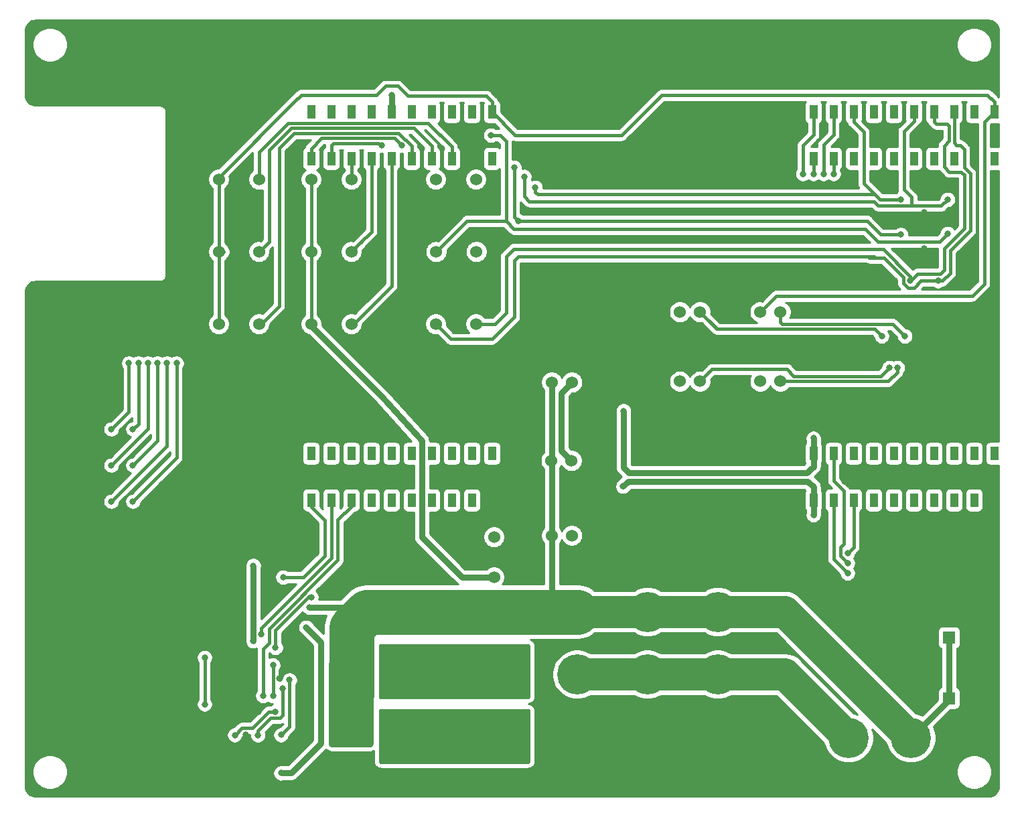
<source format=gbr>
G04 #@! TF.GenerationSoftware,KiCad,Pcbnew,(5.1.5)-2*
G04 #@! TF.CreationDate,2019-12-07T02:22:09-06:00*
G04 #@! TF.ProjectId,ArmBoard_Hardware,41726d42-6f61-4726-945f-486172647761,rev?*
G04 #@! TF.SameCoordinates,Original*
G04 #@! TF.FileFunction,Copper,L2,Bot*
G04 #@! TF.FilePolarity,Positive*
%FSLAX46Y46*%
G04 Gerber Fmt 4.6, Leading zero omitted, Abs format (unit mm)*
G04 Created by KiCad (PCBNEW (5.1.5)-2) date 2019-12-07 02:22:09*
%MOMM*%
%LPD*%
G04 APERTURE LIST*
%ADD10R,0.990600X1.778000*%
%ADD11C,1.524000*%
%ADD12C,5.080000*%
%ADD13R,1.600000X1.600000*%
%ADD14C,1.600000*%
%ADD15C,0.800000*%
%ADD16C,0.381000*%
%ADD17C,4.104000*%
%ADD18C,0.762000*%
%ADD19C,5.710000*%
%ADD20C,0.254000*%
G04 APERTURE END LIST*
D10*
X97790000Y-50393600D03*
X74930000Y-99466400D03*
X77470000Y-99466400D03*
X85090000Y-99466400D03*
X87630000Y-56286400D03*
X82550000Y-99466400D03*
X80010000Y-99466400D03*
X82550000Y-50393600D03*
X77470000Y-56286400D03*
X87630000Y-99466400D03*
X90170000Y-99466400D03*
X77470000Y-50393600D03*
X82550000Y-56286400D03*
X85090000Y-56286400D03*
X97790000Y-56286400D03*
X95250000Y-56286400D03*
X92710000Y-56286400D03*
X90170000Y-56286400D03*
X80010000Y-56286400D03*
X74930000Y-56286400D03*
X95250000Y-50393600D03*
X92710000Y-50393600D03*
X90170000Y-50393600D03*
X87630000Y-50393600D03*
X85090000Y-50393600D03*
X80010000Y-50393600D03*
X74930000Y-50393600D03*
X97790000Y-93573600D03*
X95250000Y-93573600D03*
X92710000Y-93573600D03*
X90170000Y-93573600D03*
X87630000Y-93573600D03*
X85090000Y-93573600D03*
X82550000Y-93573600D03*
X80010000Y-93573600D03*
X77470000Y-93573600D03*
X74930000Y-93573600D03*
X97790000Y-99466400D03*
X95250000Y-99466400D03*
X92710000Y-99466400D03*
X161290000Y-56286400D03*
X158750000Y-56286400D03*
X156210000Y-56286400D03*
X153670000Y-56286400D03*
X151130000Y-56286400D03*
X148590000Y-56286400D03*
X146050000Y-56286400D03*
X143510000Y-56286400D03*
X140970000Y-56286400D03*
X138430000Y-56286400D03*
X161290000Y-50393600D03*
X158750000Y-50393600D03*
X156210000Y-50393600D03*
X153670000Y-50393600D03*
X151130000Y-50393600D03*
X148590000Y-50393600D03*
X146050000Y-50393600D03*
X143510000Y-50393600D03*
X140970000Y-50393600D03*
X138430000Y-50393600D03*
X161290000Y-93573600D03*
X158750000Y-93573600D03*
X156210000Y-93573600D03*
X153670000Y-93573600D03*
X151130000Y-93573600D03*
X148590000Y-93573600D03*
X146050000Y-93573600D03*
X143510000Y-93573600D03*
X140970000Y-93573600D03*
X138430000Y-93573600D03*
X161290000Y-99466400D03*
X158750000Y-99466400D03*
X156210000Y-99466400D03*
X153670000Y-99466400D03*
X151130000Y-99466400D03*
X148590000Y-99466400D03*
X146050000Y-99466400D03*
X143510000Y-99466400D03*
X140970000Y-99466400D03*
X138430000Y-99466400D03*
D11*
X98044000Y-104140000D03*
X98044000Y-106680000D03*
X98044000Y-109220000D03*
X95758000Y-77216000D03*
X93218000Y-77216000D03*
X90678000Y-77216000D03*
X80010000Y-68072000D03*
X77470000Y-68072000D03*
X74930000Y-68072000D03*
X63246000Y-77216000D03*
X65786000Y-77216000D03*
X68326000Y-77216000D03*
X124079000Y-84455000D03*
X121539000Y-84455000D03*
D12*
X99669000Y-121500000D03*
X99669000Y-129400000D03*
D11*
X95758000Y-58928000D03*
X93218000Y-58928000D03*
X90678000Y-58928000D03*
X95821500Y-68072000D03*
X93281500Y-68072000D03*
X90741500Y-68072000D03*
X80010000Y-77216000D03*
X77470000Y-77216000D03*
X74930000Y-77216000D03*
X107823000Y-94488000D03*
X105283000Y-94488000D03*
X105346500Y-84582000D03*
X107886500Y-84582000D03*
X63246000Y-58928000D03*
X65786000Y-58928000D03*
X68326000Y-58928000D03*
X80010000Y-58928000D03*
X77470000Y-58928000D03*
X74930000Y-58928000D03*
X63246000Y-68072000D03*
X65786000Y-68072000D03*
X68326000Y-68072000D03*
X121539000Y-75692000D03*
X124079000Y-75692000D03*
X134239000Y-75692000D03*
X131699000Y-75692000D03*
X131699000Y-84455000D03*
X134239000Y-84455000D03*
X105346500Y-103949500D03*
X107886500Y-103949500D03*
D12*
X150749000Y-129540000D03*
X142875000Y-129540000D03*
X135001000Y-129540000D03*
X108559000Y-113600000D03*
X108559000Y-121500000D03*
X108559000Y-129400000D03*
X126339000Y-129400000D03*
X126339000Y-121500000D03*
X126339000Y-113600000D03*
X117449000Y-129400000D03*
X117449000Y-121500000D03*
X117449000Y-113600000D03*
D13*
X155575000Y-124523500D03*
D14*
X158075000Y-124523500D03*
X158075000Y-116840000D03*
D13*
X155575000Y-116840000D03*
D15*
X68199000Y-133985000D03*
X60198000Y-114681000D03*
X70929500Y-122047000D03*
X65278000Y-133985000D03*
X49784000Y-109982000D03*
X147066000Y-71628000D03*
X65455800Y-124028200D03*
X67589400Y-121920000D03*
X68262500Y-126238000D03*
X59309000Y-84074000D03*
X42799000Y-84074000D03*
X42799000Y-99568000D03*
X59309000Y-99568000D03*
X147066000Y-52578000D03*
X157861000Y-71628000D03*
X157861000Y-52578000D03*
X42672000Y-103505000D03*
X60198000Y-103505000D03*
X42672000Y-114681000D03*
X42672000Y-118745000D03*
X59436000Y-118745000D03*
X42672000Y-129921000D03*
X59436000Y-129921000D03*
X61468000Y-60706000D03*
X61468000Y-69850000D03*
X61468000Y-79248000D03*
X73152000Y-79248000D03*
X73152000Y-69850000D03*
X73152000Y-60706000D03*
X88900000Y-60706000D03*
X88900000Y-69850000D03*
X88900000Y-78994000D03*
X103505000Y-86360000D03*
X103505000Y-96266000D03*
X103505000Y-105791000D03*
X157861000Y-89662000D03*
X157861000Y-75438000D03*
X139446000Y-75438000D03*
X157861000Y-85852000D03*
X139446000Y-85852000D03*
X142367000Y-89662000D03*
X142367000Y-97155000D03*
X157861000Y-97155000D03*
X144907000Y-101219000D03*
X157861000Y-101219000D03*
X157861000Y-111887000D03*
X144907000Y-111887000D03*
X129857500Y-81343500D03*
X119697500Y-81343500D03*
X119697500Y-72580500D03*
X129857500Y-72580500D03*
X122809000Y-79502000D03*
X133032500Y-79502000D03*
X71882000Y-116586000D03*
X69659500Y-129184400D03*
X66700400Y-129171700D03*
X144399000Y-116967000D03*
X146177000Y-118745000D03*
X147955000Y-120523000D03*
X149733000Y-122301000D03*
X123507500Y-93662500D03*
X103759000Y-55372000D03*
X152463500Y-67627500D03*
X152463500Y-63119000D03*
X152463500Y-58610500D03*
X161290000Y-52705000D03*
X139700000Y-52705000D03*
X112522000Y-88201500D03*
X114363500Y-97726500D03*
X112522000Y-97726500D03*
X149987000Y-78740000D03*
X139700000Y-58229500D03*
X147066000Y-78740000D03*
X137096500Y-58229500D03*
X148018500Y-82740500D03*
X138430000Y-58229500D03*
X149034500Y-82740500D03*
X140970000Y-58229500D03*
X155384500Y-61468000D03*
X101854000Y-58577500D03*
X149479000Y-61468000D03*
X103251000Y-59944000D03*
X83820000Y-54610000D03*
X155384500Y-65786000D03*
X97663000Y-53340000D03*
X149479000Y-65913000D03*
X86360000Y-54610000D03*
X100584000Y-57404000D03*
X101092000Y-64198500D03*
X71120000Y-133985000D03*
X74295000Y-115570000D03*
X49669700Y-90500200D03*
X51879500Y-82169000D03*
X52400200Y-90500200D03*
X53086000Y-82169000D03*
X49669700Y-95072200D03*
X54292500Y-82169000D03*
X52400200Y-95072200D03*
X55499000Y-82169000D03*
X142748000Y-106172000D03*
X142748000Y-107442000D03*
X142748000Y-108712000D03*
X49669700Y-99644200D03*
X56705500Y-82169000D03*
X52400200Y-99644200D03*
X57912000Y-82169000D03*
X138430000Y-101346000D03*
X72199500Y-122222260D03*
X71132700Y-129171700D03*
X68199000Y-129184400D03*
X71310500Y-123253500D03*
X70104000Y-124218700D03*
X70104000Y-120332500D03*
X65278000Y-129184400D03*
X70396100Y-126238000D03*
X154178000Y-71755000D03*
X150685500Y-71755000D03*
X138430000Y-91655900D03*
X114427000Y-88201500D03*
X79438500Y-129032000D03*
X81724500Y-129032000D03*
X78295500Y-129032000D03*
X80581500Y-129032000D03*
X79438500Y-127254000D03*
X81724500Y-127254000D03*
X78295500Y-127254000D03*
X80581500Y-127254000D03*
X79438500Y-125158500D03*
X81724500Y-125158500D03*
X78295500Y-125158500D03*
X80581500Y-125158500D03*
X79438500Y-123063000D03*
X81724500Y-123063000D03*
X78295500Y-123063000D03*
X80581500Y-123063000D03*
X81724500Y-121221500D03*
X80581500Y-121221500D03*
X79438500Y-121221500D03*
X78295500Y-121221500D03*
X81153000Y-122047000D03*
X78867000Y-122047000D03*
X80010000Y-122047000D03*
X82296000Y-122047000D03*
X77724000Y-122047000D03*
X81153000Y-129921000D03*
X78867000Y-129921000D03*
X80010000Y-129921000D03*
X82296000Y-129921000D03*
X77724000Y-129921000D03*
X81153000Y-128143000D03*
X78867000Y-128143000D03*
X80010000Y-128143000D03*
X82296000Y-128143000D03*
X77724000Y-128143000D03*
X81153000Y-126365000D03*
X78867000Y-126365000D03*
X80010000Y-126365000D03*
X82296000Y-126365000D03*
X77724000Y-126365000D03*
X81153000Y-120396000D03*
X78867000Y-120396000D03*
X80010000Y-120396000D03*
X82296000Y-120396000D03*
X77724000Y-120396000D03*
X77724000Y-124079000D03*
X81153000Y-124079000D03*
X78867000Y-124079000D03*
X82296000Y-124079000D03*
X80010000Y-124079000D03*
X74676000Y-113030000D03*
X85090000Y-48260000D03*
X67627500Y-117284500D03*
X67627500Y-107759500D03*
X88011000Y-123063000D03*
X86741000Y-123063000D03*
X85471000Y-121158000D03*
X85471000Y-119126000D03*
X86106000Y-123952000D03*
X84836000Y-123952000D03*
X84836000Y-122174000D03*
X86106000Y-120142000D03*
X87376000Y-120142000D03*
X84201000Y-121158000D03*
X88011000Y-121158000D03*
X87376000Y-123952000D03*
X86741000Y-121158000D03*
X86741000Y-119126000D03*
X86106000Y-122174000D03*
X84836000Y-120142000D03*
X87376000Y-122174000D03*
X84201000Y-123063000D03*
X85471000Y-123063000D03*
X84201000Y-119126000D03*
X88011000Y-119126000D03*
X87376000Y-118110000D03*
X86106000Y-118110000D03*
X84836000Y-118110000D03*
X61468000Y-119380000D03*
X61468000Y-125285500D03*
X88011000Y-131318000D03*
X86741000Y-131318000D03*
X85471000Y-131318000D03*
X84201000Y-131318000D03*
X84201000Y-129286000D03*
X85471000Y-129286000D03*
X86741000Y-129286000D03*
X88011000Y-129286000D03*
X88011000Y-127381000D03*
X86741000Y-127381000D03*
X85471000Y-127381000D03*
X84201000Y-127381000D03*
X87376000Y-132334000D03*
X86106000Y-132334000D03*
X84836000Y-132334000D03*
X87376000Y-130302000D03*
X86106000Y-130302000D03*
X84836000Y-130302000D03*
X87376000Y-128270000D03*
X86106000Y-128270000D03*
X84836000Y-128270000D03*
X87376000Y-126492000D03*
X84836000Y-126492000D03*
X86106000Y-126492000D03*
X68834000Y-124206000D03*
X70421500Y-118122700D03*
X74930000Y-111760000D03*
X71374000Y-109220000D03*
X68643500Y-116459000D03*
D16*
X66167000Y-67691000D02*
X65786000Y-68072000D01*
X77089000Y-67691000D02*
X77470000Y-68072000D01*
X77851000Y-67691000D02*
X77470000Y-68072000D01*
X77851000Y-77089000D02*
X77470000Y-77470000D01*
X77089000Y-77089000D02*
X77470000Y-77470000D01*
X77470000Y-77470000D02*
X77978000Y-76962000D01*
D17*
X134861000Y-129400000D02*
X135001000Y-129540000D01*
X126339000Y-129400000D02*
X134861000Y-129400000D01*
X126339000Y-129400000D02*
X117449000Y-129400000D01*
X117449000Y-129400000D02*
X108559000Y-129400000D01*
D16*
X139700000Y-54546500D02*
X139700000Y-58229500D01*
X140970000Y-50393600D02*
X140970000Y-53276500D01*
X140970000Y-53276500D02*
X139700000Y-54546500D01*
X134239000Y-76962000D02*
X134239000Y-75692000D01*
X134493000Y-77216000D02*
X134239000Y-76962000D01*
X149987000Y-78740000D02*
X148463000Y-77216000D01*
X148463000Y-77216000D02*
X134493000Y-77216000D01*
X124079000Y-75692000D02*
X124587000Y-75692000D01*
X138430000Y-50393600D02*
X138430000Y-52705000D01*
X138430000Y-53276500D02*
X138430000Y-50393600D01*
X137096500Y-54610000D02*
X138430000Y-53276500D01*
X137096500Y-58229500D02*
X137096500Y-54610000D01*
X124079000Y-75692000D02*
X126184010Y-77797010D01*
X146177000Y-77851000D02*
X147066000Y-78740000D01*
X126238000Y-77851000D02*
X146177000Y-77851000D01*
X124079000Y-75692000D02*
X126238000Y-77851000D01*
X138430000Y-58229500D02*
X138430000Y-56286400D01*
X124079000Y-84455000D02*
X125603000Y-82931000D01*
X125603000Y-82931000D02*
X135064500Y-82931000D01*
X146939000Y-83820000D02*
X148018500Y-82740500D01*
X135953500Y-83820000D02*
X146939000Y-83820000D01*
X135064500Y-82931000D02*
X135953500Y-83820000D01*
X140970000Y-56286400D02*
X140970000Y-58229500D01*
X149034500Y-83306185D02*
X149034500Y-82740500D01*
X147885685Y-84455000D02*
X149034500Y-83306185D01*
X134239000Y-84455000D02*
X147885685Y-84455000D01*
X155384500Y-61468000D02*
X155384500Y-61468000D01*
X154571700Y-62280800D02*
X155384500Y-61468000D01*
X150825200Y-62280800D02*
X150825200Y-61163200D01*
X150825200Y-62280800D02*
X154571700Y-62280800D01*
X150825200Y-61163200D02*
X149860000Y-60198000D01*
X149860000Y-60198000D02*
X149860000Y-52832000D01*
X149860000Y-52832000D02*
X151130000Y-51562000D01*
X151130000Y-51562000D02*
X151130000Y-50393600D01*
X146075400Y-61722000D02*
X102489000Y-61722000D01*
X102489000Y-61722000D02*
X101854000Y-61087000D01*
X150825200Y-62280800D02*
X146634200Y-62280800D01*
X101854000Y-61087000D02*
X101854000Y-58577500D01*
X146634200Y-62280800D02*
X146075400Y-61722000D01*
X149479000Y-61468000D02*
X149479000Y-61468000D01*
X148336000Y-61468000D02*
X149479000Y-61468000D01*
X148336000Y-61468000D02*
X148590000Y-61468000D01*
X148336000Y-61468000D02*
X146812000Y-61468000D01*
X146812000Y-61468000D02*
X146177000Y-60833000D01*
X146177000Y-60833000D02*
X123380500Y-60833000D01*
X116776500Y-60833000D02*
X123380500Y-60833000D01*
X123380500Y-60833000D02*
X123571000Y-60833000D01*
X143510000Y-51663600D02*
X143510000Y-50393600D01*
X144780000Y-52933600D02*
X143510000Y-51663600D01*
X144780000Y-59436000D02*
X144780000Y-52933600D01*
X146177000Y-60833000D02*
X144780000Y-59436000D01*
X103574315Y-60833000D02*
X116776500Y-60833000D01*
X103251000Y-59944000D02*
X103251000Y-60509685D01*
X103251000Y-60509685D02*
X103574315Y-60833000D01*
X77470000Y-54610000D02*
X77470000Y-56286400D01*
X77724000Y-54356000D02*
X77470000Y-54610000D01*
X83439000Y-54356000D02*
X77724000Y-54356000D01*
X83693000Y-54610000D02*
X83439000Y-54356000D01*
X83820000Y-54610000D02*
X83693000Y-54610000D01*
X98806000Y-53340000D02*
X97663000Y-53340000D01*
X99568000Y-54102000D02*
X98806000Y-53340000D01*
X99568000Y-59499500D02*
X99568000Y-54102000D01*
X99568000Y-59690000D02*
X99568000Y-59499500D01*
X154368500Y-66802000D02*
X155384500Y-65786000D01*
X99568000Y-64198500D02*
X100581093Y-65211593D01*
X100581093Y-65211593D02*
X145031093Y-65211593D01*
X145031093Y-65211593D02*
X146621500Y-66802000D01*
X146621500Y-66802000D02*
X154368500Y-66802000D01*
X99568000Y-59499500D02*
X99568000Y-64198500D01*
X99568000Y-64198500D02*
X94615000Y-64198500D01*
X94615000Y-64198500D02*
X90741500Y-68072000D01*
X74930000Y-56286400D02*
X74955400Y-56286400D01*
X74930000Y-55016400D02*
X76225400Y-53721000D01*
X74930000Y-56286400D02*
X74930000Y-55016400D01*
X76225400Y-53721000D02*
X77724000Y-53721000D01*
X77724000Y-53721000D02*
X77851000Y-53721000D01*
X77851000Y-53721000D02*
X84328000Y-53721000D01*
X84328000Y-53721000D02*
X85471000Y-53721000D01*
X85471000Y-53721000D02*
X86360000Y-54610000D01*
X86360000Y-54610000D02*
X86360000Y-54610000D01*
X146939000Y-65913000D02*
X145225271Y-64199271D01*
X100584000Y-59182000D02*
X100584000Y-57404000D01*
X149479000Y-65913000D02*
X146939000Y-65913000D01*
X145225271Y-64199271D02*
X115126271Y-64199271D01*
X101092000Y-64198500D02*
X101092000Y-64198500D01*
X115126271Y-64199271D02*
X115125500Y-64198500D01*
X115125500Y-64198500D02*
X101092000Y-64198500D01*
X100584000Y-63690500D02*
X100584000Y-59182000D01*
X101092000Y-64198500D02*
X100584000Y-63690500D01*
D18*
X161290000Y-50393600D02*
X161290000Y-50393600D01*
X161290000Y-50393600D02*
X161290000Y-50800000D01*
X161290000Y-50393600D02*
X161290000Y-50546000D01*
X161290000Y-50393600D02*
X161290000Y-50393600D01*
D16*
X74930000Y-59055000D02*
X74930000Y-58674000D01*
X74930000Y-68072000D02*
X74930000Y-58674000D01*
X63246000Y-68072000D02*
X63246000Y-68199000D01*
X74930000Y-68199000D02*
X74930000Y-68072000D01*
X63300702Y-68126702D02*
X63246000Y-68072000D01*
X63246000Y-68072000D02*
X63881000Y-68072000D01*
X63246000Y-59751630D02*
X63246000Y-77470000D01*
X63246000Y-58674000D02*
X63246000Y-59751630D01*
X74930000Y-59751630D02*
X74930000Y-77470000D01*
X74930000Y-58674000D02*
X74930000Y-59751630D01*
X161290000Y-50787300D02*
X161290000Y-50393600D01*
X114173000Y-53340000D02*
X101600000Y-53340000D01*
X161290000Y-50393600D02*
X161290000Y-49123600D01*
X119253000Y-48260000D02*
X114173000Y-53340000D01*
X160426400Y-48260000D02*
X119253000Y-48260000D01*
X160426400Y-48260000D02*
X161290000Y-49123600D01*
D18*
X76123800Y-130251200D02*
X76123800Y-117424200D01*
X72390000Y-133985000D02*
X73088500Y-133286500D01*
X71120000Y-133985000D02*
X72390000Y-133985000D01*
X73088500Y-133286500D02*
X76123800Y-130251200D01*
D16*
X101600000Y-53340000D02*
X100711000Y-53340000D01*
X97790000Y-50419000D02*
X97790000Y-50393600D01*
X100711000Y-53340000D02*
X97790000Y-50419000D01*
X97790000Y-49123600D02*
X97053400Y-48387000D01*
X97790000Y-50393600D02*
X97790000Y-49123600D01*
X97053400Y-48387000D02*
X87122000Y-48387000D01*
X87122000Y-48387000D02*
X85852000Y-47117000D01*
X85852000Y-47117000D02*
X84328000Y-47117000D01*
X84328000Y-47117000D02*
X83185000Y-48260000D01*
X73660000Y-48260000D02*
X72771000Y-49149000D01*
X83185000Y-48260000D02*
X73660000Y-48260000D01*
X63246000Y-58674000D02*
X72771000Y-49149000D01*
D18*
X74930000Y-77470000D02*
X83820000Y-86360000D01*
X97028000Y-109220000D02*
X98044000Y-109220000D01*
X88900000Y-104140000D02*
X88900000Y-91948000D01*
X93980000Y-109220000D02*
X88900000Y-104140000D01*
X98044000Y-109220000D02*
X93980000Y-109220000D01*
X83820000Y-86360000D02*
X88900000Y-91948000D01*
D16*
X158496000Y-73660000D02*
X133731000Y-73660000D01*
X161290000Y-50393600D02*
X160020000Y-51663600D01*
X133731000Y-73660000D02*
X131699000Y-75692000D01*
X160020000Y-72136000D02*
X158496000Y-73660000D01*
X160020000Y-51663600D02*
X160020000Y-72136000D01*
D18*
X74295000Y-115595400D02*
X76123800Y-117424200D01*
X74295000Y-115570000D02*
X74295000Y-115595400D01*
D16*
X68326000Y-58674000D02*
X68326000Y-57596370D01*
X68326000Y-56134000D02*
X68326000Y-55499000D01*
X68326000Y-57596370D02*
X68326000Y-56134000D01*
X51879500Y-88290400D02*
X49669700Y-90500200D01*
X51879500Y-82169000D02*
X51879500Y-88290400D01*
X71374000Y-52451000D02*
X71755000Y-52070000D01*
X68326000Y-55499000D02*
X71374000Y-52451000D01*
X92710000Y-54800500D02*
X92710000Y-56286400D01*
X89725500Y-51816000D02*
X92710000Y-54800500D01*
X71374000Y-52451000D02*
X72009000Y-51816000D01*
X72009000Y-51816000D02*
X89725500Y-51816000D01*
X80010000Y-56286400D02*
X80010000Y-56388000D01*
X80010000Y-58674000D02*
X80010000Y-56286400D01*
X53086000Y-89814400D02*
X52400200Y-90500200D01*
X53086000Y-82169000D02*
X53086000Y-89814400D01*
X69596000Y-66802000D02*
X68326000Y-68072000D01*
X49669700Y-95072200D02*
X49707800Y-95072200D01*
X54165500Y-82169000D02*
X54165500Y-82169000D01*
X54292500Y-90449400D02*
X49669700Y-95072200D01*
X54292500Y-90106500D02*
X54292500Y-90449400D01*
X54292500Y-90106500D02*
X54292500Y-88201500D01*
X54292500Y-82169000D02*
X54292500Y-83185000D01*
X54292500Y-88201500D02*
X54292500Y-83185000D01*
X54292500Y-83185000D02*
X54292500Y-82423000D01*
X70040500Y-54800500D02*
X69596000Y-55245000D01*
X70040500Y-54800500D02*
X69850000Y-54991000D01*
X69596000Y-55245000D02*
X69596000Y-66802000D01*
X71945500Y-52895500D02*
X70040500Y-54800500D01*
X72390000Y-52451000D02*
X71945500Y-52895500D01*
X90170000Y-54737000D02*
X90170000Y-56286400D01*
X87884000Y-52451000D02*
X90170000Y-54737000D01*
X87249000Y-52451000D02*
X87884000Y-52451000D01*
X87249000Y-52451000D02*
X72390000Y-52451000D01*
X52800199Y-94678500D02*
X55499000Y-91979699D01*
X55499000Y-91948000D02*
X55499000Y-86995000D01*
X52406499Y-95072200D02*
X52800199Y-94678500D01*
X52400200Y-95072200D02*
X52406499Y-95072200D01*
X55499000Y-82169000D02*
X55499000Y-82169000D01*
X55499000Y-82169000D02*
X55499000Y-82804000D01*
X55499000Y-86995000D02*
X55499000Y-82804000D01*
X55499000Y-82804000D02*
X55499000Y-82423000D01*
X82550000Y-65532000D02*
X81089500Y-66992500D01*
X82550000Y-56286400D02*
X82550000Y-65532000D01*
X81280000Y-66802000D02*
X81089500Y-66992500D01*
X81089500Y-66992500D02*
X80010000Y-68072000D01*
X143510000Y-105410000D02*
X142748000Y-106172000D01*
X143510000Y-99466400D02*
X143510000Y-105410000D01*
X142748000Y-107442000D02*
X141859000Y-106553000D01*
X141859000Y-106553000D02*
X141859000Y-105410000D01*
X141859000Y-105410000D02*
X142240000Y-105029000D01*
X142240000Y-105029000D02*
X142240000Y-98298000D01*
X140970000Y-97028000D02*
X140970000Y-93573600D01*
X142240000Y-98298000D02*
X140970000Y-97028000D01*
X140970000Y-106934000D02*
X142748000Y-108712000D01*
X140970000Y-99466400D02*
X140970000Y-106934000D01*
D17*
X108559000Y-121500000D02*
X117449000Y-121500000D01*
X117449000Y-121500000D02*
X126339000Y-121500000D01*
X134835000Y-121500000D02*
X142875000Y-129540000D01*
X126339000Y-121500000D02*
X134835000Y-121500000D01*
D16*
X56705500Y-82169000D02*
X56705500Y-82169000D01*
X50069699Y-99250500D02*
X56705500Y-92614699D01*
X49675999Y-99644200D02*
X50069699Y-99250500D01*
X49669700Y-99644200D02*
X49675999Y-99644200D01*
X56705500Y-82169000D02*
X56705500Y-82867500D01*
X56705500Y-92583000D02*
X56705500Y-82867500D01*
X56705500Y-82867500D02*
X56705500Y-82423000D01*
X87630000Y-54737000D02*
X87630000Y-56286400D01*
X85979000Y-53086000D02*
X87630000Y-54737000D01*
X72771000Y-53086000D02*
X85979000Y-53086000D01*
X70866000Y-54991000D02*
X72771000Y-53086000D01*
X68326000Y-77470000D02*
X70866000Y-74930000D01*
X70866000Y-74930000D02*
X70866000Y-54991000D01*
X52400200Y-99644200D02*
X55003700Y-97040700D01*
X55003700Y-97040700D02*
X55003700Y-97015300D01*
X55003700Y-97015300D02*
X57912000Y-94107000D01*
X57912000Y-82169000D02*
X57912000Y-82169000D01*
X57912000Y-82169000D02*
X57912000Y-83185000D01*
X57912000Y-94107000D02*
X57912000Y-83185000D01*
X57912000Y-83185000D02*
X57912000Y-82423000D01*
X85090000Y-72390000D02*
X82391250Y-75088750D01*
X85090000Y-56286400D02*
X85090000Y-72390000D01*
X82550000Y-74930000D02*
X82391250Y-75088750D01*
X82391250Y-75088750D02*
X80010000Y-77470000D01*
D18*
X106553000Y-85915500D02*
X107886500Y-84582000D01*
X107823000Y-94488000D02*
X106553000Y-93218000D01*
X106553000Y-93218000D02*
X106553000Y-85915500D01*
D16*
X138430000Y-101346000D02*
X138430000Y-101346000D01*
D18*
X137706100Y-97091500D02*
X124320300Y-97091500D01*
X138430000Y-99466400D02*
X138430000Y-97815400D01*
X138430000Y-97815400D02*
X137706100Y-97091500D01*
X138430000Y-99466400D02*
X138430000Y-101346000D01*
X114998500Y-97091500D02*
X114363500Y-97726500D01*
X124320300Y-97091500D02*
X114998500Y-97091500D01*
D16*
X72199500Y-122222260D02*
X72199500Y-122787945D01*
X72199500Y-126834900D02*
X72199500Y-128104900D01*
X72199500Y-122787945D02*
X72199500Y-126834900D01*
X72199500Y-128104900D02*
X71132700Y-129171700D01*
X71132700Y-129171700D02*
X71120000Y-129184400D01*
X68199000Y-129184400D02*
X68199000Y-128618715D01*
X71310500Y-126682500D02*
X71310500Y-126365000D01*
X70964499Y-127028501D02*
X71310500Y-126682500D01*
X71310500Y-123253500D02*
X71310500Y-126365000D01*
X69789213Y-127028501D02*
X68722607Y-128095107D01*
X70519999Y-127028501D02*
X69789213Y-127028501D01*
X68722607Y-128095107D02*
X68865215Y-127952500D01*
X68199000Y-128618715D02*
X68722607Y-128095107D01*
X70519999Y-127028501D02*
X70964499Y-127028501D01*
X70104000Y-120332500D02*
X70104000Y-124206000D01*
X66192400Y-128270000D02*
X65278000Y-129184400D01*
X66192400Y-128270000D02*
X67500500Y-128270000D01*
X67500500Y-128270000D02*
X69532500Y-126238000D01*
X69532500Y-126238000D02*
X70396100Y-126238000D01*
X154178000Y-71755000D02*
X154178000Y-71755000D01*
X145478500Y-68834000D02*
X145923000Y-68834000D01*
X147320000Y-68834000D02*
X145923000Y-68834000D01*
X149796500Y-71310500D02*
X147320000Y-68834000D01*
X149796500Y-71437500D02*
X149796500Y-71310500D01*
X149796500Y-72035942D02*
X150404558Y-72644000D01*
X149796500Y-71437500D02*
X149796500Y-72035942D01*
X150404558Y-72644000D02*
X151130000Y-72644000D01*
X152019000Y-71755000D02*
X154178000Y-71755000D01*
X151130000Y-72644000D02*
X152019000Y-71755000D01*
X158242000Y-58166000D02*
X157480000Y-57404000D01*
X158242000Y-65405000D02*
X158242000Y-58166000D01*
X154178000Y-71755000D02*
X154743685Y-71755000D01*
X154743685Y-71755000D02*
X155702000Y-70796685D01*
X155702000Y-70796685D02*
X155702000Y-67945000D01*
X155702000Y-67945000D02*
X158242000Y-65405000D01*
X100584000Y-76327000D02*
X97790000Y-79121000D01*
X146050000Y-68707000D02*
X101092000Y-68707000D01*
X100584000Y-69215000D02*
X100584000Y-76327000D01*
X100584000Y-69215000D02*
X101092000Y-68707000D01*
X92583000Y-79121000D02*
X90678000Y-77216000D01*
X93599000Y-79121000D02*
X92583000Y-79121000D01*
X97790000Y-79121000D02*
X93599000Y-79121000D01*
X157480000Y-55372000D02*
X157480000Y-55118000D01*
X157480000Y-57404000D02*
X157480000Y-55372000D01*
X157480000Y-55118000D02*
X156972000Y-54610000D01*
X156972000Y-54610000D02*
X156527500Y-54610000D01*
X156210000Y-54292500D02*
X156210000Y-52514500D01*
X156210000Y-50393600D02*
X156210000Y-52514500D01*
X156527500Y-54610000D02*
X156210000Y-54292500D01*
X156210000Y-52514500D02*
X156210000Y-52578000D01*
X145669000Y-67754500D02*
X145923000Y-67754500D01*
X147250685Y-67754500D02*
X146812000Y-67754500D01*
X150685500Y-71189315D02*
X147250685Y-67754500D01*
X145923000Y-67754500D02*
X146812000Y-67754500D01*
X150685500Y-71755000D02*
X150685500Y-71189315D01*
X150685500Y-71189315D02*
X150685500Y-71183500D01*
X99568000Y-68707000D02*
X99568000Y-75819000D01*
X145923000Y-67754500D02*
X100520500Y-67754500D01*
X100520500Y-67754500D02*
X99568000Y-68707000D01*
X98171000Y-77216000D02*
X99568000Y-75819000D01*
X95758000Y-77216000D02*
X98171000Y-77216000D01*
X151225250Y-71215250D02*
X150685500Y-71755000D01*
X151574500Y-70866000D02*
X151225250Y-71215250D01*
X155575000Y-57975500D02*
X157099000Y-57975500D01*
X154940000Y-57340500D02*
X155575000Y-57975500D01*
X157480000Y-65151000D02*
X154940000Y-67691000D01*
X153670000Y-50393600D02*
X153670000Y-51244500D01*
X157099000Y-57975500D02*
X157480000Y-58356500D01*
X157480000Y-58356500D02*
X157480000Y-65151000D01*
X154940000Y-67691000D02*
X154940000Y-70358000D01*
X154940000Y-70358000D02*
X154432000Y-70866000D01*
X154432000Y-70866000D02*
X151574500Y-70866000D01*
X153670000Y-50393600D02*
X153670000Y-51625500D01*
X153670000Y-51625500D02*
X153987500Y-51943000D01*
X155321000Y-51943000D02*
X155575000Y-52197000D01*
X153987500Y-51943000D02*
X155321000Y-51943000D01*
X155575000Y-52197000D02*
X155575000Y-54038500D01*
X154940000Y-54673500D02*
X154940000Y-57340500D01*
X155575000Y-54038500D02*
X154940000Y-54673500D01*
D18*
X138430000Y-91655900D02*
X138430000Y-91655900D01*
X138430000Y-95224600D02*
X138430000Y-93573600D01*
X137642600Y-96012000D02*
X138099800Y-95554800D01*
X134175500Y-96012000D02*
X137642600Y-96012000D01*
X138099800Y-95554800D02*
X138430000Y-95224600D01*
X138430000Y-91655900D02*
X138430000Y-93535500D01*
X122936000Y-96012000D02*
X122745500Y-96012000D01*
X134175500Y-96012000D02*
X122936000Y-96012000D01*
X122936000Y-96012000D02*
X115062000Y-96012000D01*
X115062000Y-96012000D02*
X114427000Y-95377000D01*
X114427000Y-88201500D02*
X114427000Y-95377000D01*
X105346500Y-113214154D02*
X105540173Y-113407827D01*
X105346500Y-103949500D02*
X105346500Y-113214154D01*
X105346500Y-103949500D02*
X105346500Y-84582000D01*
X79635346Y-113030000D02*
X80013173Y-113407827D01*
X81794346Y-113030000D02*
X82172173Y-113407827D01*
X76200000Y-113030000D02*
X81794346Y-113030000D01*
X76200000Y-113030000D02*
X79635346Y-113030000D01*
X74676000Y-113030000D02*
X76200000Y-113030000D01*
D19*
X80010000Y-115570000D02*
X80010000Y-124079000D01*
X81980000Y-113600000D02*
X80010000Y-115570000D01*
X108559000Y-113600000D02*
X81980000Y-113600000D01*
D17*
X108559000Y-113600000D02*
X117449000Y-113600000D01*
X117449000Y-113600000D02*
X126339000Y-113600000D01*
X134809000Y-113600000D02*
X126339000Y-113600000D01*
X150749000Y-129540000D02*
X134809000Y-113600000D01*
D18*
X155575000Y-124714000D02*
X150749000Y-129540000D01*
X155575000Y-116840000D02*
X155575000Y-124714000D01*
X85090000Y-48260000D02*
X85090000Y-50393600D01*
X67627500Y-117284500D02*
X67627500Y-107759500D01*
X67627500Y-107759500D02*
X67627500Y-107759500D01*
D16*
X61468000Y-119380000D02*
X61468000Y-119945685D01*
X61468000Y-119945685D02*
X61468000Y-125285500D01*
X61468000Y-125285500D02*
X61468000Y-125285500D01*
X80035400Y-100203000D02*
X80035400Y-100139500D01*
X68834000Y-118300500D02*
X68834000Y-124206000D01*
X80010000Y-99466400D02*
X80010000Y-100266500D01*
X78289150Y-101987350D02*
X78289150Y-107067350D01*
X78289150Y-107067350D02*
X69596000Y-115760500D01*
X80010000Y-100266500D02*
X78289150Y-101987350D01*
X69596000Y-115760500D02*
X69596000Y-117538500D01*
X69596000Y-117538500D02*
X68834000Y-118300500D01*
X70421500Y-118122700D02*
X70421500Y-118135400D01*
X70421500Y-117557015D02*
X70421500Y-115887500D01*
X70421500Y-118122700D02*
X70421500Y-117557015D01*
X70421500Y-115887500D02*
X74676000Y-111633000D01*
X74930000Y-100203000D02*
X74930000Y-99466400D01*
X76644500Y-102044500D02*
X74930000Y-100330000D01*
X71374000Y-109220000D02*
X73914000Y-109220000D01*
X74930000Y-100330000D02*
X74930000Y-99466400D01*
X76644500Y-106489500D02*
X76644500Y-102044500D01*
X73914000Y-109220000D02*
X76644500Y-106489500D01*
X77495400Y-100076000D02*
X77495400Y-100203000D01*
X77470000Y-106807000D02*
X76041250Y-108235750D01*
X77470000Y-99466400D02*
X77470000Y-106807000D01*
X76041250Y-108235750D02*
X68643500Y-115633500D01*
X68643500Y-115633500D02*
X68643500Y-116459000D01*
X68643500Y-116459000D02*
X68643500Y-116459000D01*
X82575400Y-99466400D02*
X82550000Y-99466400D01*
D20*
G36*
X160784118Y-38838518D02*
G01*
X161030477Y-38912897D01*
X161257698Y-39033713D01*
X161457128Y-39196363D01*
X161621164Y-39394650D01*
X161743564Y-39621023D01*
X161819663Y-39866860D01*
X161850001Y-40155511D01*
X161850001Y-48515278D01*
X161845044Y-48511211D01*
X161038797Y-47704965D01*
X161012941Y-47673459D01*
X160887242Y-47570301D01*
X160743834Y-47493647D01*
X160588226Y-47446444D01*
X160466953Y-47434500D01*
X160466950Y-47434500D01*
X160426400Y-47430506D01*
X160385850Y-47434500D01*
X119293550Y-47434500D01*
X119253000Y-47430506D01*
X119212449Y-47434500D01*
X119212447Y-47434500D01*
X119091174Y-47446444D01*
X118935566Y-47493647D01*
X118792157Y-47570301D01*
X118697958Y-47647608D01*
X118697957Y-47647609D01*
X118666459Y-47673459D01*
X118640611Y-47704955D01*
X113831068Y-52514500D01*
X101052934Y-52514500D01*
X98923372Y-50384940D01*
X98923372Y-49504600D01*
X98911112Y-49380118D01*
X98874802Y-49260420D01*
X98815837Y-49150106D01*
X98736485Y-49053415D01*
X98639794Y-48974063D01*
X98600992Y-48953323D01*
X98556353Y-48806166D01*
X98536694Y-48769387D01*
X98479699Y-48662757D01*
X98402392Y-48568558D01*
X98402389Y-48568555D01*
X98376541Y-48537059D01*
X98345044Y-48511210D01*
X97665797Y-47831965D01*
X97639941Y-47800459D01*
X97514242Y-47697301D01*
X97370834Y-47620647D01*
X97215226Y-47573444D01*
X97093953Y-47561500D01*
X97093950Y-47561500D01*
X97053400Y-47557506D01*
X97012850Y-47561500D01*
X87463933Y-47561500D01*
X86464398Y-46561966D01*
X86438541Y-46530459D01*
X86312842Y-46427301D01*
X86169434Y-46350647D01*
X86013826Y-46303444D01*
X85892553Y-46291500D01*
X85892550Y-46291500D01*
X85852000Y-46287506D01*
X85811450Y-46291500D01*
X84368550Y-46291500D01*
X84327999Y-46287506D01*
X84287449Y-46291500D01*
X84287447Y-46291500D01*
X84166174Y-46303444D01*
X84010566Y-46350647D01*
X83867157Y-46427301D01*
X83805596Y-46477823D01*
X83741459Y-46530459D01*
X83715606Y-46561961D01*
X82843068Y-47434500D01*
X73700550Y-47434500D01*
X73660000Y-47430506D01*
X73619449Y-47434500D01*
X73619447Y-47434500D01*
X73498174Y-47446444D01*
X73342566Y-47493647D01*
X73199157Y-47570301D01*
X73104958Y-47647608D01*
X73104957Y-47647609D01*
X73073459Y-47673459D01*
X73047611Y-47704956D01*
X72215963Y-48536605D01*
X72215958Y-48536609D01*
X63221568Y-57531000D01*
X63108408Y-57531000D01*
X62838510Y-57584686D01*
X62584273Y-57689995D01*
X62355465Y-57842880D01*
X62160880Y-58037465D01*
X62007995Y-58266273D01*
X61902686Y-58520510D01*
X61849000Y-58790408D01*
X61849000Y-59065592D01*
X61902686Y-59335490D01*
X62007995Y-59589727D01*
X62160880Y-59818535D01*
X62355465Y-60013120D01*
X62420500Y-60056575D01*
X62420500Y-66943425D01*
X62355465Y-66986880D01*
X62160880Y-67181465D01*
X62007995Y-67410273D01*
X61902686Y-67664510D01*
X61849000Y-67934408D01*
X61849000Y-68209592D01*
X61902686Y-68479490D01*
X62007995Y-68733727D01*
X62160880Y-68962535D01*
X62355465Y-69157120D01*
X62420501Y-69200575D01*
X62420501Y-76087424D01*
X62355465Y-76130880D01*
X62160880Y-76325465D01*
X62007995Y-76554273D01*
X61902686Y-76808510D01*
X61849000Y-77078408D01*
X61849000Y-77353592D01*
X61902686Y-77623490D01*
X62007995Y-77877727D01*
X62160880Y-78106535D01*
X62355465Y-78301120D01*
X62584273Y-78454005D01*
X62838510Y-78559314D01*
X63108408Y-78613000D01*
X63383592Y-78613000D01*
X63653490Y-78559314D01*
X63907727Y-78454005D01*
X64136535Y-78301120D01*
X64331120Y-78106535D01*
X64484005Y-77877727D01*
X64589314Y-77623490D01*
X64643000Y-77353592D01*
X64643000Y-77078408D01*
X64589314Y-76808510D01*
X64484005Y-76554273D01*
X64331120Y-76325465D01*
X64136535Y-76130880D01*
X64071500Y-76087425D01*
X64071500Y-69200575D01*
X64136535Y-69157120D01*
X64331120Y-68962535D01*
X64484005Y-68733727D01*
X64563664Y-68541414D01*
X64570699Y-68532842D01*
X64647353Y-68389434D01*
X64694556Y-68233826D01*
X64710494Y-68072000D01*
X64694556Y-67910174D01*
X64647353Y-67754566D01*
X64570699Y-67611158D01*
X64563664Y-67602586D01*
X64484005Y-67410273D01*
X64331120Y-67181465D01*
X64136535Y-66986880D01*
X64071500Y-66943425D01*
X64071500Y-60056575D01*
X64136535Y-60013120D01*
X64331120Y-59818535D01*
X64484005Y-59589727D01*
X64589314Y-59335490D01*
X64643000Y-59065592D01*
X64643000Y-58790408D01*
X64589314Y-58520510D01*
X64582756Y-58504677D01*
X67500500Y-55586932D01*
X67500500Y-56174552D01*
X67500501Y-56174562D01*
X67500500Y-57636922D01*
X67500501Y-57636931D01*
X67500501Y-57799424D01*
X67435465Y-57842880D01*
X67240880Y-58037465D01*
X67087995Y-58266273D01*
X66982686Y-58520510D01*
X66929000Y-58790408D01*
X66929000Y-59065592D01*
X66982686Y-59335490D01*
X67087995Y-59589727D01*
X67240880Y-59818535D01*
X67435465Y-60013120D01*
X67664273Y-60166005D01*
X67918510Y-60271314D01*
X68188408Y-60325000D01*
X68463592Y-60325000D01*
X68733490Y-60271314D01*
X68770500Y-60255984D01*
X68770501Y-66460066D01*
X68540308Y-66690260D01*
X68463592Y-66675000D01*
X68188408Y-66675000D01*
X67918510Y-66728686D01*
X67664273Y-66833995D01*
X67435465Y-66986880D01*
X67240880Y-67181465D01*
X67087995Y-67410273D01*
X66982686Y-67664510D01*
X66929000Y-67934408D01*
X66929000Y-68209592D01*
X66982686Y-68479490D01*
X67087995Y-68733727D01*
X67240880Y-68962535D01*
X67435465Y-69157120D01*
X67664273Y-69310005D01*
X67918510Y-69415314D01*
X68188408Y-69469000D01*
X68463592Y-69469000D01*
X68733490Y-69415314D01*
X68987727Y-69310005D01*
X69216535Y-69157120D01*
X69411120Y-68962535D01*
X69564005Y-68733727D01*
X69669314Y-68479490D01*
X69723000Y-68209592D01*
X69723000Y-67934408D01*
X69707740Y-67857692D01*
X70040500Y-67524933D01*
X70040500Y-74588067D01*
X68749323Y-75879244D01*
X68733490Y-75872686D01*
X68463592Y-75819000D01*
X68188408Y-75819000D01*
X67918510Y-75872686D01*
X67664273Y-75977995D01*
X67435465Y-76130880D01*
X67240880Y-76325465D01*
X67087995Y-76554273D01*
X66982686Y-76808510D01*
X66929000Y-77078408D01*
X66929000Y-77353592D01*
X66982686Y-77623490D01*
X67087995Y-77877727D01*
X67240880Y-78106535D01*
X67435465Y-78301120D01*
X67664273Y-78454005D01*
X67918510Y-78559314D01*
X68188408Y-78613000D01*
X68463592Y-78613000D01*
X68733490Y-78559314D01*
X68987727Y-78454005D01*
X69216535Y-78301120D01*
X69411120Y-78106535D01*
X69564005Y-77877727D01*
X69669314Y-77623490D01*
X69723000Y-77353592D01*
X69723000Y-77240432D01*
X71421041Y-75542392D01*
X71452541Y-75516541D01*
X71509639Y-75446967D01*
X71555698Y-75390844D01*
X71612535Y-75284510D01*
X71632353Y-75247434D01*
X71679556Y-75091826D01*
X71691500Y-74970553D01*
X71691500Y-74970544D01*
X71695493Y-74930001D01*
X71691500Y-74889458D01*
X71691500Y-55332932D01*
X73112934Y-53911500D01*
X74867468Y-53911500D01*
X74374961Y-54404007D01*
X74343460Y-54429859D01*
X74317609Y-54461359D01*
X74240301Y-54555558D01*
X74163647Y-54698967D01*
X74119009Y-54846122D01*
X74080206Y-54866863D01*
X73983515Y-54946215D01*
X73904163Y-55042906D01*
X73845198Y-55153220D01*
X73808888Y-55272918D01*
X73796628Y-55397400D01*
X73796628Y-57175400D01*
X73808888Y-57299882D01*
X73845198Y-57419580D01*
X73904163Y-57529894D01*
X73983515Y-57626585D01*
X74080206Y-57705937D01*
X74171435Y-57754700D01*
X74039465Y-57842880D01*
X73844880Y-58037465D01*
X73691995Y-58266273D01*
X73586686Y-58520510D01*
X73533000Y-58790408D01*
X73533000Y-59065592D01*
X73586686Y-59335490D01*
X73691995Y-59589727D01*
X73844880Y-59818535D01*
X74039465Y-60013120D01*
X74104500Y-60056575D01*
X74104500Y-66943425D01*
X74039465Y-66986880D01*
X73844880Y-67181465D01*
X73691995Y-67410273D01*
X73586686Y-67664510D01*
X73533000Y-67934408D01*
X73533000Y-68209592D01*
X73586686Y-68479490D01*
X73691995Y-68733727D01*
X73844880Y-68962535D01*
X74039465Y-69157120D01*
X74104501Y-69200575D01*
X74104501Y-76087424D01*
X74039465Y-76130880D01*
X73844880Y-76325465D01*
X73691995Y-76554273D01*
X73586686Y-76808510D01*
X73533000Y-77078408D01*
X73533000Y-77353592D01*
X73586686Y-77623490D01*
X73691995Y-77877727D01*
X73844880Y-78106535D01*
X74039465Y-78301120D01*
X74268273Y-78454005D01*
X74522510Y-78559314D01*
X74597363Y-78574203D01*
X83084494Y-87061335D01*
X87616486Y-92046528D01*
X87134700Y-92046528D01*
X87010218Y-92058788D01*
X86890520Y-92095098D01*
X86780206Y-92154063D01*
X86683515Y-92233415D01*
X86604163Y-92330106D01*
X86545198Y-92440420D01*
X86508888Y-92560118D01*
X86496628Y-92684600D01*
X86496628Y-94462600D01*
X86508888Y-94587082D01*
X86545198Y-94706780D01*
X86604163Y-94817094D01*
X86683515Y-94913785D01*
X86780206Y-94993137D01*
X86890520Y-95052102D01*
X87010218Y-95088412D01*
X87134700Y-95100672D01*
X87884001Y-95100672D01*
X87884001Y-97939328D01*
X87134700Y-97939328D01*
X87010218Y-97951588D01*
X86890520Y-97987898D01*
X86780206Y-98046863D01*
X86683515Y-98126215D01*
X86604163Y-98222906D01*
X86545198Y-98333220D01*
X86508888Y-98452918D01*
X86496628Y-98577400D01*
X86496628Y-100355400D01*
X86508888Y-100479882D01*
X86545198Y-100599580D01*
X86604163Y-100709894D01*
X86683515Y-100806585D01*
X86780206Y-100885937D01*
X86890520Y-100944902D01*
X87010218Y-100981212D01*
X87134700Y-100993472D01*
X87884000Y-100993472D01*
X87884000Y-104090098D01*
X87879085Y-104140000D01*
X87884000Y-104189901D01*
X87898702Y-104339170D01*
X87956798Y-104530686D01*
X88051140Y-104707190D01*
X88178104Y-104861896D01*
X88216872Y-104893712D01*
X93226292Y-109903133D01*
X93258104Y-109941896D01*
X93412810Y-110068860D01*
X93489778Y-110110000D01*
X82151443Y-110110000D01*
X81980000Y-110093114D01*
X81808556Y-110110000D01*
X81808554Y-110110000D01*
X81295840Y-110160498D01*
X80637973Y-110360060D01*
X80031679Y-110684131D01*
X79500257Y-111120257D01*
X79390961Y-111253435D01*
X78630396Y-112014000D01*
X75934753Y-112014000D01*
X75965000Y-111861939D01*
X75965000Y-111658061D01*
X75925226Y-111458102D01*
X75847205Y-111269744D01*
X75733937Y-111100226D01*
X75589774Y-110956063D01*
X75576644Y-110947290D01*
X78844195Y-107679739D01*
X78875691Y-107653891D01*
X78901539Y-107622395D01*
X78901542Y-107622392D01*
X78978849Y-107528193D01*
X79055503Y-107384784D01*
X79062402Y-107362042D01*
X79102706Y-107229176D01*
X79114650Y-107107903D01*
X79114650Y-107107901D01*
X79118644Y-107067350D01*
X79114650Y-107026800D01*
X79114650Y-102329282D01*
X80450461Y-100993472D01*
X80505300Y-100993472D01*
X80629782Y-100981212D01*
X80749480Y-100944902D01*
X80859794Y-100885937D01*
X80956485Y-100806585D01*
X81035837Y-100709894D01*
X81094802Y-100599580D01*
X81131112Y-100479882D01*
X81143372Y-100355400D01*
X81143372Y-98577400D01*
X81416628Y-98577400D01*
X81416628Y-100355400D01*
X81428888Y-100479882D01*
X81465198Y-100599580D01*
X81524163Y-100709894D01*
X81603515Y-100806585D01*
X81700206Y-100885937D01*
X81810520Y-100944902D01*
X81930218Y-100981212D01*
X82054700Y-100993472D01*
X83045300Y-100993472D01*
X83169782Y-100981212D01*
X83289480Y-100944902D01*
X83399794Y-100885937D01*
X83496485Y-100806585D01*
X83575837Y-100709894D01*
X83634802Y-100599580D01*
X83671112Y-100479882D01*
X83683372Y-100355400D01*
X83683372Y-98577400D01*
X83956628Y-98577400D01*
X83956628Y-100355400D01*
X83968888Y-100479882D01*
X84005198Y-100599580D01*
X84064163Y-100709894D01*
X84143515Y-100806585D01*
X84240206Y-100885937D01*
X84350520Y-100944902D01*
X84470218Y-100981212D01*
X84594700Y-100993472D01*
X85585300Y-100993472D01*
X85709782Y-100981212D01*
X85829480Y-100944902D01*
X85939794Y-100885937D01*
X86036485Y-100806585D01*
X86115837Y-100709894D01*
X86174802Y-100599580D01*
X86211112Y-100479882D01*
X86223372Y-100355400D01*
X86223372Y-98577400D01*
X86211112Y-98452918D01*
X86174802Y-98333220D01*
X86115837Y-98222906D01*
X86036485Y-98126215D01*
X85939794Y-98046863D01*
X85829480Y-97987898D01*
X85709782Y-97951588D01*
X85585300Y-97939328D01*
X84594700Y-97939328D01*
X84470218Y-97951588D01*
X84350520Y-97987898D01*
X84240206Y-98046863D01*
X84143515Y-98126215D01*
X84064163Y-98222906D01*
X84005198Y-98333220D01*
X83968888Y-98452918D01*
X83956628Y-98577400D01*
X83683372Y-98577400D01*
X83671112Y-98452918D01*
X83634802Y-98333220D01*
X83575837Y-98222906D01*
X83496485Y-98126215D01*
X83399794Y-98046863D01*
X83289480Y-97987898D01*
X83169782Y-97951588D01*
X83045300Y-97939328D01*
X82054700Y-97939328D01*
X81930218Y-97951588D01*
X81810520Y-97987898D01*
X81700206Y-98046863D01*
X81603515Y-98126215D01*
X81524163Y-98222906D01*
X81465198Y-98333220D01*
X81428888Y-98452918D01*
X81416628Y-98577400D01*
X81143372Y-98577400D01*
X81131112Y-98452918D01*
X81094802Y-98333220D01*
X81035837Y-98222906D01*
X80956485Y-98126215D01*
X80859794Y-98046863D01*
X80749480Y-97987898D01*
X80629782Y-97951588D01*
X80505300Y-97939328D01*
X79514700Y-97939328D01*
X79390218Y-97951588D01*
X79270520Y-97987898D01*
X79160206Y-98046863D01*
X79063515Y-98126215D01*
X78984163Y-98222906D01*
X78925198Y-98333220D01*
X78888888Y-98452918D01*
X78876628Y-98577400D01*
X78876628Y-100232439D01*
X78574533Y-100534534D01*
X78591112Y-100479882D01*
X78603372Y-100355400D01*
X78603372Y-98577400D01*
X78591112Y-98452918D01*
X78554802Y-98333220D01*
X78495837Y-98222906D01*
X78416485Y-98126215D01*
X78319794Y-98046863D01*
X78209480Y-97987898D01*
X78089782Y-97951588D01*
X77965300Y-97939328D01*
X76974700Y-97939328D01*
X76850218Y-97951588D01*
X76730520Y-97987898D01*
X76620206Y-98046863D01*
X76523515Y-98126215D01*
X76444163Y-98222906D01*
X76385198Y-98333220D01*
X76348888Y-98452918D01*
X76336628Y-98577400D01*
X76336628Y-100355400D01*
X76348888Y-100479882D01*
X76385198Y-100599580D01*
X76406081Y-100638648D01*
X76063372Y-100295940D01*
X76063372Y-98577400D01*
X76051112Y-98452918D01*
X76014802Y-98333220D01*
X75955837Y-98222906D01*
X75876485Y-98126215D01*
X75779794Y-98046863D01*
X75669480Y-97987898D01*
X75549782Y-97951588D01*
X75425300Y-97939328D01*
X74434700Y-97939328D01*
X74310218Y-97951588D01*
X74190520Y-97987898D01*
X74080206Y-98046863D01*
X73983515Y-98126215D01*
X73904163Y-98222906D01*
X73845198Y-98333220D01*
X73808888Y-98452918D01*
X73796628Y-98577400D01*
X73796628Y-100355400D01*
X73808888Y-100479882D01*
X73845198Y-100599580D01*
X73904163Y-100709894D01*
X73983515Y-100806585D01*
X74080206Y-100885937D01*
X74190520Y-100944902D01*
X74310218Y-100981212D01*
X74425094Y-100992526D01*
X75819001Y-102386434D01*
X75819000Y-106147567D01*
X73572068Y-108394500D01*
X72001503Y-108394500D01*
X71864256Y-108302795D01*
X71675898Y-108224774D01*
X71475939Y-108185000D01*
X71272061Y-108185000D01*
X71072102Y-108224774D01*
X70883744Y-108302795D01*
X70714226Y-108416063D01*
X70570063Y-108560226D01*
X70456795Y-108729744D01*
X70378774Y-108918102D01*
X70339000Y-109118061D01*
X70339000Y-109321939D01*
X70378774Y-109521898D01*
X70456795Y-109710256D01*
X70570063Y-109879774D01*
X70714226Y-110023937D01*
X70883744Y-110137205D01*
X71072102Y-110215226D01*
X71272061Y-110255000D01*
X71475939Y-110255000D01*
X71675898Y-110215226D01*
X71864256Y-110137205D01*
X72001503Y-110045500D01*
X73064067Y-110045500D01*
X68643500Y-114466068D01*
X68643500Y-107956959D01*
X68662500Y-107861439D01*
X68662500Y-107657561D01*
X68622726Y-107457602D01*
X68544705Y-107269244D01*
X68431437Y-107099726D01*
X68287274Y-106955563D01*
X68117756Y-106842295D01*
X67929398Y-106764274D01*
X67729439Y-106724500D01*
X67525561Y-106724500D01*
X67325602Y-106764274D01*
X67137244Y-106842295D01*
X66967726Y-106955563D01*
X66823563Y-107099726D01*
X66710295Y-107269244D01*
X66632274Y-107457602D01*
X66592500Y-107657561D01*
X66592500Y-107861439D01*
X66611501Y-107956964D01*
X66611500Y-117087041D01*
X66592500Y-117182561D01*
X66592500Y-117386439D01*
X66632274Y-117586398D01*
X66710295Y-117774756D01*
X66823563Y-117944274D01*
X66967726Y-118088437D01*
X67137244Y-118201705D01*
X67325602Y-118279726D01*
X67525561Y-118319500D01*
X67729439Y-118319500D01*
X67929398Y-118279726D01*
X68009834Y-118246408D01*
X68008500Y-118259947D01*
X68004506Y-118300500D01*
X68008500Y-118341051D01*
X68008501Y-123578496D01*
X67916795Y-123715744D01*
X67838774Y-123904102D01*
X67799000Y-124104061D01*
X67799000Y-124307939D01*
X67838774Y-124507898D01*
X67916795Y-124696256D01*
X68030063Y-124865774D01*
X68174226Y-125009937D01*
X68343744Y-125123205D01*
X68532102Y-125201226D01*
X68732061Y-125241000D01*
X68935939Y-125241000D01*
X69135898Y-125201226D01*
X69324256Y-125123205D01*
X69459497Y-125032840D01*
X69613744Y-125135905D01*
X69802102Y-125213926D01*
X70002061Y-125253700D01*
X70067824Y-125253700D01*
X69905844Y-125320795D01*
X69768597Y-125412500D01*
X69573050Y-125412500D01*
X69532500Y-125408506D01*
X69491949Y-125412500D01*
X69491947Y-125412500D01*
X69370674Y-125424444D01*
X69215066Y-125471647D01*
X69071657Y-125548301D01*
X69035194Y-125578226D01*
X68945959Y-125651459D01*
X68920106Y-125682961D01*
X67158568Y-127444500D01*
X66232950Y-127444500D01*
X66192400Y-127440506D01*
X66151849Y-127444500D01*
X66151847Y-127444500D01*
X66030574Y-127456444D01*
X65874966Y-127503647D01*
X65731557Y-127580301D01*
X65637358Y-127657608D01*
X65637355Y-127657611D01*
X65605859Y-127683459D01*
X65580011Y-127714956D01*
X65137995Y-128156972D01*
X64976102Y-128189174D01*
X64787744Y-128267195D01*
X64618226Y-128380463D01*
X64474063Y-128524626D01*
X64360795Y-128694144D01*
X64282774Y-128882502D01*
X64243000Y-129082461D01*
X64243000Y-129286339D01*
X64282774Y-129486298D01*
X64360795Y-129674656D01*
X64474063Y-129844174D01*
X64618226Y-129988337D01*
X64787744Y-130101605D01*
X64976102Y-130179626D01*
X65176061Y-130219400D01*
X65379939Y-130219400D01*
X65579898Y-130179626D01*
X65768256Y-130101605D01*
X65937774Y-129988337D01*
X66081937Y-129844174D01*
X66195205Y-129674656D01*
X66273226Y-129486298D01*
X66305428Y-129324405D01*
X66534333Y-129095500D01*
X67164000Y-129095500D01*
X67164000Y-129286339D01*
X67203774Y-129486298D01*
X67281795Y-129674656D01*
X67395063Y-129844174D01*
X67539226Y-129988337D01*
X67708744Y-130101605D01*
X67897102Y-130179626D01*
X68097061Y-130219400D01*
X68300939Y-130219400D01*
X68500898Y-130179626D01*
X68689256Y-130101605D01*
X68858774Y-129988337D01*
X69002937Y-129844174D01*
X69116205Y-129674656D01*
X69194226Y-129486298D01*
X69234000Y-129286339D01*
X69234000Y-129082461D01*
X69194226Y-128882502D01*
X69167402Y-128817744D01*
X69371259Y-128613887D01*
X69477604Y-128507543D01*
X69477607Y-128507539D01*
X70131147Y-127854001D01*
X70923949Y-127854001D01*
X70964499Y-127857995D01*
X71005049Y-127854001D01*
X71005052Y-127854001D01*
X71126325Y-127842057D01*
X71281933Y-127794854D01*
X71374001Y-127745642D01*
X71374001Y-127762967D01*
X70992696Y-128144272D01*
X70830802Y-128176474D01*
X70642444Y-128254495D01*
X70472926Y-128367763D01*
X70328763Y-128511926D01*
X70215495Y-128681444D01*
X70137474Y-128869802D01*
X70097700Y-129069761D01*
X70097700Y-129273639D01*
X70137474Y-129473598D01*
X70215495Y-129661956D01*
X70328763Y-129831474D01*
X70472926Y-129975637D01*
X70642444Y-130088905D01*
X70830802Y-130166926D01*
X71030761Y-130206700D01*
X71234639Y-130206700D01*
X71434598Y-130166926D01*
X71622956Y-130088905D01*
X71792474Y-129975637D01*
X71936637Y-129831474D01*
X72049905Y-129661956D01*
X72127926Y-129473598D01*
X72160128Y-129311704D01*
X72754539Y-128717294D01*
X72786041Y-128691441D01*
X72839561Y-128626226D01*
X72889199Y-128565743D01*
X72965853Y-128422334D01*
X72978554Y-128380463D01*
X73013056Y-128266726D01*
X73025000Y-128145453D01*
X73025000Y-128145451D01*
X73028994Y-128104901D01*
X73025000Y-128064350D01*
X73025000Y-122849763D01*
X73116705Y-122712516D01*
X73194726Y-122524158D01*
X73234500Y-122324199D01*
X73234500Y-122120321D01*
X73194726Y-121920362D01*
X73116705Y-121732004D01*
X73003437Y-121562486D01*
X72859274Y-121418323D01*
X72689756Y-121305055D01*
X72501398Y-121227034D01*
X72301439Y-121187260D01*
X72097561Y-121187260D01*
X71897602Y-121227034D01*
X71709244Y-121305055D01*
X71539726Y-121418323D01*
X71395563Y-121562486D01*
X71282295Y-121732004D01*
X71204274Y-121920362D01*
X71164500Y-122120321D01*
X71164500Y-122227264D01*
X71008602Y-122258274D01*
X70929500Y-122291039D01*
X70929500Y-120960003D01*
X71021205Y-120822756D01*
X71099226Y-120634398D01*
X71139000Y-120434439D01*
X71139000Y-120230561D01*
X71099226Y-120030602D01*
X71021205Y-119842244D01*
X70907937Y-119672726D01*
X70763774Y-119528563D01*
X70594256Y-119415295D01*
X70405898Y-119337274D01*
X70205939Y-119297500D01*
X70002061Y-119297500D01*
X69802102Y-119337274D01*
X69659500Y-119396342D01*
X69659500Y-118824411D01*
X69761726Y-118926637D01*
X69931244Y-119039905D01*
X70119602Y-119117926D01*
X70319561Y-119157700D01*
X70523439Y-119157700D01*
X70723398Y-119117926D01*
X70911756Y-119039905D01*
X71081274Y-118926637D01*
X71225437Y-118782474D01*
X71338705Y-118612956D01*
X71416726Y-118424598D01*
X71456500Y-118224639D01*
X71456500Y-118020761D01*
X71416726Y-117820802D01*
X71338705Y-117632444D01*
X71247000Y-117495197D01*
X71247000Y-116229432D01*
X73837855Y-113638578D01*
X73872063Y-113689774D01*
X74016226Y-113833937D01*
X74185744Y-113947205D01*
X74374102Y-114025226D01*
X74574061Y-114065000D01*
X74777939Y-114065000D01*
X74873459Y-114046000D01*
X76867327Y-114046000D01*
X76770060Y-114227974D01*
X76570498Y-114885841D01*
X76526510Y-115332459D01*
X76503114Y-115570000D01*
X76520000Y-115741444D01*
X76520000Y-116383559D01*
X75204192Y-115067752D01*
X75098937Y-114910226D01*
X74954774Y-114766063D01*
X74785256Y-114652795D01*
X74596898Y-114574774D01*
X74396939Y-114535000D01*
X74193061Y-114535000D01*
X73993102Y-114574774D01*
X73804744Y-114652795D01*
X73635226Y-114766063D01*
X73491063Y-114910226D01*
X73377795Y-115079744D01*
X73299774Y-115268102D01*
X73260000Y-115468061D01*
X73260000Y-115671939D01*
X73299774Y-115871898D01*
X73377795Y-116060256D01*
X73446011Y-116162349D01*
X73446140Y-116162590D01*
X73446313Y-116162801D01*
X73491063Y-116229774D01*
X73548020Y-116286731D01*
X73573104Y-116317296D01*
X73603669Y-116342380D01*
X73635226Y-116373937D01*
X73639659Y-116376899D01*
X75107801Y-117845042D01*
X75107800Y-129830359D01*
X72405370Y-132532790D01*
X72405365Y-132532794D01*
X71969160Y-132969000D01*
X71317459Y-132969000D01*
X71221939Y-132950000D01*
X71018061Y-132950000D01*
X70818102Y-132989774D01*
X70629744Y-133067795D01*
X70460226Y-133181063D01*
X70316063Y-133325226D01*
X70202795Y-133494744D01*
X70124774Y-133683102D01*
X70085000Y-133883061D01*
X70085000Y-134086939D01*
X70124774Y-134286898D01*
X70202795Y-134475256D01*
X70316063Y-134644774D01*
X70460226Y-134788937D01*
X70629744Y-134902205D01*
X70818102Y-134980226D01*
X71018061Y-135020000D01*
X71221939Y-135020000D01*
X71317459Y-135001000D01*
X72340098Y-135001000D01*
X72390000Y-135005915D01*
X72439902Y-135001000D01*
X72589171Y-134986298D01*
X72780687Y-134928202D01*
X72957190Y-134833860D01*
X73111896Y-134706896D01*
X73143712Y-134668128D01*
X73842206Y-133969635D01*
X73842210Y-133969630D01*
X74172418Y-133639422D01*
X156530738Y-133639422D01*
X156530738Y-134076578D01*
X156616023Y-134505335D01*
X156783316Y-134909215D01*
X157026187Y-135272697D01*
X157335303Y-135581813D01*
X157698785Y-135824684D01*
X158102665Y-135991977D01*
X158531422Y-136077262D01*
X158968578Y-136077262D01*
X159397335Y-135991977D01*
X159801215Y-135824684D01*
X160164697Y-135581813D01*
X160473813Y-135272697D01*
X160716684Y-134909215D01*
X160883977Y-134505335D01*
X160969262Y-134076578D01*
X160969262Y-133639422D01*
X160883977Y-133210665D01*
X160716684Y-132806785D01*
X160473813Y-132443303D01*
X160164697Y-132134187D01*
X159801215Y-131891316D01*
X159397335Y-131724023D01*
X158968578Y-131638738D01*
X158531422Y-131638738D01*
X158102665Y-131724023D01*
X157698785Y-131891316D01*
X157335303Y-132134187D01*
X157026187Y-132443303D01*
X156783316Y-132806785D01*
X156616023Y-133210665D01*
X156530738Y-133639422D01*
X74172418Y-133639422D01*
X76806933Y-131004908D01*
X76810517Y-131001967D01*
X76848880Y-131040330D01*
X76952433Y-131119790D01*
X77095996Y-131202677D01*
X77216586Y-131252627D01*
X77376707Y-131295531D01*
X77506117Y-131312568D01*
X77589000Y-131318000D01*
X82304000Y-131318000D01*
X82386883Y-131312568D01*
X82516293Y-131295531D01*
X82676414Y-131252627D01*
X82797004Y-131202677D01*
X82804000Y-131198638D01*
X82804000Y-132528500D01*
X82816201Y-132652381D01*
X82835231Y-132748052D01*
X82871366Y-132867173D01*
X82930046Y-132976957D01*
X82984239Y-133058063D01*
X83063211Y-133154291D01*
X83159437Y-133233261D01*
X83240543Y-133287454D01*
X83350326Y-133346134D01*
X83469448Y-133382269D01*
X83565119Y-133401299D01*
X83689000Y-133413500D01*
X102366000Y-133413500D01*
X102489881Y-133401299D01*
X102585552Y-133382269D01*
X102704673Y-133346134D01*
X102814457Y-133287454D01*
X102895563Y-133233261D01*
X102991791Y-133154289D01*
X103070761Y-133058063D01*
X103124954Y-132976957D01*
X103183634Y-132867174D01*
X103219769Y-132748052D01*
X103238799Y-132652381D01*
X103251000Y-132528500D01*
X103251000Y-126107000D01*
X103238799Y-125983119D01*
X103219769Y-125887448D01*
X103183634Y-125768327D01*
X103124954Y-125658543D01*
X103070761Y-125577437D01*
X102991789Y-125481209D01*
X102895563Y-125402239D01*
X102814457Y-125348046D01*
X102704674Y-125289366D01*
X102585552Y-125253231D01*
X102489881Y-125234201D01*
X102366000Y-125222000D01*
X102489881Y-125209799D01*
X102585552Y-125190769D01*
X102704673Y-125154634D01*
X102814457Y-125095954D01*
X102895563Y-125041761D01*
X102991791Y-124962789D01*
X103070761Y-124866563D01*
X103124954Y-124785457D01*
X103183634Y-124675674D01*
X103219769Y-124556552D01*
X103238799Y-124460881D01*
X103251000Y-124337000D01*
X103251000Y-117915500D01*
X103238799Y-117791619D01*
X103219769Y-117695948D01*
X103183634Y-117576827D01*
X103124954Y-117467043D01*
X103070761Y-117385937D01*
X102991789Y-117289709D01*
X102895563Y-117210739D01*
X102814457Y-117156546D01*
X102704674Y-117097866D01*
X102678743Y-117090000D01*
X108730446Y-117090000D01*
X109243160Y-117039502D01*
X109901027Y-116839940D01*
X110507321Y-116515869D01*
X110786199Y-116287000D01*
X115755532Y-116287000D01*
X115945074Y-116413648D01*
X116522887Y-116652986D01*
X117136290Y-116775000D01*
X117761710Y-116775000D01*
X118375113Y-116652986D01*
X118952926Y-116413648D01*
X119142468Y-116287000D01*
X124645532Y-116287000D01*
X124835074Y-116413648D01*
X125412887Y-116652986D01*
X126026290Y-116775000D01*
X126651710Y-116775000D01*
X127265113Y-116652986D01*
X127842926Y-116413648D01*
X128032468Y-116287000D01*
X133696009Y-116287000D01*
X143963133Y-126554125D01*
X143801113Y-126487014D01*
X143577533Y-126442541D01*
X136828339Y-119693348D01*
X136744189Y-119590811D01*
X136335040Y-119255031D01*
X135868246Y-119005524D01*
X135361744Y-118851879D01*
X134967001Y-118813000D01*
X134966993Y-118813000D01*
X134835000Y-118800000D01*
X134703007Y-118813000D01*
X128032468Y-118813000D01*
X127842926Y-118686352D01*
X127265113Y-118447014D01*
X126651710Y-118325000D01*
X126026290Y-118325000D01*
X125412887Y-118447014D01*
X124835074Y-118686352D01*
X124645532Y-118813000D01*
X119142468Y-118813000D01*
X118952926Y-118686352D01*
X118375113Y-118447014D01*
X117761710Y-118325000D01*
X117136290Y-118325000D01*
X116522887Y-118447014D01*
X115945074Y-118686352D01*
X115755532Y-118813000D01*
X110252468Y-118813000D01*
X110062926Y-118686352D01*
X109485113Y-118447014D01*
X108871710Y-118325000D01*
X108246290Y-118325000D01*
X107632887Y-118447014D01*
X107055074Y-118686352D01*
X106535056Y-119033817D01*
X106092817Y-119476056D01*
X105745352Y-119996074D01*
X105506014Y-120573887D01*
X105384000Y-121187290D01*
X105384000Y-121812710D01*
X105506014Y-122426113D01*
X105745352Y-123003926D01*
X106092817Y-123523944D01*
X106535056Y-123966183D01*
X107055074Y-124313648D01*
X107632887Y-124552986D01*
X108246290Y-124675000D01*
X108871710Y-124675000D01*
X109485113Y-124552986D01*
X110062926Y-124313648D01*
X110252468Y-124187000D01*
X115755532Y-124187000D01*
X115945074Y-124313648D01*
X116522887Y-124552986D01*
X117136290Y-124675000D01*
X117761710Y-124675000D01*
X118375113Y-124552986D01*
X118952926Y-124313648D01*
X119142468Y-124187000D01*
X124645532Y-124187000D01*
X124835074Y-124313648D01*
X125412887Y-124552986D01*
X126026290Y-124675000D01*
X126651710Y-124675000D01*
X127265113Y-124552986D01*
X127842926Y-124313648D01*
X128032468Y-124187000D01*
X133722009Y-124187000D01*
X139777541Y-130242533D01*
X139822014Y-130466113D01*
X140061352Y-131043926D01*
X140408817Y-131563944D01*
X140851056Y-132006183D01*
X141371074Y-132353648D01*
X141948887Y-132592986D01*
X142562290Y-132715000D01*
X143187710Y-132715000D01*
X143801113Y-132592986D01*
X144378926Y-132353648D01*
X144898944Y-132006183D01*
X145341183Y-131563944D01*
X145688648Y-131043926D01*
X145927986Y-130466113D01*
X146050000Y-129852710D01*
X146050000Y-129227290D01*
X145927986Y-128613887D01*
X145860875Y-128451867D01*
X147651541Y-130242533D01*
X147696014Y-130466113D01*
X147935352Y-131043926D01*
X148282817Y-131563944D01*
X148725056Y-132006183D01*
X149245074Y-132353648D01*
X149822887Y-132592986D01*
X150436290Y-132715000D01*
X151061710Y-132715000D01*
X151675113Y-132592986D01*
X152252926Y-132353648D01*
X152772944Y-132006183D01*
X153215183Y-131563944D01*
X153562648Y-131043926D01*
X153801986Y-130466113D01*
X153924000Y-129852710D01*
X153924000Y-129227290D01*
X153801986Y-128613887D01*
X153599880Y-128125960D01*
X155764269Y-125961572D01*
X156375000Y-125961572D01*
X156499482Y-125949312D01*
X156619180Y-125913002D01*
X156729494Y-125854037D01*
X156826185Y-125774685D01*
X156905537Y-125677994D01*
X156964502Y-125567680D01*
X157000812Y-125447982D01*
X157013072Y-125323500D01*
X157013072Y-123723500D01*
X157000812Y-123599018D01*
X156964502Y-123479320D01*
X156905537Y-123369006D01*
X156826185Y-123272315D01*
X156729494Y-123192963D01*
X156619180Y-123133998D01*
X156591000Y-123125450D01*
X156591000Y-118238050D01*
X156619180Y-118229502D01*
X156729494Y-118170537D01*
X156826185Y-118091185D01*
X156905537Y-117994494D01*
X156964502Y-117884180D01*
X157000812Y-117764482D01*
X157013072Y-117640000D01*
X157013072Y-116040000D01*
X157000812Y-115915518D01*
X156964502Y-115795820D01*
X156905537Y-115685506D01*
X156826185Y-115588815D01*
X156729494Y-115509463D01*
X156619180Y-115450498D01*
X156499482Y-115414188D01*
X156375000Y-115401928D01*
X154775000Y-115401928D01*
X154650518Y-115414188D01*
X154530820Y-115450498D01*
X154420506Y-115509463D01*
X154323815Y-115588815D01*
X154244463Y-115685506D01*
X154185498Y-115795820D01*
X154149188Y-115915518D01*
X154136928Y-116040000D01*
X154136928Y-117640000D01*
X154149188Y-117764482D01*
X154185498Y-117884180D01*
X154244463Y-117994494D01*
X154323815Y-118091185D01*
X154420506Y-118170537D01*
X154530820Y-118229502D01*
X154559000Y-118238050D01*
X154559001Y-123125449D01*
X154530820Y-123133998D01*
X154420506Y-123192963D01*
X154323815Y-123272315D01*
X154244463Y-123369006D01*
X154185498Y-123479320D01*
X154149188Y-123599018D01*
X154136928Y-123723500D01*
X154136928Y-124715231D01*
X152163040Y-126689120D01*
X151675113Y-126487014D01*
X151451533Y-126442541D01*
X136802339Y-111793348D01*
X136718189Y-111690811D01*
X136309040Y-111355031D01*
X135842246Y-111105524D01*
X135335744Y-110951879D01*
X134941001Y-110913000D01*
X134940993Y-110913000D01*
X134809000Y-110900000D01*
X134677007Y-110913000D01*
X128032468Y-110913000D01*
X127842926Y-110786352D01*
X127265113Y-110547014D01*
X126651710Y-110425000D01*
X126026290Y-110425000D01*
X125412887Y-110547014D01*
X124835074Y-110786352D01*
X124645532Y-110913000D01*
X119142468Y-110913000D01*
X118952926Y-110786352D01*
X118375113Y-110547014D01*
X117761710Y-110425000D01*
X117136290Y-110425000D01*
X116522887Y-110547014D01*
X115945074Y-110786352D01*
X115755532Y-110913000D01*
X110786199Y-110913000D01*
X110507321Y-110684131D01*
X109901027Y-110360060D01*
X109243160Y-110160498D01*
X108730446Y-110110000D01*
X106362500Y-110110000D01*
X106362500Y-104909155D01*
X106431620Y-104840035D01*
X106584505Y-104611227D01*
X106616500Y-104533985D01*
X106648495Y-104611227D01*
X106801380Y-104840035D01*
X106995965Y-105034620D01*
X107224773Y-105187505D01*
X107479010Y-105292814D01*
X107748908Y-105346500D01*
X108024092Y-105346500D01*
X108293990Y-105292814D01*
X108548227Y-105187505D01*
X108777035Y-105034620D01*
X108971620Y-104840035D01*
X109124505Y-104611227D01*
X109229814Y-104356990D01*
X109283500Y-104087092D01*
X109283500Y-103811908D01*
X109229814Y-103542010D01*
X109124505Y-103287773D01*
X108971620Y-103058965D01*
X108777035Y-102864380D01*
X108548227Y-102711495D01*
X108293990Y-102606186D01*
X108024092Y-102552500D01*
X107748908Y-102552500D01*
X107479010Y-102606186D01*
X107224773Y-102711495D01*
X106995965Y-102864380D01*
X106801380Y-103058965D01*
X106648495Y-103287773D01*
X106616500Y-103365015D01*
X106584505Y-103287773D01*
X106431620Y-103058965D01*
X106362500Y-102989845D01*
X106362500Y-97624561D01*
X113328500Y-97624561D01*
X113328500Y-97828439D01*
X113368274Y-98028398D01*
X113446295Y-98216756D01*
X113559563Y-98386274D01*
X113703726Y-98530437D01*
X113873244Y-98643705D01*
X114061602Y-98721726D01*
X114261561Y-98761500D01*
X114465439Y-98761500D01*
X114665398Y-98721726D01*
X114853756Y-98643705D01*
X115023274Y-98530437D01*
X115167437Y-98386274D01*
X115221546Y-98305294D01*
X115419340Y-98107500D01*
X137285260Y-98107500D01*
X137402945Y-98225185D01*
X137345198Y-98333220D01*
X137308888Y-98452918D01*
X137296628Y-98577400D01*
X137296628Y-100355400D01*
X137308888Y-100479882D01*
X137345198Y-100599580D01*
X137404163Y-100709894D01*
X137414001Y-100721881D01*
X137414001Y-101148536D01*
X137395000Y-101244061D01*
X137395000Y-101447939D01*
X137434774Y-101647898D01*
X137512795Y-101836256D01*
X137626063Y-102005774D01*
X137770226Y-102149937D01*
X137939744Y-102263205D01*
X138128102Y-102341226D01*
X138328061Y-102381000D01*
X138531939Y-102381000D01*
X138731898Y-102341226D01*
X138920256Y-102263205D01*
X139089774Y-102149937D01*
X139233937Y-102005774D01*
X139347205Y-101836256D01*
X139425226Y-101647898D01*
X139465000Y-101447939D01*
X139465000Y-101244061D01*
X139446000Y-101148541D01*
X139446000Y-100721880D01*
X139455837Y-100709894D01*
X139514802Y-100599580D01*
X139551112Y-100479882D01*
X139563372Y-100355400D01*
X139563372Y-98577400D01*
X139551112Y-98452918D01*
X139514802Y-98333220D01*
X139455837Y-98222906D01*
X139446000Y-98210920D01*
X139446000Y-97865293D01*
X139450914Y-97815399D01*
X139446000Y-97765505D01*
X139446000Y-97765498D01*
X139431298Y-97616229D01*
X139373202Y-97424713D01*
X139278860Y-97248210D01*
X139151896Y-97093504D01*
X139113133Y-97061692D01*
X138571440Y-96520000D01*
X139113127Y-95978313D01*
X139151896Y-95946496D01*
X139278860Y-95791790D01*
X139373202Y-95615287D01*
X139431298Y-95423771D01*
X139446000Y-95274502D01*
X139446000Y-95274495D01*
X139450914Y-95224601D01*
X139446000Y-95174707D01*
X139446000Y-94829080D01*
X139455837Y-94817094D01*
X139514802Y-94706780D01*
X139551112Y-94587082D01*
X139563372Y-94462600D01*
X139563372Y-92684600D01*
X139836628Y-92684600D01*
X139836628Y-94462600D01*
X139848888Y-94587082D01*
X139885198Y-94706780D01*
X139944163Y-94817094D01*
X140023515Y-94913785D01*
X140120206Y-94993137D01*
X140144501Y-95006123D01*
X140144500Y-96987449D01*
X140140506Y-97028000D01*
X140144500Y-97068550D01*
X140144500Y-97068552D01*
X140156444Y-97189825D01*
X140170525Y-97236244D01*
X140203647Y-97345433D01*
X140280301Y-97488842D01*
X140290723Y-97501541D01*
X140383459Y-97614541D01*
X140414966Y-97640398D01*
X140713896Y-97939328D01*
X140474700Y-97939328D01*
X140350218Y-97951588D01*
X140230520Y-97987898D01*
X140120206Y-98046863D01*
X140023515Y-98126215D01*
X139944163Y-98222906D01*
X139885198Y-98333220D01*
X139848888Y-98452918D01*
X139836628Y-98577400D01*
X139836628Y-100355400D01*
X139848888Y-100479882D01*
X139885198Y-100599580D01*
X139944163Y-100709894D01*
X140023515Y-100806585D01*
X140120206Y-100885937D01*
X140144500Y-100898923D01*
X140144501Y-106893440D01*
X140140506Y-106934000D01*
X140156445Y-107095826D01*
X140203647Y-107251433D01*
X140280301Y-107394842D01*
X140341488Y-107469398D01*
X140383460Y-107520541D01*
X140414961Y-107546393D01*
X141720572Y-108852005D01*
X141752774Y-109013898D01*
X141830795Y-109202256D01*
X141944063Y-109371774D01*
X142088226Y-109515937D01*
X142257744Y-109629205D01*
X142446102Y-109707226D01*
X142646061Y-109747000D01*
X142849939Y-109747000D01*
X143049898Y-109707226D01*
X143238256Y-109629205D01*
X143407774Y-109515937D01*
X143551937Y-109371774D01*
X143665205Y-109202256D01*
X143743226Y-109013898D01*
X143783000Y-108813939D01*
X143783000Y-108610061D01*
X143743226Y-108410102D01*
X143665205Y-108221744D01*
X143568490Y-108077000D01*
X143665205Y-107932256D01*
X143743226Y-107743898D01*
X143783000Y-107543939D01*
X143783000Y-107340061D01*
X143743226Y-107140102D01*
X143665205Y-106951744D01*
X143568490Y-106807000D01*
X143665205Y-106662256D01*
X143743226Y-106473898D01*
X143775428Y-106312005D01*
X144065044Y-106022389D01*
X144096541Y-105996541D01*
X144122389Y-105965045D01*
X144122392Y-105965042D01*
X144199699Y-105870843D01*
X144276353Y-105727434D01*
X144310295Y-105615541D01*
X144323556Y-105571826D01*
X144335500Y-105450553D01*
X144335500Y-105450551D01*
X144339494Y-105410000D01*
X144335500Y-105369447D01*
X144335500Y-100898923D01*
X144359794Y-100885937D01*
X144456485Y-100806585D01*
X144535837Y-100709894D01*
X144594802Y-100599580D01*
X144631112Y-100479882D01*
X144643372Y-100355400D01*
X144643372Y-98577400D01*
X144916628Y-98577400D01*
X144916628Y-100355400D01*
X144928888Y-100479882D01*
X144965198Y-100599580D01*
X145024163Y-100709894D01*
X145103515Y-100806585D01*
X145200206Y-100885937D01*
X145310520Y-100944902D01*
X145430218Y-100981212D01*
X145554700Y-100993472D01*
X146545300Y-100993472D01*
X146669782Y-100981212D01*
X146789480Y-100944902D01*
X146899794Y-100885937D01*
X146996485Y-100806585D01*
X147075837Y-100709894D01*
X147134802Y-100599580D01*
X147171112Y-100479882D01*
X147183372Y-100355400D01*
X147183372Y-98577400D01*
X147456628Y-98577400D01*
X147456628Y-100355400D01*
X147468888Y-100479882D01*
X147505198Y-100599580D01*
X147564163Y-100709894D01*
X147643515Y-100806585D01*
X147740206Y-100885937D01*
X147850520Y-100944902D01*
X147970218Y-100981212D01*
X148094700Y-100993472D01*
X149085300Y-100993472D01*
X149209782Y-100981212D01*
X149329480Y-100944902D01*
X149439794Y-100885937D01*
X149536485Y-100806585D01*
X149615837Y-100709894D01*
X149674802Y-100599580D01*
X149711112Y-100479882D01*
X149723372Y-100355400D01*
X149723372Y-98577400D01*
X149996628Y-98577400D01*
X149996628Y-100355400D01*
X150008888Y-100479882D01*
X150045198Y-100599580D01*
X150104163Y-100709894D01*
X150183515Y-100806585D01*
X150280206Y-100885937D01*
X150390520Y-100944902D01*
X150510218Y-100981212D01*
X150634700Y-100993472D01*
X151625300Y-100993472D01*
X151749782Y-100981212D01*
X151869480Y-100944902D01*
X151979794Y-100885937D01*
X152076485Y-100806585D01*
X152155837Y-100709894D01*
X152214802Y-100599580D01*
X152251112Y-100479882D01*
X152263372Y-100355400D01*
X152263372Y-98577400D01*
X152536628Y-98577400D01*
X152536628Y-100355400D01*
X152548888Y-100479882D01*
X152585198Y-100599580D01*
X152644163Y-100709894D01*
X152723515Y-100806585D01*
X152820206Y-100885937D01*
X152930520Y-100944902D01*
X153050218Y-100981212D01*
X153174700Y-100993472D01*
X154165300Y-100993472D01*
X154289782Y-100981212D01*
X154409480Y-100944902D01*
X154519794Y-100885937D01*
X154616485Y-100806585D01*
X154695837Y-100709894D01*
X154754802Y-100599580D01*
X154791112Y-100479882D01*
X154803372Y-100355400D01*
X154803372Y-98577400D01*
X155076628Y-98577400D01*
X155076628Y-100355400D01*
X155088888Y-100479882D01*
X155125198Y-100599580D01*
X155184163Y-100709894D01*
X155263515Y-100806585D01*
X155360206Y-100885937D01*
X155470520Y-100944902D01*
X155590218Y-100981212D01*
X155714700Y-100993472D01*
X156705300Y-100993472D01*
X156829782Y-100981212D01*
X156949480Y-100944902D01*
X157059794Y-100885937D01*
X157156485Y-100806585D01*
X157235837Y-100709894D01*
X157294802Y-100599580D01*
X157331112Y-100479882D01*
X157343372Y-100355400D01*
X157343372Y-98577400D01*
X157616628Y-98577400D01*
X157616628Y-100355400D01*
X157628888Y-100479882D01*
X157665198Y-100599580D01*
X157724163Y-100709894D01*
X157803515Y-100806585D01*
X157900206Y-100885937D01*
X158010520Y-100944902D01*
X158130218Y-100981212D01*
X158254700Y-100993472D01*
X159245300Y-100993472D01*
X159369782Y-100981212D01*
X159489480Y-100944902D01*
X159599794Y-100885937D01*
X159696485Y-100806585D01*
X159775837Y-100709894D01*
X159834802Y-100599580D01*
X159871112Y-100479882D01*
X159883372Y-100355400D01*
X159883372Y-98577400D01*
X159871112Y-98452918D01*
X159834802Y-98333220D01*
X159775837Y-98222906D01*
X159696485Y-98126215D01*
X159599794Y-98046863D01*
X159489480Y-97987898D01*
X159369782Y-97951588D01*
X159245300Y-97939328D01*
X158254700Y-97939328D01*
X158130218Y-97951588D01*
X158010520Y-97987898D01*
X157900206Y-98046863D01*
X157803515Y-98126215D01*
X157724163Y-98222906D01*
X157665198Y-98333220D01*
X157628888Y-98452918D01*
X157616628Y-98577400D01*
X157343372Y-98577400D01*
X157331112Y-98452918D01*
X157294802Y-98333220D01*
X157235837Y-98222906D01*
X157156485Y-98126215D01*
X157059794Y-98046863D01*
X156949480Y-97987898D01*
X156829782Y-97951588D01*
X156705300Y-97939328D01*
X155714700Y-97939328D01*
X155590218Y-97951588D01*
X155470520Y-97987898D01*
X155360206Y-98046863D01*
X155263515Y-98126215D01*
X155184163Y-98222906D01*
X155125198Y-98333220D01*
X155088888Y-98452918D01*
X155076628Y-98577400D01*
X154803372Y-98577400D01*
X154791112Y-98452918D01*
X154754802Y-98333220D01*
X154695837Y-98222906D01*
X154616485Y-98126215D01*
X154519794Y-98046863D01*
X154409480Y-97987898D01*
X154289782Y-97951588D01*
X154165300Y-97939328D01*
X153174700Y-97939328D01*
X153050218Y-97951588D01*
X152930520Y-97987898D01*
X152820206Y-98046863D01*
X152723515Y-98126215D01*
X152644163Y-98222906D01*
X152585198Y-98333220D01*
X152548888Y-98452918D01*
X152536628Y-98577400D01*
X152263372Y-98577400D01*
X152251112Y-98452918D01*
X152214802Y-98333220D01*
X152155837Y-98222906D01*
X152076485Y-98126215D01*
X151979794Y-98046863D01*
X151869480Y-97987898D01*
X151749782Y-97951588D01*
X151625300Y-97939328D01*
X150634700Y-97939328D01*
X150510218Y-97951588D01*
X150390520Y-97987898D01*
X150280206Y-98046863D01*
X150183515Y-98126215D01*
X150104163Y-98222906D01*
X150045198Y-98333220D01*
X150008888Y-98452918D01*
X149996628Y-98577400D01*
X149723372Y-98577400D01*
X149711112Y-98452918D01*
X149674802Y-98333220D01*
X149615837Y-98222906D01*
X149536485Y-98126215D01*
X149439794Y-98046863D01*
X149329480Y-97987898D01*
X149209782Y-97951588D01*
X149085300Y-97939328D01*
X148094700Y-97939328D01*
X147970218Y-97951588D01*
X147850520Y-97987898D01*
X147740206Y-98046863D01*
X147643515Y-98126215D01*
X147564163Y-98222906D01*
X147505198Y-98333220D01*
X147468888Y-98452918D01*
X147456628Y-98577400D01*
X147183372Y-98577400D01*
X147171112Y-98452918D01*
X147134802Y-98333220D01*
X147075837Y-98222906D01*
X146996485Y-98126215D01*
X146899794Y-98046863D01*
X146789480Y-97987898D01*
X146669782Y-97951588D01*
X146545300Y-97939328D01*
X145554700Y-97939328D01*
X145430218Y-97951588D01*
X145310520Y-97987898D01*
X145200206Y-98046863D01*
X145103515Y-98126215D01*
X145024163Y-98222906D01*
X144965198Y-98333220D01*
X144928888Y-98452918D01*
X144916628Y-98577400D01*
X144643372Y-98577400D01*
X144631112Y-98452918D01*
X144594802Y-98333220D01*
X144535837Y-98222906D01*
X144456485Y-98126215D01*
X144359794Y-98046863D01*
X144249480Y-97987898D01*
X144129782Y-97951588D01*
X144005300Y-97939328D01*
X143014700Y-97939328D01*
X142985830Y-97942171D01*
X142940569Y-97857494D01*
X142929699Y-97837157D01*
X142852391Y-97742958D01*
X142826541Y-97711459D01*
X142795039Y-97685606D01*
X141795500Y-96686068D01*
X141795500Y-95006123D01*
X141819794Y-94993137D01*
X141916485Y-94913785D01*
X141995837Y-94817094D01*
X142054802Y-94706780D01*
X142091112Y-94587082D01*
X142103372Y-94462600D01*
X142103372Y-92684600D01*
X142376628Y-92684600D01*
X142376628Y-94462600D01*
X142388888Y-94587082D01*
X142425198Y-94706780D01*
X142484163Y-94817094D01*
X142563515Y-94913785D01*
X142660206Y-94993137D01*
X142770520Y-95052102D01*
X142890218Y-95088412D01*
X143014700Y-95100672D01*
X144005300Y-95100672D01*
X144129782Y-95088412D01*
X144249480Y-95052102D01*
X144359794Y-94993137D01*
X144456485Y-94913785D01*
X144535837Y-94817094D01*
X144594802Y-94706780D01*
X144631112Y-94587082D01*
X144643372Y-94462600D01*
X144643372Y-92684600D01*
X144916628Y-92684600D01*
X144916628Y-94462600D01*
X144928888Y-94587082D01*
X144965198Y-94706780D01*
X145024163Y-94817094D01*
X145103515Y-94913785D01*
X145200206Y-94993137D01*
X145310520Y-95052102D01*
X145430218Y-95088412D01*
X145554700Y-95100672D01*
X146545300Y-95100672D01*
X146669782Y-95088412D01*
X146789480Y-95052102D01*
X146899794Y-94993137D01*
X146996485Y-94913785D01*
X147075837Y-94817094D01*
X147134802Y-94706780D01*
X147171112Y-94587082D01*
X147183372Y-94462600D01*
X147183372Y-92684600D01*
X147456628Y-92684600D01*
X147456628Y-94462600D01*
X147468888Y-94587082D01*
X147505198Y-94706780D01*
X147564163Y-94817094D01*
X147643515Y-94913785D01*
X147740206Y-94993137D01*
X147850520Y-95052102D01*
X147970218Y-95088412D01*
X148094700Y-95100672D01*
X149085300Y-95100672D01*
X149209782Y-95088412D01*
X149329480Y-95052102D01*
X149439794Y-94993137D01*
X149536485Y-94913785D01*
X149615837Y-94817094D01*
X149674802Y-94706780D01*
X149711112Y-94587082D01*
X149723372Y-94462600D01*
X149723372Y-92684600D01*
X149996628Y-92684600D01*
X149996628Y-94462600D01*
X150008888Y-94587082D01*
X150045198Y-94706780D01*
X150104163Y-94817094D01*
X150183515Y-94913785D01*
X150280206Y-94993137D01*
X150390520Y-95052102D01*
X150510218Y-95088412D01*
X150634700Y-95100672D01*
X151625300Y-95100672D01*
X151749782Y-95088412D01*
X151869480Y-95052102D01*
X151979794Y-94993137D01*
X152076485Y-94913785D01*
X152155837Y-94817094D01*
X152214802Y-94706780D01*
X152251112Y-94587082D01*
X152263372Y-94462600D01*
X152263372Y-92684600D01*
X152536628Y-92684600D01*
X152536628Y-94462600D01*
X152548888Y-94587082D01*
X152585198Y-94706780D01*
X152644163Y-94817094D01*
X152723515Y-94913785D01*
X152820206Y-94993137D01*
X152930520Y-95052102D01*
X153050218Y-95088412D01*
X153174700Y-95100672D01*
X154165300Y-95100672D01*
X154289782Y-95088412D01*
X154409480Y-95052102D01*
X154519794Y-94993137D01*
X154616485Y-94913785D01*
X154695837Y-94817094D01*
X154754802Y-94706780D01*
X154791112Y-94587082D01*
X154803372Y-94462600D01*
X154803372Y-92684600D01*
X155076628Y-92684600D01*
X155076628Y-94462600D01*
X155088888Y-94587082D01*
X155125198Y-94706780D01*
X155184163Y-94817094D01*
X155263515Y-94913785D01*
X155360206Y-94993137D01*
X155470520Y-95052102D01*
X155590218Y-95088412D01*
X155714700Y-95100672D01*
X156705300Y-95100672D01*
X156829782Y-95088412D01*
X156949480Y-95052102D01*
X157059794Y-94993137D01*
X157156485Y-94913785D01*
X157235837Y-94817094D01*
X157294802Y-94706780D01*
X157331112Y-94587082D01*
X157343372Y-94462600D01*
X157343372Y-92684600D01*
X157616628Y-92684600D01*
X157616628Y-94462600D01*
X157628888Y-94587082D01*
X157665198Y-94706780D01*
X157724163Y-94817094D01*
X157803515Y-94913785D01*
X157900206Y-94993137D01*
X158010520Y-95052102D01*
X158130218Y-95088412D01*
X158254700Y-95100672D01*
X159245300Y-95100672D01*
X159369782Y-95088412D01*
X159489480Y-95052102D01*
X159599794Y-94993137D01*
X159696485Y-94913785D01*
X159775837Y-94817094D01*
X159834802Y-94706780D01*
X159871112Y-94587082D01*
X159883372Y-94462600D01*
X159883372Y-92684600D01*
X159871112Y-92560118D01*
X159834802Y-92440420D01*
X159775837Y-92330106D01*
X159696485Y-92233415D01*
X159599794Y-92154063D01*
X159489480Y-92095098D01*
X159369782Y-92058788D01*
X159245300Y-92046528D01*
X158254700Y-92046528D01*
X158130218Y-92058788D01*
X158010520Y-92095098D01*
X157900206Y-92154063D01*
X157803515Y-92233415D01*
X157724163Y-92330106D01*
X157665198Y-92440420D01*
X157628888Y-92560118D01*
X157616628Y-92684600D01*
X157343372Y-92684600D01*
X157331112Y-92560118D01*
X157294802Y-92440420D01*
X157235837Y-92330106D01*
X157156485Y-92233415D01*
X157059794Y-92154063D01*
X156949480Y-92095098D01*
X156829782Y-92058788D01*
X156705300Y-92046528D01*
X155714700Y-92046528D01*
X155590218Y-92058788D01*
X155470520Y-92095098D01*
X155360206Y-92154063D01*
X155263515Y-92233415D01*
X155184163Y-92330106D01*
X155125198Y-92440420D01*
X155088888Y-92560118D01*
X155076628Y-92684600D01*
X154803372Y-92684600D01*
X154791112Y-92560118D01*
X154754802Y-92440420D01*
X154695837Y-92330106D01*
X154616485Y-92233415D01*
X154519794Y-92154063D01*
X154409480Y-92095098D01*
X154289782Y-92058788D01*
X154165300Y-92046528D01*
X153174700Y-92046528D01*
X153050218Y-92058788D01*
X152930520Y-92095098D01*
X152820206Y-92154063D01*
X152723515Y-92233415D01*
X152644163Y-92330106D01*
X152585198Y-92440420D01*
X152548888Y-92560118D01*
X152536628Y-92684600D01*
X152263372Y-92684600D01*
X152251112Y-92560118D01*
X152214802Y-92440420D01*
X152155837Y-92330106D01*
X152076485Y-92233415D01*
X151979794Y-92154063D01*
X151869480Y-92095098D01*
X151749782Y-92058788D01*
X151625300Y-92046528D01*
X150634700Y-92046528D01*
X150510218Y-92058788D01*
X150390520Y-92095098D01*
X150280206Y-92154063D01*
X150183515Y-92233415D01*
X150104163Y-92330106D01*
X150045198Y-92440420D01*
X150008888Y-92560118D01*
X149996628Y-92684600D01*
X149723372Y-92684600D01*
X149711112Y-92560118D01*
X149674802Y-92440420D01*
X149615837Y-92330106D01*
X149536485Y-92233415D01*
X149439794Y-92154063D01*
X149329480Y-92095098D01*
X149209782Y-92058788D01*
X149085300Y-92046528D01*
X148094700Y-92046528D01*
X147970218Y-92058788D01*
X147850520Y-92095098D01*
X147740206Y-92154063D01*
X147643515Y-92233415D01*
X147564163Y-92330106D01*
X147505198Y-92440420D01*
X147468888Y-92560118D01*
X147456628Y-92684600D01*
X147183372Y-92684600D01*
X147171112Y-92560118D01*
X147134802Y-92440420D01*
X147075837Y-92330106D01*
X146996485Y-92233415D01*
X146899794Y-92154063D01*
X146789480Y-92095098D01*
X146669782Y-92058788D01*
X146545300Y-92046528D01*
X145554700Y-92046528D01*
X145430218Y-92058788D01*
X145310520Y-92095098D01*
X145200206Y-92154063D01*
X145103515Y-92233415D01*
X145024163Y-92330106D01*
X144965198Y-92440420D01*
X144928888Y-92560118D01*
X144916628Y-92684600D01*
X144643372Y-92684600D01*
X144631112Y-92560118D01*
X144594802Y-92440420D01*
X144535837Y-92330106D01*
X144456485Y-92233415D01*
X144359794Y-92154063D01*
X144249480Y-92095098D01*
X144129782Y-92058788D01*
X144005300Y-92046528D01*
X143014700Y-92046528D01*
X142890218Y-92058788D01*
X142770520Y-92095098D01*
X142660206Y-92154063D01*
X142563515Y-92233415D01*
X142484163Y-92330106D01*
X142425198Y-92440420D01*
X142388888Y-92560118D01*
X142376628Y-92684600D01*
X142103372Y-92684600D01*
X142091112Y-92560118D01*
X142054802Y-92440420D01*
X141995837Y-92330106D01*
X141916485Y-92233415D01*
X141819794Y-92154063D01*
X141709480Y-92095098D01*
X141589782Y-92058788D01*
X141465300Y-92046528D01*
X140474700Y-92046528D01*
X140350218Y-92058788D01*
X140230520Y-92095098D01*
X140120206Y-92154063D01*
X140023515Y-92233415D01*
X139944163Y-92330106D01*
X139885198Y-92440420D01*
X139848888Y-92560118D01*
X139836628Y-92684600D01*
X139563372Y-92684600D01*
X139551112Y-92560118D01*
X139514802Y-92440420D01*
X139455837Y-92330106D01*
X139446000Y-92318120D01*
X139446000Y-91853359D01*
X139465000Y-91757839D01*
X139465000Y-91553961D01*
X139425226Y-91354002D01*
X139347205Y-91165644D01*
X139233937Y-90996126D01*
X139089774Y-90851963D01*
X138920256Y-90738695D01*
X138731898Y-90660674D01*
X138531939Y-90620900D01*
X138328061Y-90620900D01*
X138128102Y-90660674D01*
X137939744Y-90738695D01*
X137770226Y-90851963D01*
X137626063Y-90996126D01*
X137512795Y-91165644D01*
X137434774Y-91354002D01*
X137395000Y-91553961D01*
X137395000Y-91757839D01*
X137414000Y-91853360D01*
X137414000Y-92318119D01*
X137404163Y-92330106D01*
X137345198Y-92440420D01*
X137308888Y-92560118D01*
X137296628Y-92684600D01*
X137296628Y-94462600D01*
X137308888Y-94587082D01*
X137345198Y-94706780D01*
X137402945Y-94814815D01*
X137221760Y-94996000D01*
X115482840Y-94996000D01*
X115443000Y-94956160D01*
X115443000Y-88398959D01*
X115462000Y-88303439D01*
X115462000Y-88099561D01*
X115422226Y-87899602D01*
X115344205Y-87711244D01*
X115230937Y-87541726D01*
X115086774Y-87397563D01*
X114917256Y-87284295D01*
X114728898Y-87206274D01*
X114528939Y-87166500D01*
X114325061Y-87166500D01*
X114125102Y-87206274D01*
X113936744Y-87284295D01*
X113767226Y-87397563D01*
X113623063Y-87541726D01*
X113509795Y-87711244D01*
X113431774Y-87899602D01*
X113392000Y-88099561D01*
X113392000Y-88303439D01*
X113411000Y-88398959D01*
X113411001Y-95327088D01*
X113406085Y-95377000D01*
X113425702Y-95576170D01*
X113479638Y-95753970D01*
X113483799Y-95767687D01*
X113578141Y-95944190D01*
X113705105Y-96098896D01*
X113743868Y-96130708D01*
X114133160Y-96520000D01*
X113784706Y-96868454D01*
X113703726Y-96922563D01*
X113559563Y-97066726D01*
X113446295Y-97236244D01*
X113368274Y-97424602D01*
X113328500Y-97624561D01*
X106362500Y-97624561D01*
X106362500Y-95384155D01*
X106368120Y-95378535D01*
X106521005Y-95149727D01*
X106553000Y-95072485D01*
X106584995Y-95149727D01*
X106737880Y-95378535D01*
X106932465Y-95573120D01*
X107161273Y-95726005D01*
X107415510Y-95831314D01*
X107685408Y-95885000D01*
X107960592Y-95885000D01*
X108230490Y-95831314D01*
X108484727Y-95726005D01*
X108713535Y-95573120D01*
X108908120Y-95378535D01*
X109061005Y-95149727D01*
X109166314Y-94895490D01*
X109220000Y-94625592D01*
X109220000Y-94350408D01*
X109166314Y-94080510D01*
X109061005Y-93826273D01*
X108908120Y-93597465D01*
X108713535Y-93402880D01*
X108484727Y-93249995D01*
X108230490Y-93144686D01*
X107960592Y-93091000D01*
X107862840Y-93091000D01*
X107569000Y-92797160D01*
X107569000Y-86336340D01*
X107926340Y-85979000D01*
X108024092Y-85979000D01*
X108293990Y-85925314D01*
X108548227Y-85820005D01*
X108777035Y-85667120D01*
X108971620Y-85472535D01*
X109124505Y-85243727D01*
X109229814Y-84989490D01*
X109283500Y-84719592D01*
X109283500Y-84444408D01*
X109258239Y-84317408D01*
X120142000Y-84317408D01*
X120142000Y-84592592D01*
X120195686Y-84862490D01*
X120300995Y-85116727D01*
X120453880Y-85345535D01*
X120648465Y-85540120D01*
X120877273Y-85693005D01*
X121131510Y-85798314D01*
X121401408Y-85852000D01*
X121676592Y-85852000D01*
X121946490Y-85798314D01*
X122200727Y-85693005D01*
X122429535Y-85540120D01*
X122624120Y-85345535D01*
X122777005Y-85116727D01*
X122809000Y-85039485D01*
X122840995Y-85116727D01*
X122993880Y-85345535D01*
X123188465Y-85540120D01*
X123417273Y-85693005D01*
X123671510Y-85798314D01*
X123941408Y-85852000D01*
X124216592Y-85852000D01*
X124486490Y-85798314D01*
X124740727Y-85693005D01*
X124969535Y-85540120D01*
X125164120Y-85345535D01*
X125317005Y-85116727D01*
X125422314Y-84862490D01*
X125476000Y-84592592D01*
X125476000Y-84317408D01*
X125460740Y-84240692D01*
X125944933Y-83756500D01*
X130485566Y-83756500D01*
X130460995Y-83793273D01*
X130355686Y-84047510D01*
X130302000Y-84317408D01*
X130302000Y-84592592D01*
X130355686Y-84862490D01*
X130460995Y-85116727D01*
X130613880Y-85345535D01*
X130808465Y-85540120D01*
X131037273Y-85693005D01*
X131291510Y-85798314D01*
X131561408Y-85852000D01*
X131836592Y-85852000D01*
X132106490Y-85798314D01*
X132360727Y-85693005D01*
X132589535Y-85540120D01*
X132784120Y-85345535D01*
X132937005Y-85116727D01*
X132969000Y-85039485D01*
X133000995Y-85116727D01*
X133153880Y-85345535D01*
X133348465Y-85540120D01*
X133577273Y-85693005D01*
X133831510Y-85798314D01*
X134101408Y-85852000D01*
X134376592Y-85852000D01*
X134646490Y-85798314D01*
X134900727Y-85693005D01*
X135129535Y-85540120D01*
X135324120Y-85345535D01*
X135367575Y-85280500D01*
X147845135Y-85280500D01*
X147885685Y-85284494D01*
X147926235Y-85280500D01*
X147926238Y-85280500D01*
X148047511Y-85268556D01*
X148203119Y-85221353D01*
X148346527Y-85144699D01*
X148472226Y-85041541D01*
X148498083Y-85010035D01*
X149589546Y-83918573D01*
X149621041Y-83892726D01*
X149646889Y-83861230D01*
X149646892Y-83861227D01*
X149724199Y-83767028D01*
X149800853Y-83623619D01*
X149802692Y-83617556D01*
X149848056Y-83468011D01*
X149857544Y-83371679D01*
X149951705Y-83230756D01*
X150029726Y-83042398D01*
X150069500Y-82842439D01*
X150069500Y-82638561D01*
X150029726Y-82438602D01*
X149951705Y-82250244D01*
X149838437Y-82080726D01*
X149694274Y-81936563D01*
X149524756Y-81823295D01*
X149336398Y-81745274D01*
X149136439Y-81705500D01*
X148932561Y-81705500D01*
X148732602Y-81745274D01*
X148544244Y-81823295D01*
X148526500Y-81835151D01*
X148508756Y-81823295D01*
X148320398Y-81745274D01*
X148120439Y-81705500D01*
X147916561Y-81705500D01*
X147716602Y-81745274D01*
X147528244Y-81823295D01*
X147358726Y-81936563D01*
X147214563Y-82080726D01*
X147101295Y-82250244D01*
X147023274Y-82438602D01*
X146991072Y-82600495D01*
X146597068Y-82994500D01*
X136295433Y-82994500D01*
X135676897Y-82375965D01*
X135651041Y-82344459D01*
X135525342Y-82241301D01*
X135381934Y-82164647D01*
X135226326Y-82117444D01*
X135105053Y-82105500D01*
X135105050Y-82105500D01*
X135064500Y-82101506D01*
X135023950Y-82105500D01*
X125643542Y-82105500D01*
X125602999Y-82101507D01*
X125562456Y-82105500D01*
X125562447Y-82105500D01*
X125441174Y-82117444D01*
X125285566Y-82164647D01*
X125186763Y-82217459D01*
X125142156Y-82241302D01*
X125106044Y-82270939D01*
X125016459Y-82344459D01*
X124990606Y-82375961D01*
X124293308Y-83073260D01*
X124216592Y-83058000D01*
X123941408Y-83058000D01*
X123671510Y-83111686D01*
X123417273Y-83216995D01*
X123188465Y-83369880D01*
X122993880Y-83564465D01*
X122840995Y-83793273D01*
X122809000Y-83870515D01*
X122777005Y-83793273D01*
X122624120Y-83564465D01*
X122429535Y-83369880D01*
X122200727Y-83216995D01*
X121946490Y-83111686D01*
X121676592Y-83058000D01*
X121401408Y-83058000D01*
X121131510Y-83111686D01*
X120877273Y-83216995D01*
X120648465Y-83369880D01*
X120453880Y-83564465D01*
X120300995Y-83793273D01*
X120195686Y-84047510D01*
X120142000Y-84317408D01*
X109258239Y-84317408D01*
X109229814Y-84174510D01*
X109124505Y-83920273D01*
X108971620Y-83691465D01*
X108777035Y-83496880D01*
X108548227Y-83343995D01*
X108293990Y-83238686D01*
X108024092Y-83185000D01*
X107748908Y-83185000D01*
X107479010Y-83238686D01*
X107224773Y-83343995D01*
X106995965Y-83496880D01*
X106801380Y-83691465D01*
X106648495Y-83920273D01*
X106616500Y-83997515D01*
X106584505Y-83920273D01*
X106431620Y-83691465D01*
X106237035Y-83496880D01*
X106008227Y-83343995D01*
X105753990Y-83238686D01*
X105484092Y-83185000D01*
X105208908Y-83185000D01*
X104939010Y-83238686D01*
X104684773Y-83343995D01*
X104455965Y-83496880D01*
X104261380Y-83691465D01*
X104108495Y-83920273D01*
X104003186Y-84174510D01*
X103949500Y-84444408D01*
X103949500Y-84719592D01*
X104003186Y-84989490D01*
X104108495Y-85243727D01*
X104261380Y-85472535D01*
X104330501Y-85541656D01*
X104330501Y-93464844D01*
X104197880Y-93597465D01*
X104044995Y-93826273D01*
X103939686Y-94080510D01*
X103886000Y-94350408D01*
X103886000Y-94625592D01*
X103939686Y-94895490D01*
X104044995Y-95149727D01*
X104197880Y-95378535D01*
X104330500Y-95511155D01*
X104330500Y-102989845D01*
X104261380Y-103058965D01*
X104108495Y-103287773D01*
X104003186Y-103542010D01*
X103949500Y-103811908D01*
X103949500Y-104087092D01*
X104003186Y-104356990D01*
X104108495Y-104611227D01*
X104261380Y-104840035D01*
X104330500Y-104909155D01*
X104330501Y-110110000D01*
X99129477Y-110110000D01*
X99282005Y-109881727D01*
X99387314Y-109627490D01*
X99441000Y-109357592D01*
X99441000Y-109082408D01*
X99387314Y-108812510D01*
X99282005Y-108558273D01*
X99129120Y-108329465D01*
X98934535Y-108134880D01*
X98705727Y-107981995D01*
X98451490Y-107876686D01*
X98181592Y-107823000D01*
X97906408Y-107823000D01*
X97636510Y-107876686D01*
X97382273Y-107981995D01*
X97153465Y-108134880D01*
X97084345Y-108204000D01*
X94400841Y-108204000D01*
X90199249Y-104002408D01*
X96647000Y-104002408D01*
X96647000Y-104277592D01*
X96700686Y-104547490D01*
X96805995Y-104801727D01*
X96958880Y-105030535D01*
X97153465Y-105225120D01*
X97382273Y-105378005D01*
X97636510Y-105483314D01*
X97906408Y-105537000D01*
X98181592Y-105537000D01*
X98451490Y-105483314D01*
X98705727Y-105378005D01*
X98934535Y-105225120D01*
X99129120Y-105030535D01*
X99282005Y-104801727D01*
X99387314Y-104547490D01*
X99441000Y-104277592D01*
X99441000Y-104002408D01*
X99387314Y-103732510D01*
X99282005Y-103478273D01*
X99129120Y-103249465D01*
X98934535Y-103054880D01*
X98705727Y-102901995D01*
X98451490Y-102796686D01*
X98181592Y-102743000D01*
X97906408Y-102743000D01*
X97636510Y-102796686D01*
X97382273Y-102901995D01*
X97153465Y-103054880D01*
X96958880Y-103249465D01*
X96805995Y-103478273D01*
X96700686Y-103732510D01*
X96647000Y-104002408D01*
X90199249Y-104002408D01*
X89916000Y-103719160D01*
X89916000Y-100993472D01*
X90665300Y-100993472D01*
X90789782Y-100981212D01*
X90909480Y-100944902D01*
X91019794Y-100885937D01*
X91116485Y-100806585D01*
X91195837Y-100709894D01*
X91254802Y-100599580D01*
X91291112Y-100479882D01*
X91303372Y-100355400D01*
X91303372Y-98577400D01*
X91576628Y-98577400D01*
X91576628Y-100355400D01*
X91588888Y-100479882D01*
X91625198Y-100599580D01*
X91684163Y-100709894D01*
X91763515Y-100806585D01*
X91860206Y-100885937D01*
X91970520Y-100944902D01*
X92090218Y-100981212D01*
X92214700Y-100993472D01*
X93205300Y-100993472D01*
X93329782Y-100981212D01*
X93449480Y-100944902D01*
X93559794Y-100885937D01*
X93656485Y-100806585D01*
X93735837Y-100709894D01*
X93794802Y-100599580D01*
X93831112Y-100479882D01*
X93843372Y-100355400D01*
X93843372Y-98577400D01*
X94116628Y-98577400D01*
X94116628Y-100355400D01*
X94128888Y-100479882D01*
X94165198Y-100599580D01*
X94224163Y-100709894D01*
X94303515Y-100806585D01*
X94400206Y-100885937D01*
X94510520Y-100944902D01*
X94630218Y-100981212D01*
X94754700Y-100993472D01*
X95745300Y-100993472D01*
X95869782Y-100981212D01*
X95989480Y-100944902D01*
X96099794Y-100885937D01*
X96196485Y-100806585D01*
X96275837Y-100709894D01*
X96334802Y-100599580D01*
X96371112Y-100479882D01*
X96383372Y-100355400D01*
X96383372Y-98577400D01*
X96371112Y-98452918D01*
X96334802Y-98333220D01*
X96275837Y-98222906D01*
X96196485Y-98126215D01*
X96099794Y-98046863D01*
X95989480Y-97987898D01*
X95869782Y-97951588D01*
X95745300Y-97939328D01*
X94754700Y-97939328D01*
X94630218Y-97951588D01*
X94510520Y-97987898D01*
X94400206Y-98046863D01*
X94303515Y-98126215D01*
X94224163Y-98222906D01*
X94165198Y-98333220D01*
X94128888Y-98452918D01*
X94116628Y-98577400D01*
X93843372Y-98577400D01*
X93831112Y-98452918D01*
X93794802Y-98333220D01*
X93735837Y-98222906D01*
X93656485Y-98126215D01*
X93559794Y-98046863D01*
X93449480Y-97987898D01*
X93329782Y-97951588D01*
X93205300Y-97939328D01*
X92214700Y-97939328D01*
X92090218Y-97951588D01*
X91970520Y-97987898D01*
X91860206Y-98046863D01*
X91763515Y-98126215D01*
X91684163Y-98222906D01*
X91625198Y-98333220D01*
X91588888Y-98452918D01*
X91576628Y-98577400D01*
X91303372Y-98577400D01*
X91291112Y-98452918D01*
X91254802Y-98333220D01*
X91195837Y-98222906D01*
X91116485Y-98126215D01*
X91019794Y-98046863D01*
X90909480Y-97987898D01*
X90789782Y-97951588D01*
X90665300Y-97939328D01*
X89916000Y-97939328D01*
X89916000Y-95100672D01*
X90665300Y-95100672D01*
X90789782Y-95088412D01*
X90909480Y-95052102D01*
X91019794Y-94993137D01*
X91116485Y-94913785D01*
X91195837Y-94817094D01*
X91254802Y-94706780D01*
X91291112Y-94587082D01*
X91303372Y-94462600D01*
X91303372Y-92684600D01*
X91576628Y-92684600D01*
X91576628Y-94462600D01*
X91588888Y-94587082D01*
X91625198Y-94706780D01*
X91684163Y-94817094D01*
X91763515Y-94913785D01*
X91860206Y-94993137D01*
X91970520Y-95052102D01*
X92090218Y-95088412D01*
X92214700Y-95100672D01*
X93205300Y-95100672D01*
X93329782Y-95088412D01*
X93449480Y-95052102D01*
X93559794Y-94993137D01*
X93656485Y-94913785D01*
X93735837Y-94817094D01*
X93794802Y-94706780D01*
X93831112Y-94587082D01*
X93843372Y-94462600D01*
X93843372Y-92684600D01*
X94116628Y-92684600D01*
X94116628Y-94462600D01*
X94128888Y-94587082D01*
X94165198Y-94706780D01*
X94224163Y-94817094D01*
X94303515Y-94913785D01*
X94400206Y-94993137D01*
X94510520Y-95052102D01*
X94630218Y-95088412D01*
X94754700Y-95100672D01*
X95745300Y-95100672D01*
X95869782Y-95088412D01*
X95989480Y-95052102D01*
X96099794Y-94993137D01*
X96196485Y-94913785D01*
X96275837Y-94817094D01*
X96334802Y-94706780D01*
X96371112Y-94587082D01*
X96383372Y-94462600D01*
X96383372Y-92684600D01*
X96656628Y-92684600D01*
X96656628Y-94462600D01*
X96668888Y-94587082D01*
X96705198Y-94706780D01*
X96764163Y-94817094D01*
X96843515Y-94913785D01*
X96940206Y-94993137D01*
X97050520Y-95052102D01*
X97170218Y-95088412D01*
X97294700Y-95100672D01*
X98285300Y-95100672D01*
X98409782Y-95088412D01*
X98529480Y-95052102D01*
X98639794Y-94993137D01*
X98736485Y-94913785D01*
X98815837Y-94817094D01*
X98874802Y-94706780D01*
X98911112Y-94587082D01*
X98923372Y-94462600D01*
X98923372Y-92684600D01*
X98911112Y-92560118D01*
X98874802Y-92440420D01*
X98815837Y-92330106D01*
X98736485Y-92233415D01*
X98639794Y-92154063D01*
X98529480Y-92095098D01*
X98409782Y-92058788D01*
X98285300Y-92046528D01*
X97294700Y-92046528D01*
X97170218Y-92058788D01*
X97050520Y-92095098D01*
X96940206Y-92154063D01*
X96843515Y-92233415D01*
X96764163Y-92330106D01*
X96705198Y-92440420D01*
X96668888Y-92560118D01*
X96656628Y-92684600D01*
X96383372Y-92684600D01*
X96371112Y-92560118D01*
X96334802Y-92440420D01*
X96275837Y-92330106D01*
X96196485Y-92233415D01*
X96099794Y-92154063D01*
X95989480Y-92095098D01*
X95869782Y-92058788D01*
X95745300Y-92046528D01*
X94754700Y-92046528D01*
X94630218Y-92058788D01*
X94510520Y-92095098D01*
X94400206Y-92154063D01*
X94303515Y-92233415D01*
X94224163Y-92330106D01*
X94165198Y-92440420D01*
X94128888Y-92560118D01*
X94116628Y-92684600D01*
X93843372Y-92684600D01*
X93831112Y-92560118D01*
X93794802Y-92440420D01*
X93735837Y-92330106D01*
X93656485Y-92233415D01*
X93559794Y-92154063D01*
X93449480Y-92095098D01*
X93329782Y-92058788D01*
X93205300Y-92046528D01*
X92214700Y-92046528D01*
X92090218Y-92058788D01*
X91970520Y-92095098D01*
X91860206Y-92154063D01*
X91763515Y-92233415D01*
X91684163Y-92330106D01*
X91625198Y-92440420D01*
X91588888Y-92560118D01*
X91576628Y-92684600D01*
X91303372Y-92684600D01*
X91291112Y-92560118D01*
X91254802Y-92440420D01*
X91195837Y-92330106D01*
X91116485Y-92233415D01*
X91019794Y-92154063D01*
X90909480Y-92095098D01*
X90789782Y-92058788D01*
X90665300Y-92046528D01*
X89916000Y-92046528D01*
X89916000Y-92022166D01*
X89919759Y-91996560D01*
X89916000Y-91922324D01*
X89916000Y-91898098D01*
X89913475Y-91872466D01*
X89909638Y-91796681D01*
X89903685Y-91773068D01*
X89901298Y-91748829D01*
X89879266Y-91676200D01*
X89860717Y-91602618D01*
X89850272Y-91580619D01*
X89843202Y-91557313D01*
X89807425Y-91490379D01*
X89774877Y-91421828D01*
X89760342Y-91402291D01*
X89748860Y-91380810D01*
X89700711Y-91322140D01*
X89685346Y-91301488D01*
X89669059Y-91283573D01*
X89621896Y-91226104D01*
X89601887Y-91209683D01*
X84589061Y-85695575D01*
X84573706Y-85676865D01*
X84555511Y-85658670D01*
X84538211Y-85639640D01*
X84520265Y-85623424D01*
X76314297Y-77417456D01*
X76327000Y-77353592D01*
X76327000Y-77078408D01*
X76273314Y-76808510D01*
X76168005Y-76554273D01*
X76015120Y-76325465D01*
X75820535Y-76130880D01*
X75755500Y-76087425D01*
X75755500Y-69200575D01*
X75820535Y-69157120D01*
X76015120Y-68962535D01*
X76168005Y-68733727D01*
X76273314Y-68479490D01*
X76327000Y-68209592D01*
X76327000Y-67934408D01*
X76273314Y-67664510D01*
X76168005Y-67410273D01*
X76015120Y-67181465D01*
X75820535Y-66986880D01*
X75755500Y-66943425D01*
X75755500Y-60056575D01*
X75820535Y-60013120D01*
X76015120Y-59818535D01*
X76168005Y-59589727D01*
X76273314Y-59335490D01*
X76327000Y-59065592D01*
X76327000Y-58790408D01*
X76273314Y-58520510D01*
X76168005Y-58266273D01*
X76015120Y-58037465D01*
X75820535Y-57842880D01*
X75688565Y-57754700D01*
X75779794Y-57705937D01*
X75876485Y-57626585D01*
X75955837Y-57529894D01*
X76014802Y-57419580D01*
X76051112Y-57299882D01*
X76063372Y-57175400D01*
X76063372Y-55397400D01*
X76051112Y-55272918D01*
X76014802Y-55153220D01*
X75995926Y-55117906D01*
X76567333Y-54546500D01*
X76646760Y-54546500D01*
X76645868Y-54555558D01*
X76640506Y-54610000D01*
X76644500Y-54650551D01*
X76644500Y-54853877D01*
X76620206Y-54866863D01*
X76523515Y-54946215D01*
X76444163Y-55042906D01*
X76385198Y-55153220D01*
X76348888Y-55272918D01*
X76336628Y-55397400D01*
X76336628Y-57175400D01*
X76348888Y-57299882D01*
X76385198Y-57419580D01*
X76444163Y-57529894D01*
X76523515Y-57626585D01*
X76620206Y-57705937D01*
X76730520Y-57764902D01*
X76850218Y-57801212D01*
X76974700Y-57813472D01*
X77965300Y-57813472D01*
X78089782Y-57801212D01*
X78209480Y-57764902D01*
X78319794Y-57705937D01*
X78416485Y-57626585D01*
X78495837Y-57529894D01*
X78554802Y-57419580D01*
X78591112Y-57299882D01*
X78603372Y-57175400D01*
X78603372Y-55397400D01*
X78591112Y-55272918D01*
X78563381Y-55181500D01*
X78916619Y-55181500D01*
X78888888Y-55272918D01*
X78876628Y-55397400D01*
X78876628Y-57175400D01*
X78888888Y-57299882D01*
X78925198Y-57419580D01*
X78984163Y-57529894D01*
X79063515Y-57626585D01*
X79160206Y-57705937D01*
X79184500Y-57718923D01*
X79184500Y-57799425D01*
X79119465Y-57842880D01*
X78924880Y-58037465D01*
X78771995Y-58266273D01*
X78666686Y-58520510D01*
X78613000Y-58790408D01*
X78613000Y-59065592D01*
X78666686Y-59335490D01*
X78771995Y-59589727D01*
X78924880Y-59818535D01*
X79119465Y-60013120D01*
X79348273Y-60166005D01*
X79602510Y-60271314D01*
X79872408Y-60325000D01*
X80147592Y-60325000D01*
X80417490Y-60271314D01*
X80671727Y-60166005D01*
X80900535Y-60013120D01*
X81095120Y-59818535D01*
X81248005Y-59589727D01*
X81353314Y-59335490D01*
X81407000Y-59065592D01*
X81407000Y-58790408D01*
X81353314Y-58520510D01*
X81248005Y-58266273D01*
X81095120Y-58037465D01*
X80900535Y-57842880D01*
X80835500Y-57799425D01*
X80835500Y-57718923D01*
X80859794Y-57705937D01*
X80956485Y-57626585D01*
X81035837Y-57529894D01*
X81094802Y-57419580D01*
X81131112Y-57299882D01*
X81143372Y-57175400D01*
X81143372Y-55397400D01*
X81131112Y-55272918D01*
X81103381Y-55181500D01*
X81456619Y-55181500D01*
X81428888Y-55272918D01*
X81416628Y-55397400D01*
X81416628Y-57175400D01*
X81428888Y-57299882D01*
X81465198Y-57419580D01*
X81524163Y-57529894D01*
X81603515Y-57626585D01*
X81700206Y-57705937D01*
X81724500Y-57718923D01*
X81724501Y-65190065D01*
X80724963Y-66189605D01*
X80724959Y-66189608D01*
X80534468Y-66380100D01*
X80534458Y-66380108D01*
X80224307Y-66690260D01*
X80147592Y-66675000D01*
X79872408Y-66675000D01*
X79602510Y-66728686D01*
X79348273Y-66833995D01*
X79119465Y-66986880D01*
X78924880Y-67181465D01*
X78771995Y-67410273D01*
X78666686Y-67664510D01*
X78613000Y-67934408D01*
X78613000Y-68209592D01*
X78666686Y-68479490D01*
X78771995Y-68733727D01*
X78924880Y-68962535D01*
X79119465Y-69157120D01*
X79348273Y-69310005D01*
X79602510Y-69415314D01*
X79872408Y-69469000D01*
X80147592Y-69469000D01*
X80417490Y-69415314D01*
X80671727Y-69310005D01*
X80900535Y-69157120D01*
X81095120Y-68962535D01*
X81248005Y-68733727D01*
X81353314Y-68479490D01*
X81407000Y-68209592D01*
X81407000Y-67934408D01*
X81391740Y-67857693D01*
X81701892Y-67547542D01*
X81701901Y-67547531D01*
X81765274Y-67484158D01*
X81892392Y-67357041D01*
X81892395Y-67357037D01*
X83105045Y-66144389D01*
X83136541Y-66118541D01*
X83162389Y-66087045D01*
X83162392Y-66087042D01*
X83239699Y-65992843D01*
X83316353Y-65849434D01*
X83327993Y-65811061D01*
X83363556Y-65693826D01*
X83375500Y-65572553D01*
X83375500Y-65572551D01*
X83379494Y-65532000D01*
X83375500Y-65491450D01*
X83375500Y-57718923D01*
X83399794Y-57705937D01*
X83496485Y-57626585D01*
X83575837Y-57529894D01*
X83634802Y-57419580D01*
X83671112Y-57299882D01*
X83683372Y-57175400D01*
X83683372Y-55638100D01*
X83718061Y-55645000D01*
X83921939Y-55645000D01*
X83956628Y-55638100D01*
X83956628Y-57175400D01*
X83968888Y-57299882D01*
X84005198Y-57419580D01*
X84064163Y-57529894D01*
X84143515Y-57626585D01*
X84240206Y-57705937D01*
X84264500Y-57718923D01*
X84264501Y-72048065D01*
X81994959Y-74317609D01*
X81836214Y-74476354D01*
X81836208Y-74476359D01*
X80433323Y-75879244D01*
X80417490Y-75872686D01*
X80147592Y-75819000D01*
X79872408Y-75819000D01*
X79602510Y-75872686D01*
X79348273Y-75977995D01*
X79119465Y-76130880D01*
X78924880Y-76325465D01*
X78771995Y-76554273D01*
X78666686Y-76808510D01*
X78613000Y-77078408D01*
X78613000Y-77353592D01*
X78666686Y-77623490D01*
X78771995Y-77877727D01*
X78924880Y-78106535D01*
X79119465Y-78301120D01*
X79348273Y-78454005D01*
X79602510Y-78559314D01*
X79872408Y-78613000D01*
X80147592Y-78613000D01*
X80417490Y-78559314D01*
X80671727Y-78454005D01*
X80900535Y-78301120D01*
X81095120Y-78106535D01*
X81248005Y-77877727D01*
X81353314Y-77623490D01*
X81407000Y-77353592D01*
X81407000Y-77240432D01*
X83003641Y-75643792D01*
X83003645Y-75643787D01*
X85645045Y-73002389D01*
X85676541Y-72976541D01*
X85702389Y-72945045D01*
X85702392Y-72945042D01*
X85779699Y-72850843D01*
X85856353Y-72707434D01*
X85861325Y-72691042D01*
X85903556Y-72551826D01*
X85915500Y-72430553D01*
X85915500Y-72430551D01*
X85919494Y-72390000D01*
X85915500Y-72349450D01*
X85915500Y-57718923D01*
X85939794Y-57705937D01*
X86036485Y-57626585D01*
X86115837Y-57529894D01*
X86174802Y-57419580D01*
X86211112Y-57299882D01*
X86223372Y-57175400D01*
X86223372Y-55638100D01*
X86258061Y-55645000D01*
X86461939Y-55645000D01*
X86496628Y-55638100D01*
X86496628Y-57175400D01*
X86508888Y-57299882D01*
X86545198Y-57419580D01*
X86604163Y-57529894D01*
X86683515Y-57626585D01*
X86780206Y-57705937D01*
X86890520Y-57764902D01*
X87010218Y-57801212D01*
X87134700Y-57813472D01*
X88125300Y-57813472D01*
X88249782Y-57801212D01*
X88369480Y-57764902D01*
X88479794Y-57705937D01*
X88576485Y-57626585D01*
X88655837Y-57529894D01*
X88714802Y-57419580D01*
X88751112Y-57299882D01*
X88763372Y-57175400D01*
X88763372Y-55397400D01*
X88751112Y-55272918D01*
X88714802Y-55153220D01*
X88655837Y-55042906D01*
X88576485Y-54946215D01*
X88479794Y-54866863D01*
X88455500Y-54853877D01*
X88455500Y-54777550D01*
X88459494Y-54737000D01*
X88454416Y-54685444D01*
X88443556Y-54575174D01*
X88396353Y-54419566D01*
X88362411Y-54356066D01*
X88319699Y-54276157D01*
X88242392Y-54181958D01*
X88242389Y-54181955D01*
X88216541Y-54150459D01*
X88185046Y-54124612D01*
X87336933Y-53276500D01*
X87542068Y-53276500D01*
X89218226Y-54952659D01*
X89144163Y-55042906D01*
X89085198Y-55153220D01*
X89048888Y-55272918D01*
X89036628Y-55397400D01*
X89036628Y-57175400D01*
X89048888Y-57299882D01*
X89085198Y-57419580D01*
X89144163Y-57529894D01*
X89223515Y-57626585D01*
X89320206Y-57705937D01*
X89430520Y-57764902D01*
X89550218Y-57801212D01*
X89674700Y-57813472D01*
X89831477Y-57813472D01*
X89787465Y-57842880D01*
X89592880Y-58037465D01*
X89439995Y-58266273D01*
X89334686Y-58520510D01*
X89281000Y-58790408D01*
X89281000Y-59065592D01*
X89334686Y-59335490D01*
X89439995Y-59589727D01*
X89592880Y-59818535D01*
X89787465Y-60013120D01*
X90016273Y-60166005D01*
X90270510Y-60271314D01*
X90540408Y-60325000D01*
X90815592Y-60325000D01*
X91085490Y-60271314D01*
X91339727Y-60166005D01*
X91568535Y-60013120D01*
X91763120Y-59818535D01*
X91916005Y-59589727D01*
X92021314Y-59335490D01*
X92075000Y-59065592D01*
X92075000Y-58790408D01*
X94361000Y-58790408D01*
X94361000Y-59065592D01*
X94414686Y-59335490D01*
X94519995Y-59589727D01*
X94672880Y-59818535D01*
X94867465Y-60013120D01*
X95096273Y-60166005D01*
X95350510Y-60271314D01*
X95620408Y-60325000D01*
X95895592Y-60325000D01*
X96165490Y-60271314D01*
X96419727Y-60166005D01*
X96648535Y-60013120D01*
X96843120Y-59818535D01*
X96996005Y-59589727D01*
X97101314Y-59335490D01*
X97155000Y-59065592D01*
X97155000Y-58790408D01*
X97101314Y-58520510D01*
X96996005Y-58266273D01*
X96843120Y-58037465D01*
X96648535Y-57842880D01*
X96419727Y-57689995D01*
X96165490Y-57584686D01*
X95895592Y-57531000D01*
X95620408Y-57531000D01*
X95350510Y-57584686D01*
X95096273Y-57689995D01*
X94867465Y-57842880D01*
X94672880Y-58037465D01*
X94519995Y-58266273D01*
X94414686Y-58520510D01*
X94361000Y-58790408D01*
X92075000Y-58790408D01*
X92021314Y-58520510D01*
X91916005Y-58266273D01*
X91763120Y-58037465D01*
X91568535Y-57842880D01*
X91339727Y-57689995D01*
X91134284Y-57604897D01*
X91195837Y-57529894D01*
X91254802Y-57419580D01*
X91291112Y-57299882D01*
X91303372Y-57175400D01*
X91303372Y-55397400D01*
X91291112Y-55272918D01*
X91254802Y-55153220D01*
X91195837Y-55042906D01*
X91116485Y-54946215D01*
X91019794Y-54866863D01*
X90995500Y-54853877D01*
X90995500Y-54777550D01*
X90999494Y-54736999D01*
X90994107Y-54682301D01*
X90983556Y-54575174D01*
X90936353Y-54419566D01*
X90876474Y-54307541D01*
X90859699Y-54276157D01*
X90797466Y-54200327D01*
X90756541Y-54150459D01*
X90725041Y-54124608D01*
X89241932Y-52641500D01*
X89383568Y-52641500D01*
X91729604Y-54987536D01*
X91684163Y-55042906D01*
X91625198Y-55153220D01*
X91588888Y-55272918D01*
X91576628Y-55397400D01*
X91576628Y-57175400D01*
X91588888Y-57299882D01*
X91625198Y-57419580D01*
X91684163Y-57529894D01*
X91763515Y-57626585D01*
X91860206Y-57705937D01*
X91970520Y-57764902D01*
X92090218Y-57801212D01*
X92214700Y-57813472D01*
X93205300Y-57813472D01*
X93329782Y-57801212D01*
X93449480Y-57764902D01*
X93559794Y-57705937D01*
X93656485Y-57626585D01*
X93735837Y-57529894D01*
X93794802Y-57419580D01*
X93831112Y-57299882D01*
X93843372Y-57175400D01*
X93843372Y-55397400D01*
X93831112Y-55272918D01*
X93794802Y-55153220D01*
X93735837Y-55042906D01*
X93656485Y-54946215D01*
X93559794Y-54866863D01*
X93535500Y-54853877D01*
X93535500Y-54841042D01*
X93539493Y-54800499D01*
X93535500Y-54759956D01*
X93535500Y-54759947D01*
X93523556Y-54638674D01*
X93476353Y-54483066D01*
X93399699Y-54339658D01*
X93296541Y-54213959D01*
X93265041Y-54188108D01*
X90935256Y-51858324D01*
X91019794Y-51813137D01*
X91116485Y-51733785D01*
X91195837Y-51637094D01*
X91254802Y-51526780D01*
X91291112Y-51407082D01*
X91303372Y-51282600D01*
X91303372Y-49504600D01*
X91291112Y-49380118D01*
X91254802Y-49260420D01*
X91229188Y-49212500D01*
X91650812Y-49212500D01*
X91625198Y-49260420D01*
X91588888Y-49380118D01*
X91576628Y-49504600D01*
X91576628Y-51282600D01*
X91588888Y-51407082D01*
X91625198Y-51526780D01*
X91684163Y-51637094D01*
X91763515Y-51733785D01*
X91860206Y-51813137D01*
X91970520Y-51872102D01*
X92090218Y-51908412D01*
X92214700Y-51920672D01*
X93205300Y-51920672D01*
X93329782Y-51908412D01*
X93449480Y-51872102D01*
X93559794Y-51813137D01*
X93656485Y-51733785D01*
X93735837Y-51637094D01*
X93794802Y-51526780D01*
X93831112Y-51407082D01*
X93843372Y-51282600D01*
X93843372Y-49504600D01*
X93831112Y-49380118D01*
X93794802Y-49260420D01*
X93769188Y-49212500D01*
X94190812Y-49212500D01*
X94165198Y-49260420D01*
X94128888Y-49380118D01*
X94116628Y-49504600D01*
X94116628Y-51282600D01*
X94128888Y-51407082D01*
X94165198Y-51526780D01*
X94224163Y-51637094D01*
X94303515Y-51733785D01*
X94400206Y-51813137D01*
X94510520Y-51872102D01*
X94630218Y-51908412D01*
X94754700Y-51920672D01*
X95745300Y-51920672D01*
X95869782Y-51908412D01*
X95989480Y-51872102D01*
X96099794Y-51813137D01*
X96196485Y-51733785D01*
X96275837Y-51637094D01*
X96334802Y-51526780D01*
X96371112Y-51407082D01*
X96383372Y-51282600D01*
X96383372Y-49504600D01*
X96371112Y-49380118D01*
X96334802Y-49260420D01*
X96309188Y-49212500D01*
X96711467Y-49212500D01*
X96724074Y-49225106D01*
X96705198Y-49260420D01*
X96668888Y-49380118D01*
X96656628Y-49504600D01*
X96656628Y-51282600D01*
X96668888Y-51407082D01*
X96705198Y-51526780D01*
X96764163Y-51637094D01*
X96843515Y-51733785D01*
X96940206Y-51813137D01*
X97050520Y-51872102D01*
X97170218Y-51908412D01*
X97294700Y-51920672D01*
X98124239Y-51920672D01*
X98718067Y-52514500D01*
X98290503Y-52514500D01*
X98153256Y-52422795D01*
X97964898Y-52344774D01*
X97764939Y-52305000D01*
X97561061Y-52305000D01*
X97361102Y-52344774D01*
X97172744Y-52422795D01*
X97003226Y-52536063D01*
X96859063Y-52680226D01*
X96745795Y-52849744D01*
X96667774Y-53038102D01*
X96628000Y-53238061D01*
X96628000Y-53441939D01*
X96667774Y-53641898D01*
X96745795Y-53830256D01*
X96859063Y-53999774D01*
X97003226Y-54143937D01*
X97172744Y-54257205D01*
X97361102Y-54335226D01*
X97561061Y-54375000D01*
X97764939Y-54375000D01*
X97964898Y-54335226D01*
X98153256Y-54257205D01*
X98290503Y-54165500D01*
X98464067Y-54165500D01*
X98742501Y-54443934D01*
X98742501Y-54953545D01*
X98736485Y-54946215D01*
X98639794Y-54866863D01*
X98529480Y-54807898D01*
X98409782Y-54771588D01*
X98285300Y-54759328D01*
X97294700Y-54759328D01*
X97170218Y-54771588D01*
X97050520Y-54807898D01*
X96940206Y-54866863D01*
X96843515Y-54946215D01*
X96764163Y-55042906D01*
X96705198Y-55153220D01*
X96668888Y-55272918D01*
X96656628Y-55397400D01*
X96656628Y-57175400D01*
X96668888Y-57299882D01*
X96705198Y-57419580D01*
X96764163Y-57529894D01*
X96843515Y-57626585D01*
X96940206Y-57705937D01*
X97050520Y-57764902D01*
X97170218Y-57801212D01*
X97294700Y-57813472D01*
X98285300Y-57813472D01*
X98409782Y-57801212D01*
X98529480Y-57764902D01*
X98639794Y-57705937D01*
X98736485Y-57626585D01*
X98742500Y-57619255D01*
X98742500Y-59458948D01*
X98742501Y-63373000D01*
X94655550Y-63373000D01*
X94614999Y-63369006D01*
X94574449Y-63373000D01*
X94574447Y-63373000D01*
X94453174Y-63384944D01*
X94297566Y-63432147D01*
X94204111Y-63482101D01*
X94154157Y-63508801D01*
X94117694Y-63538726D01*
X94028459Y-63611959D01*
X94002608Y-63643459D01*
X90955808Y-66690260D01*
X90879092Y-66675000D01*
X90603908Y-66675000D01*
X90334010Y-66728686D01*
X90079773Y-66833995D01*
X89850965Y-66986880D01*
X89656380Y-67181465D01*
X89503495Y-67410273D01*
X89398186Y-67664510D01*
X89344500Y-67934408D01*
X89344500Y-68209592D01*
X89398186Y-68479490D01*
X89503495Y-68733727D01*
X89656380Y-68962535D01*
X89850965Y-69157120D01*
X90079773Y-69310005D01*
X90334010Y-69415314D01*
X90603908Y-69469000D01*
X90879092Y-69469000D01*
X91148990Y-69415314D01*
X91403227Y-69310005D01*
X91632035Y-69157120D01*
X91826620Y-68962535D01*
X91979505Y-68733727D01*
X92084814Y-68479490D01*
X92138500Y-68209592D01*
X92138500Y-67934408D01*
X94424500Y-67934408D01*
X94424500Y-68209592D01*
X94478186Y-68479490D01*
X94583495Y-68733727D01*
X94736380Y-68962535D01*
X94930965Y-69157120D01*
X95159773Y-69310005D01*
X95414010Y-69415314D01*
X95683908Y-69469000D01*
X95959092Y-69469000D01*
X96228990Y-69415314D01*
X96483227Y-69310005D01*
X96712035Y-69157120D01*
X96906620Y-68962535D01*
X97059505Y-68733727D01*
X97164814Y-68479490D01*
X97218500Y-68209592D01*
X97218500Y-67934408D01*
X97164814Y-67664510D01*
X97059505Y-67410273D01*
X96906620Y-67181465D01*
X96712035Y-66986880D01*
X96483227Y-66833995D01*
X96228990Y-66728686D01*
X95959092Y-66675000D01*
X95683908Y-66675000D01*
X95414010Y-66728686D01*
X95159773Y-66833995D01*
X94930965Y-66986880D01*
X94736380Y-67181465D01*
X94583495Y-67410273D01*
X94478186Y-67664510D01*
X94424500Y-67934408D01*
X92138500Y-67934408D01*
X92123240Y-67857692D01*
X94956933Y-65024000D01*
X99226067Y-65024000D01*
X99968704Y-65766638D01*
X99994552Y-65798134D01*
X100026048Y-65823982D01*
X100026051Y-65823985D01*
X100120250Y-65901292D01*
X100207311Y-65947827D01*
X100263659Y-65977946D01*
X100419267Y-66025149D01*
X100540540Y-66037093D01*
X100540542Y-66037093D01*
X100581093Y-66041087D01*
X100621643Y-66037093D01*
X144689161Y-66037093D01*
X145581067Y-66929000D01*
X100561042Y-66929000D01*
X100520499Y-66925007D01*
X100479956Y-66929000D01*
X100479947Y-66929000D01*
X100358674Y-66940944D01*
X100203066Y-66988147D01*
X100059658Y-67064801D01*
X99933959Y-67167959D01*
X99908106Y-67199461D01*
X99012966Y-68094602D01*
X98981459Y-68120459D01*
X98912214Y-68204835D01*
X98878301Y-68246158D01*
X98810418Y-68373158D01*
X98801647Y-68389567D01*
X98754444Y-68545175D01*
X98745627Y-68634699D01*
X98738506Y-68707000D01*
X98742500Y-68747551D01*
X98742501Y-75477066D01*
X97829068Y-76390500D01*
X96886575Y-76390500D01*
X96843120Y-76325465D01*
X96648535Y-76130880D01*
X96419727Y-75977995D01*
X96165490Y-75872686D01*
X95895592Y-75819000D01*
X95620408Y-75819000D01*
X95350510Y-75872686D01*
X95096273Y-75977995D01*
X94867465Y-76130880D01*
X94672880Y-76325465D01*
X94519995Y-76554273D01*
X94414686Y-76808510D01*
X94361000Y-77078408D01*
X94361000Y-77353592D01*
X94414686Y-77623490D01*
X94519995Y-77877727D01*
X94672880Y-78106535D01*
X94861845Y-78295500D01*
X92924934Y-78295500D01*
X92059740Y-77430308D01*
X92075000Y-77353592D01*
X92075000Y-77078408D01*
X92021314Y-76808510D01*
X91916005Y-76554273D01*
X91763120Y-76325465D01*
X91568535Y-76130880D01*
X91339727Y-75977995D01*
X91085490Y-75872686D01*
X90815592Y-75819000D01*
X90540408Y-75819000D01*
X90270510Y-75872686D01*
X90016273Y-75977995D01*
X89787465Y-76130880D01*
X89592880Y-76325465D01*
X89439995Y-76554273D01*
X89334686Y-76808510D01*
X89281000Y-77078408D01*
X89281000Y-77353592D01*
X89334686Y-77623490D01*
X89439995Y-77877727D01*
X89592880Y-78106535D01*
X89787465Y-78301120D01*
X90016273Y-78454005D01*
X90270510Y-78559314D01*
X90540408Y-78613000D01*
X90815592Y-78613000D01*
X90892308Y-78597740D01*
X91970611Y-79676045D01*
X91996459Y-79707541D01*
X92027955Y-79733389D01*
X92027958Y-79733392D01*
X92122157Y-79810699D01*
X92265566Y-79887353D01*
X92421174Y-79934556D01*
X92542447Y-79946500D01*
X92542449Y-79946500D01*
X92583000Y-79950494D01*
X92623550Y-79946500D01*
X97749450Y-79946500D01*
X97790000Y-79950494D01*
X97830550Y-79946500D01*
X97830553Y-79946500D01*
X97951826Y-79934556D01*
X98107434Y-79887353D01*
X98250842Y-79810699D01*
X98376541Y-79707541D01*
X98402398Y-79676034D01*
X101139045Y-76939389D01*
X101170541Y-76913541D01*
X101196389Y-76882045D01*
X101196392Y-76882042D01*
X101273699Y-76787843D01*
X101350353Y-76644434D01*
X101387646Y-76521494D01*
X101397556Y-76488826D01*
X101409500Y-76367553D01*
X101409500Y-76367551D01*
X101413494Y-76327000D01*
X101409500Y-76286450D01*
X101409500Y-69556932D01*
X101433932Y-69532500D01*
X145034123Y-69532500D01*
X145161066Y-69600353D01*
X145316674Y-69647556D01*
X145437947Y-69659500D01*
X146978068Y-69659500D01*
X148971000Y-71652434D01*
X148971000Y-71995392D01*
X148967006Y-72035942D01*
X148971000Y-72076492D01*
X148971000Y-72076495D01*
X148982944Y-72197768D01*
X149030147Y-72353376D01*
X149054230Y-72398431D01*
X149106801Y-72496784D01*
X149157697Y-72558800D01*
X149209960Y-72622483D01*
X149241460Y-72648335D01*
X149427625Y-72834500D01*
X133771550Y-72834500D01*
X133731000Y-72830506D01*
X133690449Y-72834500D01*
X133690447Y-72834500D01*
X133569174Y-72846444D01*
X133413566Y-72893647D01*
X133270157Y-72970301D01*
X133231270Y-73002215D01*
X133144459Y-73073459D01*
X133118608Y-73104959D01*
X131913308Y-74310260D01*
X131836592Y-74295000D01*
X131561408Y-74295000D01*
X131291510Y-74348686D01*
X131037273Y-74453995D01*
X130808465Y-74606880D01*
X130613880Y-74801465D01*
X130460995Y-75030273D01*
X130355686Y-75284510D01*
X130302000Y-75554408D01*
X130302000Y-75829592D01*
X130355686Y-76099490D01*
X130460995Y-76353727D01*
X130613880Y-76582535D01*
X130808465Y-76777120D01*
X131037273Y-76930005D01*
X131267817Y-77025500D01*
X126579934Y-77025500D01*
X125460740Y-75906308D01*
X125476000Y-75829592D01*
X125476000Y-75554408D01*
X125422314Y-75284510D01*
X125317005Y-75030273D01*
X125164120Y-74801465D01*
X124969535Y-74606880D01*
X124740727Y-74453995D01*
X124486490Y-74348686D01*
X124216592Y-74295000D01*
X123941408Y-74295000D01*
X123671510Y-74348686D01*
X123417273Y-74453995D01*
X123188465Y-74606880D01*
X122993880Y-74801465D01*
X122840995Y-75030273D01*
X122809000Y-75107515D01*
X122777005Y-75030273D01*
X122624120Y-74801465D01*
X122429535Y-74606880D01*
X122200727Y-74453995D01*
X121946490Y-74348686D01*
X121676592Y-74295000D01*
X121401408Y-74295000D01*
X121131510Y-74348686D01*
X120877273Y-74453995D01*
X120648465Y-74606880D01*
X120453880Y-74801465D01*
X120300995Y-75030273D01*
X120195686Y-75284510D01*
X120142000Y-75554408D01*
X120142000Y-75829592D01*
X120195686Y-76099490D01*
X120300995Y-76353727D01*
X120453880Y-76582535D01*
X120648465Y-76777120D01*
X120877273Y-76930005D01*
X121131510Y-77035314D01*
X121401408Y-77089000D01*
X121676592Y-77089000D01*
X121946490Y-77035314D01*
X122200727Y-76930005D01*
X122429535Y-76777120D01*
X122624120Y-76582535D01*
X122777005Y-76353727D01*
X122809000Y-76276485D01*
X122840995Y-76353727D01*
X122993880Y-76582535D01*
X123188465Y-76777120D01*
X123417273Y-76930005D01*
X123671510Y-77035314D01*
X123941408Y-77089000D01*
X124216592Y-77089000D01*
X124293308Y-77073740D01*
X125625611Y-78406045D01*
X125651459Y-78437541D01*
X125711371Y-78486709D01*
X125777157Y-78540699D01*
X125847266Y-78578173D01*
X125920566Y-78617353D01*
X126076174Y-78664556D01*
X126197447Y-78676500D01*
X126197449Y-78676500D01*
X126237999Y-78680494D01*
X126278550Y-78676500D01*
X145835067Y-78676500D01*
X146038572Y-78880005D01*
X146070774Y-79041898D01*
X146148795Y-79230256D01*
X146262063Y-79399774D01*
X146406226Y-79543937D01*
X146575744Y-79657205D01*
X146764102Y-79735226D01*
X146964061Y-79775000D01*
X147167939Y-79775000D01*
X147367898Y-79735226D01*
X147556256Y-79657205D01*
X147725774Y-79543937D01*
X147869937Y-79399774D01*
X147983205Y-79230256D01*
X148061226Y-79041898D01*
X148101000Y-78841939D01*
X148101000Y-78638061D01*
X148061226Y-78438102D01*
X147983205Y-78249744D01*
X147869937Y-78080226D01*
X147831211Y-78041500D01*
X148121068Y-78041500D01*
X148959572Y-78880004D01*
X148991774Y-79041898D01*
X149069795Y-79230256D01*
X149183063Y-79399774D01*
X149327226Y-79543937D01*
X149496744Y-79657205D01*
X149685102Y-79735226D01*
X149885061Y-79775000D01*
X150088939Y-79775000D01*
X150288898Y-79735226D01*
X150477256Y-79657205D01*
X150646774Y-79543937D01*
X150790937Y-79399774D01*
X150904205Y-79230256D01*
X150982226Y-79041898D01*
X151022000Y-78841939D01*
X151022000Y-78638061D01*
X150982226Y-78438102D01*
X150904205Y-78249744D01*
X150790937Y-78080226D01*
X150646774Y-77936063D01*
X150477256Y-77822795D01*
X150288898Y-77744774D01*
X150127004Y-77712572D01*
X149075398Y-76660966D01*
X149049541Y-76629459D01*
X148923842Y-76526301D01*
X148780434Y-76449647D01*
X148624826Y-76402444D01*
X148503553Y-76390500D01*
X148503550Y-76390500D01*
X148463000Y-76386506D01*
X148422450Y-76390500D01*
X135452434Y-76390500D01*
X135477005Y-76353727D01*
X135582314Y-76099490D01*
X135636000Y-75829592D01*
X135636000Y-75554408D01*
X135582314Y-75284510D01*
X135477005Y-75030273D01*
X135324120Y-74801465D01*
X135129535Y-74606880D01*
X134947877Y-74485500D01*
X158455450Y-74485500D01*
X158496000Y-74489494D01*
X158536550Y-74485500D01*
X158536553Y-74485500D01*
X158657826Y-74473556D01*
X158813434Y-74426353D01*
X158956842Y-74349699D01*
X159082541Y-74246541D01*
X159108398Y-74215034D01*
X160575039Y-72748394D01*
X160606541Y-72722541D01*
X160688656Y-72622483D01*
X160709698Y-72596844D01*
X160750049Y-72521353D01*
X160786353Y-72453434D01*
X160833556Y-72297826D01*
X160845500Y-72176553D01*
X160845500Y-72176544D01*
X160849493Y-72136001D01*
X160845500Y-72095458D01*
X160845500Y-57813472D01*
X161785300Y-57813472D01*
X161850001Y-57807100D01*
X161850000Y-92052900D01*
X161785300Y-92046528D01*
X160794700Y-92046528D01*
X160670218Y-92058788D01*
X160550520Y-92095098D01*
X160440206Y-92154063D01*
X160343515Y-92233415D01*
X160264163Y-92330106D01*
X160205198Y-92440420D01*
X160168888Y-92560118D01*
X160156628Y-92684600D01*
X160156628Y-94462600D01*
X160168888Y-94587082D01*
X160205198Y-94706780D01*
X160264163Y-94817094D01*
X160343515Y-94913785D01*
X160440206Y-94993137D01*
X160550520Y-95052102D01*
X160670218Y-95088412D01*
X160794700Y-95100672D01*
X161785300Y-95100672D01*
X161850000Y-95094300D01*
X161850000Y-135601280D01*
X161821483Y-135892115D01*
X161747103Y-136138476D01*
X161626286Y-136365699D01*
X161463635Y-136565129D01*
X161265350Y-136729164D01*
X161038977Y-136851564D01*
X160793142Y-136927663D01*
X160504498Y-136958000D01*
X40166720Y-136958000D01*
X39875885Y-136929483D01*
X39629524Y-136855103D01*
X39402301Y-136734286D01*
X39202871Y-136571635D01*
X39038836Y-136373350D01*
X38916436Y-136146977D01*
X38840337Y-135901142D01*
X38810000Y-135612498D01*
X38810000Y-133639422D01*
X39690738Y-133639422D01*
X39690738Y-134076578D01*
X39776023Y-134505335D01*
X39943316Y-134909215D01*
X40186187Y-135272697D01*
X40495303Y-135581813D01*
X40858785Y-135824684D01*
X41262665Y-135991977D01*
X41691422Y-136077262D01*
X42128578Y-136077262D01*
X42557335Y-135991977D01*
X42961215Y-135824684D01*
X43324697Y-135581813D01*
X43633813Y-135272697D01*
X43876684Y-134909215D01*
X44043977Y-134505335D01*
X44129262Y-134076578D01*
X44129262Y-133639422D01*
X44043977Y-133210665D01*
X43876684Y-132806785D01*
X43633813Y-132443303D01*
X43324697Y-132134187D01*
X42961215Y-131891316D01*
X42557335Y-131724023D01*
X42128578Y-131638738D01*
X41691422Y-131638738D01*
X41262665Y-131724023D01*
X40858785Y-131891316D01*
X40495303Y-132134187D01*
X40186187Y-132443303D01*
X39943316Y-132806785D01*
X39776023Y-133210665D01*
X39690738Y-133639422D01*
X38810000Y-133639422D01*
X38810000Y-119278061D01*
X60433000Y-119278061D01*
X60433000Y-119481939D01*
X60472774Y-119681898D01*
X60550795Y-119870256D01*
X60642500Y-120007503D01*
X60642501Y-124657996D01*
X60550795Y-124795244D01*
X60472774Y-124983602D01*
X60433000Y-125183561D01*
X60433000Y-125387439D01*
X60472774Y-125587398D01*
X60550795Y-125775756D01*
X60664063Y-125945274D01*
X60808226Y-126089437D01*
X60977744Y-126202705D01*
X61166102Y-126280726D01*
X61366061Y-126320500D01*
X61569939Y-126320500D01*
X61769898Y-126280726D01*
X61958256Y-126202705D01*
X62127774Y-126089437D01*
X62271937Y-125945274D01*
X62385205Y-125775756D01*
X62463226Y-125587398D01*
X62503000Y-125387439D01*
X62503000Y-125183561D01*
X62463226Y-124983602D01*
X62385205Y-124795244D01*
X62293500Y-124657997D01*
X62293500Y-120007503D01*
X62385205Y-119870256D01*
X62463226Y-119681898D01*
X62503000Y-119481939D01*
X62503000Y-119278061D01*
X62463226Y-119078102D01*
X62385205Y-118889744D01*
X62271937Y-118720226D01*
X62127774Y-118576063D01*
X61958256Y-118462795D01*
X61769898Y-118384774D01*
X61569939Y-118345000D01*
X61366061Y-118345000D01*
X61166102Y-118384774D01*
X60977744Y-118462795D01*
X60808226Y-118576063D01*
X60664063Y-118720226D01*
X60550795Y-118889744D01*
X60472774Y-119078102D01*
X60433000Y-119278061D01*
X38810000Y-119278061D01*
X38810000Y-90398261D01*
X48634700Y-90398261D01*
X48634700Y-90602139D01*
X48674474Y-90802098D01*
X48752495Y-90990456D01*
X48865763Y-91159974D01*
X49009926Y-91304137D01*
X49179444Y-91417405D01*
X49367802Y-91495426D01*
X49567761Y-91535200D01*
X49771639Y-91535200D01*
X49971598Y-91495426D01*
X50159956Y-91417405D01*
X50329474Y-91304137D01*
X50473637Y-91159974D01*
X50586905Y-90990456D01*
X50664926Y-90802098D01*
X50697129Y-90640204D01*
X52260501Y-89076832D01*
X52260501Y-89472466D01*
X52260195Y-89472772D01*
X52098302Y-89504974D01*
X51909944Y-89582995D01*
X51740426Y-89696263D01*
X51596263Y-89840426D01*
X51482995Y-90009944D01*
X51404974Y-90198302D01*
X51365200Y-90398261D01*
X51365200Y-90602139D01*
X51404974Y-90802098D01*
X51482995Y-90990456D01*
X51596263Y-91159974D01*
X51740426Y-91304137D01*
X51909944Y-91417405D01*
X52084683Y-91489785D01*
X49529696Y-94044771D01*
X49367802Y-94076974D01*
X49179444Y-94154995D01*
X49009926Y-94268263D01*
X48865763Y-94412426D01*
X48752495Y-94581944D01*
X48674474Y-94770302D01*
X48634700Y-94970261D01*
X48634700Y-95174139D01*
X48674474Y-95374098D01*
X48752495Y-95562456D01*
X48865763Y-95731974D01*
X49009926Y-95876137D01*
X49179444Y-95989405D01*
X49367802Y-96067426D01*
X49567761Y-96107200D01*
X49771639Y-96107200D01*
X49971598Y-96067426D01*
X50159956Y-95989405D01*
X50329474Y-95876137D01*
X50473637Y-95731974D01*
X50586905Y-95562456D01*
X50664926Y-95374098D01*
X50697129Y-95212204D01*
X54673500Y-91235833D01*
X54673500Y-91637766D01*
X52268060Y-94043207D01*
X52098302Y-94076974D01*
X51909944Y-94154995D01*
X51740426Y-94268263D01*
X51596263Y-94412426D01*
X51482995Y-94581944D01*
X51404974Y-94770302D01*
X51365200Y-94970261D01*
X51365200Y-95174139D01*
X51404974Y-95374098D01*
X51482995Y-95562456D01*
X51596263Y-95731974D01*
X51740426Y-95876137D01*
X51909944Y-95989405D01*
X52089137Y-96063630D01*
X49537560Y-98615207D01*
X49367802Y-98648974D01*
X49179444Y-98726995D01*
X49009926Y-98840263D01*
X48865763Y-98984426D01*
X48752495Y-99153944D01*
X48674474Y-99342302D01*
X48634700Y-99542261D01*
X48634700Y-99746139D01*
X48674474Y-99946098D01*
X48752495Y-100134456D01*
X48865763Y-100303974D01*
X49009926Y-100448137D01*
X49179444Y-100561405D01*
X49367802Y-100639426D01*
X49567761Y-100679200D01*
X49771639Y-100679200D01*
X49971598Y-100639426D01*
X50159956Y-100561405D01*
X50329474Y-100448137D01*
X50473637Y-100303974D01*
X50586905Y-100134456D01*
X50664926Y-99946098D01*
X50695565Y-99792066D01*
X57086500Y-93401133D01*
X57086500Y-93765067D01*
X54448665Y-96402903D01*
X54417159Y-96428759D01*
X54314001Y-96554458D01*
X54304231Y-96572736D01*
X52260196Y-98616771D01*
X52098302Y-98648974D01*
X51909944Y-98726995D01*
X51740426Y-98840263D01*
X51596263Y-98984426D01*
X51482995Y-99153944D01*
X51404974Y-99342302D01*
X51365200Y-99542261D01*
X51365200Y-99746139D01*
X51404974Y-99946098D01*
X51482995Y-100134456D01*
X51596263Y-100303974D01*
X51740426Y-100448137D01*
X51909944Y-100561405D01*
X52098302Y-100639426D01*
X52298261Y-100679200D01*
X52502139Y-100679200D01*
X52702098Y-100639426D01*
X52890456Y-100561405D01*
X53059974Y-100448137D01*
X53204137Y-100303974D01*
X53317405Y-100134456D01*
X53395426Y-99946098D01*
X53427629Y-99784204D01*
X55558741Y-97653092D01*
X55590241Y-97627241D01*
X55668693Y-97531647D01*
X55693399Y-97501543D01*
X55703171Y-97483261D01*
X58467041Y-94719392D01*
X58498541Y-94693541D01*
X58565987Y-94611358D01*
X58601699Y-94567843D01*
X58645627Y-94485659D01*
X58678353Y-94424434D01*
X58725556Y-94268826D01*
X58737500Y-94147553D01*
X58737500Y-94147551D01*
X58741494Y-94107001D01*
X58737500Y-94066450D01*
X58737500Y-92684600D01*
X73796628Y-92684600D01*
X73796628Y-94462600D01*
X73808888Y-94587082D01*
X73845198Y-94706780D01*
X73904163Y-94817094D01*
X73983515Y-94913785D01*
X74080206Y-94993137D01*
X74190520Y-95052102D01*
X74310218Y-95088412D01*
X74434700Y-95100672D01*
X75425300Y-95100672D01*
X75549782Y-95088412D01*
X75669480Y-95052102D01*
X75779794Y-94993137D01*
X75876485Y-94913785D01*
X75955837Y-94817094D01*
X76014802Y-94706780D01*
X76051112Y-94587082D01*
X76063372Y-94462600D01*
X76063372Y-92684600D01*
X76336628Y-92684600D01*
X76336628Y-94462600D01*
X76348888Y-94587082D01*
X76385198Y-94706780D01*
X76444163Y-94817094D01*
X76523515Y-94913785D01*
X76620206Y-94993137D01*
X76730520Y-95052102D01*
X76850218Y-95088412D01*
X76974700Y-95100672D01*
X77965300Y-95100672D01*
X78089782Y-95088412D01*
X78209480Y-95052102D01*
X78319794Y-94993137D01*
X78416485Y-94913785D01*
X78495837Y-94817094D01*
X78554802Y-94706780D01*
X78591112Y-94587082D01*
X78603372Y-94462600D01*
X78603372Y-92684600D01*
X78876628Y-92684600D01*
X78876628Y-94462600D01*
X78888888Y-94587082D01*
X78925198Y-94706780D01*
X78984163Y-94817094D01*
X79063515Y-94913785D01*
X79160206Y-94993137D01*
X79270520Y-95052102D01*
X79390218Y-95088412D01*
X79514700Y-95100672D01*
X80505300Y-95100672D01*
X80629782Y-95088412D01*
X80749480Y-95052102D01*
X80859794Y-94993137D01*
X80956485Y-94913785D01*
X81035837Y-94817094D01*
X81094802Y-94706780D01*
X81131112Y-94587082D01*
X81143372Y-94462600D01*
X81143372Y-92684600D01*
X81416628Y-92684600D01*
X81416628Y-94462600D01*
X81428888Y-94587082D01*
X81465198Y-94706780D01*
X81524163Y-94817094D01*
X81603515Y-94913785D01*
X81700206Y-94993137D01*
X81810520Y-95052102D01*
X81930218Y-95088412D01*
X82054700Y-95100672D01*
X83045300Y-95100672D01*
X83169782Y-95088412D01*
X83289480Y-95052102D01*
X83399794Y-94993137D01*
X83496485Y-94913785D01*
X83575837Y-94817094D01*
X83634802Y-94706780D01*
X83671112Y-94587082D01*
X83683372Y-94462600D01*
X83683372Y-92684600D01*
X83956628Y-92684600D01*
X83956628Y-94462600D01*
X83968888Y-94587082D01*
X84005198Y-94706780D01*
X84064163Y-94817094D01*
X84143515Y-94913785D01*
X84240206Y-94993137D01*
X84350520Y-95052102D01*
X84470218Y-95088412D01*
X84594700Y-95100672D01*
X85585300Y-95100672D01*
X85709782Y-95088412D01*
X85829480Y-95052102D01*
X85939794Y-94993137D01*
X86036485Y-94913785D01*
X86115837Y-94817094D01*
X86174802Y-94706780D01*
X86211112Y-94587082D01*
X86223372Y-94462600D01*
X86223372Y-92684600D01*
X86211112Y-92560118D01*
X86174802Y-92440420D01*
X86115837Y-92330106D01*
X86036485Y-92233415D01*
X85939794Y-92154063D01*
X85829480Y-92095098D01*
X85709782Y-92058788D01*
X85585300Y-92046528D01*
X84594700Y-92046528D01*
X84470218Y-92058788D01*
X84350520Y-92095098D01*
X84240206Y-92154063D01*
X84143515Y-92233415D01*
X84064163Y-92330106D01*
X84005198Y-92440420D01*
X83968888Y-92560118D01*
X83956628Y-92684600D01*
X83683372Y-92684600D01*
X83671112Y-92560118D01*
X83634802Y-92440420D01*
X83575837Y-92330106D01*
X83496485Y-92233415D01*
X83399794Y-92154063D01*
X83289480Y-92095098D01*
X83169782Y-92058788D01*
X83045300Y-92046528D01*
X82054700Y-92046528D01*
X81930218Y-92058788D01*
X81810520Y-92095098D01*
X81700206Y-92154063D01*
X81603515Y-92233415D01*
X81524163Y-92330106D01*
X81465198Y-92440420D01*
X81428888Y-92560118D01*
X81416628Y-92684600D01*
X81143372Y-92684600D01*
X81131112Y-92560118D01*
X81094802Y-92440420D01*
X81035837Y-92330106D01*
X80956485Y-92233415D01*
X80859794Y-92154063D01*
X80749480Y-92095098D01*
X80629782Y-92058788D01*
X80505300Y-92046528D01*
X79514700Y-92046528D01*
X79390218Y-92058788D01*
X79270520Y-92095098D01*
X79160206Y-92154063D01*
X79063515Y-92233415D01*
X78984163Y-92330106D01*
X78925198Y-92440420D01*
X78888888Y-92560118D01*
X78876628Y-92684600D01*
X78603372Y-92684600D01*
X78591112Y-92560118D01*
X78554802Y-92440420D01*
X78495837Y-92330106D01*
X78416485Y-92233415D01*
X78319794Y-92154063D01*
X78209480Y-92095098D01*
X78089782Y-92058788D01*
X77965300Y-92046528D01*
X76974700Y-92046528D01*
X76850218Y-92058788D01*
X76730520Y-92095098D01*
X76620206Y-92154063D01*
X76523515Y-92233415D01*
X76444163Y-92330106D01*
X76385198Y-92440420D01*
X76348888Y-92560118D01*
X76336628Y-92684600D01*
X76063372Y-92684600D01*
X76051112Y-92560118D01*
X76014802Y-92440420D01*
X75955837Y-92330106D01*
X75876485Y-92233415D01*
X75779794Y-92154063D01*
X75669480Y-92095098D01*
X75549782Y-92058788D01*
X75425300Y-92046528D01*
X74434700Y-92046528D01*
X74310218Y-92058788D01*
X74190520Y-92095098D01*
X74080206Y-92154063D01*
X73983515Y-92233415D01*
X73904163Y-92330106D01*
X73845198Y-92440420D01*
X73808888Y-92560118D01*
X73796628Y-92684600D01*
X58737500Y-92684600D01*
X58737500Y-82796503D01*
X58829205Y-82659256D01*
X58907226Y-82470898D01*
X58947000Y-82270939D01*
X58947000Y-82067061D01*
X58907226Y-81867102D01*
X58829205Y-81678744D01*
X58715937Y-81509226D01*
X58571774Y-81365063D01*
X58402256Y-81251795D01*
X58213898Y-81173774D01*
X58013939Y-81134000D01*
X57810061Y-81134000D01*
X57610102Y-81173774D01*
X57421744Y-81251795D01*
X57308750Y-81327295D01*
X57195756Y-81251795D01*
X57007398Y-81173774D01*
X56807439Y-81134000D01*
X56603561Y-81134000D01*
X56403602Y-81173774D01*
X56215244Y-81251795D01*
X56102250Y-81327295D01*
X55989256Y-81251795D01*
X55800898Y-81173774D01*
X55600939Y-81134000D01*
X55397061Y-81134000D01*
X55197102Y-81173774D01*
X55008744Y-81251795D01*
X54895750Y-81327295D01*
X54782756Y-81251795D01*
X54594398Y-81173774D01*
X54394439Y-81134000D01*
X54190561Y-81134000D01*
X53990602Y-81173774D01*
X53802244Y-81251795D01*
X53689250Y-81327295D01*
X53576256Y-81251795D01*
X53387898Y-81173774D01*
X53187939Y-81134000D01*
X52984061Y-81134000D01*
X52784102Y-81173774D01*
X52595744Y-81251795D01*
X52482750Y-81327295D01*
X52369756Y-81251795D01*
X52181398Y-81173774D01*
X51981439Y-81134000D01*
X51777561Y-81134000D01*
X51577602Y-81173774D01*
X51389244Y-81251795D01*
X51219726Y-81365063D01*
X51075563Y-81509226D01*
X50962295Y-81678744D01*
X50884274Y-81867102D01*
X50844500Y-82067061D01*
X50844500Y-82270939D01*
X50884274Y-82470898D01*
X50962295Y-82659256D01*
X51054000Y-82796503D01*
X51054001Y-87948466D01*
X49529696Y-89472771D01*
X49367802Y-89504974D01*
X49179444Y-89582995D01*
X49009926Y-89696263D01*
X48865763Y-89840426D01*
X48752495Y-90009944D01*
X48674474Y-90198302D01*
X48634700Y-90398261D01*
X38810000Y-90398261D01*
X38810000Y-73186721D01*
X38838518Y-72895882D01*
X38912897Y-72649523D01*
X39033713Y-72422302D01*
X39196363Y-72222872D01*
X39394650Y-72058836D01*
X39621023Y-71936436D01*
X39866860Y-71860337D01*
X40155502Y-71830000D01*
X55845123Y-71830000D01*
X55880000Y-71833435D01*
X55914877Y-71830000D01*
X56019184Y-71819727D01*
X56153020Y-71779128D01*
X56276363Y-71713200D01*
X56384475Y-71624475D01*
X56473200Y-71516363D01*
X56539128Y-71393020D01*
X56579727Y-71259184D01*
X56593435Y-71120000D01*
X56590000Y-71085123D01*
X56590000Y-50326877D01*
X56593435Y-50292000D01*
X56579727Y-50152816D01*
X56539128Y-50018980D01*
X56473200Y-49895637D01*
X56384475Y-49787525D01*
X56276363Y-49698800D01*
X56153020Y-49632872D01*
X56019184Y-49592273D01*
X55914877Y-49582000D01*
X55880000Y-49578565D01*
X55845123Y-49582000D01*
X40166720Y-49582000D01*
X39875885Y-49553483D01*
X39629524Y-49479103D01*
X39402301Y-49358286D01*
X39202871Y-49195635D01*
X39038836Y-48997350D01*
X38916436Y-48770977D01*
X38840337Y-48525142D01*
X38810000Y-48236498D01*
X38810000Y-41691422D01*
X39690738Y-41691422D01*
X39690738Y-42128578D01*
X39776023Y-42557335D01*
X39943316Y-42961215D01*
X40186187Y-43324697D01*
X40495303Y-43633813D01*
X40858785Y-43876684D01*
X41262665Y-44043977D01*
X41691422Y-44129262D01*
X42128578Y-44129262D01*
X42557335Y-44043977D01*
X42961215Y-43876684D01*
X43324697Y-43633813D01*
X43633813Y-43324697D01*
X43876684Y-42961215D01*
X44043977Y-42557335D01*
X44129262Y-42128578D01*
X44129262Y-41691422D01*
X156530738Y-41691422D01*
X156530738Y-42128578D01*
X156616023Y-42557335D01*
X156783316Y-42961215D01*
X157026187Y-43324697D01*
X157335303Y-43633813D01*
X157698785Y-43876684D01*
X158102665Y-44043977D01*
X158531422Y-44129262D01*
X158968578Y-44129262D01*
X159397335Y-44043977D01*
X159801215Y-43876684D01*
X160164697Y-43633813D01*
X160473813Y-43324697D01*
X160716684Y-42961215D01*
X160883977Y-42557335D01*
X160969262Y-42128578D01*
X160969262Y-41691422D01*
X160883977Y-41262665D01*
X160716684Y-40858785D01*
X160473813Y-40495303D01*
X160164697Y-40186187D01*
X159801215Y-39943316D01*
X159397335Y-39776023D01*
X158968578Y-39690738D01*
X158531422Y-39690738D01*
X158102665Y-39776023D01*
X157698785Y-39943316D01*
X157335303Y-40186187D01*
X157026187Y-40495303D01*
X156783316Y-40858785D01*
X156616023Y-41262665D01*
X156530738Y-41691422D01*
X44129262Y-41691422D01*
X44043977Y-41262665D01*
X43876684Y-40858785D01*
X43633813Y-40495303D01*
X43324697Y-40186187D01*
X42961215Y-39943316D01*
X42557335Y-39776023D01*
X42128578Y-39690738D01*
X41691422Y-39690738D01*
X41262665Y-39776023D01*
X40858785Y-39943316D01*
X40495303Y-40186187D01*
X40186187Y-40495303D01*
X39943316Y-40858785D01*
X39776023Y-41262665D01*
X39690738Y-41691422D01*
X38810000Y-41691422D01*
X38810000Y-40166721D01*
X38838518Y-39875882D01*
X38912897Y-39629523D01*
X39033713Y-39402302D01*
X39196363Y-39202872D01*
X39394650Y-39038836D01*
X39621023Y-38916436D01*
X39866860Y-38840337D01*
X40155502Y-38810000D01*
X160493279Y-38810000D01*
X160784118Y-38838518D01*
G37*
X160784118Y-38838518D02*
X161030477Y-38912897D01*
X161257698Y-39033713D01*
X161457128Y-39196363D01*
X161621164Y-39394650D01*
X161743564Y-39621023D01*
X161819663Y-39866860D01*
X161850001Y-40155511D01*
X161850001Y-48515278D01*
X161845044Y-48511211D01*
X161038797Y-47704965D01*
X161012941Y-47673459D01*
X160887242Y-47570301D01*
X160743834Y-47493647D01*
X160588226Y-47446444D01*
X160466953Y-47434500D01*
X160466950Y-47434500D01*
X160426400Y-47430506D01*
X160385850Y-47434500D01*
X119293550Y-47434500D01*
X119253000Y-47430506D01*
X119212449Y-47434500D01*
X119212447Y-47434500D01*
X119091174Y-47446444D01*
X118935566Y-47493647D01*
X118792157Y-47570301D01*
X118697958Y-47647608D01*
X118697957Y-47647609D01*
X118666459Y-47673459D01*
X118640611Y-47704955D01*
X113831068Y-52514500D01*
X101052934Y-52514500D01*
X98923372Y-50384940D01*
X98923372Y-49504600D01*
X98911112Y-49380118D01*
X98874802Y-49260420D01*
X98815837Y-49150106D01*
X98736485Y-49053415D01*
X98639794Y-48974063D01*
X98600992Y-48953323D01*
X98556353Y-48806166D01*
X98536694Y-48769387D01*
X98479699Y-48662757D01*
X98402392Y-48568558D01*
X98402389Y-48568555D01*
X98376541Y-48537059D01*
X98345044Y-48511210D01*
X97665797Y-47831965D01*
X97639941Y-47800459D01*
X97514242Y-47697301D01*
X97370834Y-47620647D01*
X97215226Y-47573444D01*
X97093953Y-47561500D01*
X97093950Y-47561500D01*
X97053400Y-47557506D01*
X97012850Y-47561500D01*
X87463933Y-47561500D01*
X86464398Y-46561966D01*
X86438541Y-46530459D01*
X86312842Y-46427301D01*
X86169434Y-46350647D01*
X86013826Y-46303444D01*
X85892553Y-46291500D01*
X85892550Y-46291500D01*
X85852000Y-46287506D01*
X85811450Y-46291500D01*
X84368550Y-46291500D01*
X84327999Y-46287506D01*
X84287449Y-46291500D01*
X84287447Y-46291500D01*
X84166174Y-46303444D01*
X84010566Y-46350647D01*
X83867157Y-46427301D01*
X83805596Y-46477823D01*
X83741459Y-46530459D01*
X83715606Y-46561961D01*
X82843068Y-47434500D01*
X73700550Y-47434500D01*
X73660000Y-47430506D01*
X73619449Y-47434500D01*
X73619447Y-47434500D01*
X73498174Y-47446444D01*
X73342566Y-47493647D01*
X73199157Y-47570301D01*
X73104958Y-47647608D01*
X73104957Y-47647609D01*
X73073459Y-47673459D01*
X73047611Y-47704956D01*
X72215963Y-48536605D01*
X72215958Y-48536609D01*
X63221568Y-57531000D01*
X63108408Y-57531000D01*
X62838510Y-57584686D01*
X62584273Y-57689995D01*
X62355465Y-57842880D01*
X62160880Y-58037465D01*
X62007995Y-58266273D01*
X61902686Y-58520510D01*
X61849000Y-58790408D01*
X61849000Y-59065592D01*
X61902686Y-59335490D01*
X62007995Y-59589727D01*
X62160880Y-59818535D01*
X62355465Y-60013120D01*
X62420500Y-60056575D01*
X62420500Y-66943425D01*
X62355465Y-66986880D01*
X62160880Y-67181465D01*
X62007995Y-67410273D01*
X61902686Y-67664510D01*
X61849000Y-67934408D01*
X61849000Y-68209592D01*
X61902686Y-68479490D01*
X62007995Y-68733727D01*
X62160880Y-68962535D01*
X62355465Y-69157120D01*
X62420501Y-69200575D01*
X62420501Y-76087424D01*
X62355465Y-76130880D01*
X62160880Y-76325465D01*
X62007995Y-76554273D01*
X61902686Y-76808510D01*
X61849000Y-77078408D01*
X61849000Y-77353592D01*
X61902686Y-77623490D01*
X62007995Y-77877727D01*
X62160880Y-78106535D01*
X62355465Y-78301120D01*
X62584273Y-78454005D01*
X62838510Y-78559314D01*
X63108408Y-78613000D01*
X63383592Y-78613000D01*
X63653490Y-78559314D01*
X63907727Y-78454005D01*
X64136535Y-78301120D01*
X64331120Y-78106535D01*
X64484005Y-77877727D01*
X64589314Y-77623490D01*
X64643000Y-77353592D01*
X64643000Y-77078408D01*
X64589314Y-76808510D01*
X64484005Y-76554273D01*
X64331120Y-76325465D01*
X64136535Y-76130880D01*
X64071500Y-76087425D01*
X64071500Y-69200575D01*
X64136535Y-69157120D01*
X64331120Y-68962535D01*
X64484005Y-68733727D01*
X64563664Y-68541414D01*
X64570699Y-68532842D01*
X64647353Y-68389434D01*
X64694556Y-68233826D01*
X64710494Y-68072000D01*
X64694556Y-67910174D01*
X64647353Y-67754566D01*
X64570699Y-67611158D01*
X64563664Y-67602586D01*
X64484005Y-67410273D01*
X64331120Y-67181465D01*
X64136535Y-66986880D01*
X64071500Y-66943425D01*
X64071500Y-60056575D01*
X64136535Y-60013120D01*
X64331120Y-59818535D01*
X64484005Y-59589727D01*
X64589314Y-59335490D01*
X64643000Y-59065592D01*
X64643000Y-58790408D01*
X64589314Y-58520510D01*
X64582756Y-58504677D01*
X67500500Y-55586932D01*
X67500500Y-56174552D01*
X67500501Y-56174562D01*
X67500500Y-57636922D01*
X67500501Y-57636931D01*
X67500501Y-57799424D01*
X67435465Y-57842880D01*
X67240880Y-58037465D01*
X67087995Y-58266273D01*
X66982686Y-58520510D01*
X66929000Y-58790408D01*
X66929000Y-59065592D01*
X66982686Y-59335490D01*
X67087995Y-59589727D01*
X67240880Y-59818535D01*
X67435465Y-60013120D01*
X67664273Y-60166005D01*
X67918510Y-60271314D01*
X68188408Y-60325000D01*
X68463592Y-60325000D01*
X68733490Y-60271314D01*
X68770500Y-60255984D01*
X68770501Y-66460066D01*
X68540308Y-66690260D01*
X68463592Y-66675000D01*
X68188408Y-66675000D01*
X67918510Y-66728686D01*
X67664273Y-66833995D01*
X67435465Y-66986880D01*
X67240880Y-67181465D01*
X67087995Y-67410273D01*
X66982686Y-67664510D01*
X66929000Y-67934408D01*
X66929000Y-68209592D01*
X66982686Y-68479490D01*
X67087995Y-68733727D01*
X67240880Y-68962535D01*
X67435465Y-69157120D01*
X67664273Y-69310005D01*
X67918510Y-69415314D01*
X68188408Y-69469000D01*
X68463592Y-69469000D01*
X68733490Y-69415314D01*
X68987727Y-69310005D01*
X69216535Y-69157120D01*
X69411120Y-68962535D01*
X69564005Y-68733727D01*
X69669314Y-68479490D01*
X69723000Y-68209592D01*
X69723000Y-67934408D01*
X69707740Y-67857692D01*
X70040500Y-67524933D01*
X70040500Y-74588067D01*
X68749323Y-75879244D01*
X68733490Y-75872686D01*
X68463592Y-75819000D01*
X68188408Y-75819000D01*
X67918510Y-75872686D01*
X67664273Y-75977995D01*
X67435465Y-76130880D01*
X67240880Y-76325465D01*
X67087995Y-76554273D01*
X66982686Y-76808510D01*
X66929000Y-77078408D01*
X66929000Y-77353592D01*
X66982686Y-77623490D01*
X67087995Y-77877727D01*
X67240880Y-78106535D01*
X67435465Y-78301120D01*
X67664273Y-78454005D01*
X67918510Y-78559314D01*
X68188408Y-78613000D01*
X68463592Y-78613000D01*
X68733490Y-78559314D01*
X68987727Y-78454005D01*
X69216535Y-78301120D01*
X69411120Y-78106535D01*
X69564005Y-77877727D01*
X69669314Y-77623490D01*
X69723000Y-77353592D01*
X69723000Y-77240432D01*
X71421041Y-75542392D01*
X71452541Y-75516541D01*
X71509639Y-75446967D01*
X71555698Y-75390844D01*
X71612535Y-75284510D01*
X71632353Y-75247434D01*
X71679556Y-75091826D01*
X71691500Y-74970553D01*
X71691500Y-74970544D01*
X71695493Y-74930001D01*
X71691500Y-74889458D01*
X71691500Y-55332932D01*
X73112934Y-53911500D01*
X74867468Y-53911500D01*
X74374961Y-54404007D01*
X74343460Y-54429859D01*
X74317609Y-54461359D01*
X74240301Y-54555558D01*
X74163647Y-54698967D01*
X74119009Y-54846122D01*
X74080206Y-54866863D01*
X73983515Y-54946215D01*
X73904163Y-55042906D01*
X73845198Y-55153220D01*
X73808888Y-55272918D01*
X73796628Y-55397400D01*
X73796628Y-57175400D01*
X73808888Y-57299882D01*
X73845198Y-57419580D01*
X73904163Y-57529894D01*
X73983515Y-57626585D01*
X74080206Y-57705937D01*
X74171435Y-57754700D01*
X74039465Y-57842880D01*
X73844880Y-58037465D01*
X73691995Y-58266273D01*
X73586686Y-58520510D01*
X73533000Y-58790408D01*
X73533000Y-59065592D01*
X73586686Y-59335490D01*
X73691995Y-59589727D01*
X73844880Y-59818535D01*
X74039465Y-60013120D01*
X74104500Y-60056575D01*
X74104500Y-66943425D01*
X74039465Y-66986880D01*
X73844880Y-67181465D01*
X73691995Y-67410273D01*
X73586686Y-67664510D01*
X73533000Y-67934408D01*
X73533000Y-68209592D01*
X73586686Y-68479490D01*
X73691995Y-68733727D01*
X73844880Y-68962535D01*
X74039465Y-69157120D01*
X74104501Y-69200575D01*
X74104501Y-76087424D01*
X74039465Y-76130880D01*
X73844880Y-76325465D01*
X73691995Y-76554273D01*
X73586686Y-76808510D01*
X73533000Y-77078408D01*
X73533000Y-77353592D01*
X73586686Y-77623490D01*
X73691995Y-77877727D01*
X73844880Y-78106535D01*
X74039465Y-78301120D01*
X74268273Y-78454005D01*
X74522510Y-78559314D01*
X74597363Y-78574203D01*
X83084494Y-87061335D01*
X87616486Y-92046528D01*
X87134700Y-92046528D01*
X87010218Y-92058788D01*
X86890520Y-92095098D01*
X86780206Y-92154063D01*
X86683515Y-92233415D01*
X86604163Y-92330106D01*
X86545198Y-92440420D01*
X86508888Y-92560118D01*
X86496628Y-92684600D01*
X86496628Y-94462600D01*
X86508888Y-94587082D01*
X86545198Y-94706780D01*
X86604163Y-94817094D01*
X86683515Y-94913785D01*
X86780206Y-94993137D01*
X86890520Y-95052102D01*
X87010218Y-95088412D01*
X87134700Y-95100672D01*
X87884001Y-95100672D01*
X87884001Y-97939328D01*
X87134700Y-97939328D01*
X87010218Y-97951588D01*
X86890520Y-97987898D01*
X86780206Y-98046863D01*
X86683515Y-98126215D01*
X86604163Y-98222906D01*
X86545198Y-98333220D01*
X86508888Y-98452918D01*
X86496628Y-98577400D01*
X86496628Y-100355400D01*
X86508888Y-100479882D01*
X86545198Y-100599580D01*
X86604163Y-100709894D01*
X86683515Y-100806585D01*
X86780206Y-100885937D01*
X86890520Y-100944902D01*
X87010218Y-100981212D01*
X87134700Y-100993472D01*
X87884000Y-100993472D01*
X87884000Y-104090098D01*
X87879085Y-104140000D01*
X87884000Y-104189901D01*
X87898702Y-104339170D01*
X87956798Y-104530686D01*
X88051140Y-104707190D01*
X88178104Y-104861896D01*
X88216872Y-104893712D01*
X93226292Y-109903133D01*
X93258104Y-109941896D01*
X93412810Y-110068860D01*
X93489778Y-110110000D01*
X82151443Y-110110000D01*
X81980000Y-110093114D01*
X81808556Y-110110000D01*
X81808554Y-110110000D01*
X81295840Y-110160498D01*
X80637973Y-110360060D01*
X80031679Y-110684131D01*
X79500257Y-111120257D01*
X79390961Y-111253435D01*
X78630396Y-112014000D01*
X75934753Y-112014000D01*
X75965000Y-111861939D01*
X75965000Y-111658061D01*
X75925226Y-111458102D01*
X75847205Y-111269744D01*
X75733937Y-111100226D01*
X75589774Y-110956063D01*
X75576644Y-110947290D01*
X78844195Y-107679739D01*
X78875691Y-107653891D01*
X78901539Y-107622395D01*
X78901542Y-107622392D01*
X78978849Y-107528193D01*
X79055503Y-107384784D01*
X79062402Y-107362042D01*
X79102706Y-107229176D01*
X79114650Y-107107903D01*
X79114650Y-107107901D01*
X79118644Y-107067350D01*
X79114650Y-107026800D01*
X79114650Y-102329282D01*
X80450461Y-100993472D01*
X80505300Y-100993472D01*
X80629782Y-100981212D01*
X80749480Y-100944902D01*
X80859794Y-100885937D01*
X80956485Y-100806585D01*
X81035837Y-100709894D01*
X81094802Y-100599580D01*
X81131112Y-100479882D01*
X81143372Y-100355400D01*
X81143372Y-98577400D01*
X81416628Y-98577400D01*
X81416628Y-100355400D01*
X81428888Y-100479882D01*
X81465198Y-100599580D01*
X81524163Y-100709894D01*
X81603515Y-100806585D01*
X81700206Y-100885937D01*
X81810520Y-100944902D01*
X81930218Y-100981212D01*
X82054700Y-100993472D01*
X83045300Y-100993472D01*
X83169782Y-100981212D01*
X83289480Y-100944902D01*
X83399794Y-100885937D01*
X83496485Y-100806585D01*
X83575837Y-100709894D01*
X83634802Y-100599580D01*
X83671112Y-100479882D01*
X83683372Y-100355400D01*
X83683372Y-98577400D01*
X83956628Y-98577400D01*
X83956628Y-100355400D01*
X83968888Y-100479882D01*
X84005198Y-100599580D01*
X84064163Y-100709894D01*
X84143515Y-100806585D01*
X84240206Y-100885937D01*
X84350520Y-100944902D01*
X84470218Y-100981212D01*
X84594700Y-100993472D01*
X85585300Y-100993472D01*
X85709782Y-100981212D01*
X85829480Y-100944902D01*
X85939794Y-100885937D01*
X86036485Y-100806585D01*
X86115837Y-100709894D01*
X86174802Y-100599580D01*
X86211112Y-100479882D01*
X86223372Y-100355400D01*
X86223372Y-98577400D01*
X86211112Y-98452918D01*
X86174802Y-98333220D01*
X86115837Y-98222906D01*
X86036485Y-98126215D01*
X85939794Y-98046863D01*
X85829480Y-97987898D01*
X85709782Y-97951588D01*
X85585300Y-97939328D01*
X84594700Y-97939328D01*
X84470218Y-97951588D01*
X84350520Y-97987898D01*
X84240206Y-98046863D01*
X84143515Y-98126215D01*
X84064163Y-98222906D01*
X84005198Y-98333220D01*
X83968888Y-98452918D01*
X83956628Y-98577400D01*
X83683372Y-98577400D01*
X83671112Y-98452918D01*
X83634802Y-98333220D01*
X83575837Y-98222906D01*
X83496485Y-98126215D01*
X83399794Y-98046863D01*
X83289480Y-97987898D01*
X83169782Y-97951588D01*
X83045300Y-97939328D01*
X82054700Y-97939328D01*
X81930218Y-97951588D01*
X81810520Y-97987898D01*
X81700206Y-98046863D01*
X81603515Y-98126215D01*
X81524163Y-98222906D01*
X81465198Y-98333220D01*
X81428888Y-98452918D01*
X81416628Y-98577400D01*
X81143372Y-98577400D01*
X81131112Y-98452918D01*
X81094802Y-98333220D01*
X81035837Y-98222906D01*
X80956485Y-98126215D01*
X80859794Y-98046863D01*
X80749480Y-97987898D01*
X80629782Y-97951588D01*
X80505300Y-97939328D01*
X79514700Y-97939328D01*
X79390218Y-97951588D01*
X79270520Y-97987898D01*
X79160206Y-98046863D01*
X79063515Y-98126215D01*
X78984163Y-98222906D01*
X78925198Y-98333220D01*
X78888888Y-98452918D01*
X78876628Y-98577400D01*
X78876628Y-100232439D01*
X78574533Y-100534534D01*
X78591112Y-100479882D01*
X78603372Y-100355400D01*
X78603372Y-98577400D01*
X78591112Y-98452918D01*
X78554802Y-98333220D01*
X78495837Y-98222906D01*
X78416485Y-98126215D01*
X78319794Y-98046863D01*
X78209480Y-97987898D01*
X78089782Y-97951588D01*
X77965300Y-97939328D01*
X76974700Y-97939328D01*
X76850218Y-97951588D01*
X76730520Y-97987898D01*
X76620206Y-98046863D01*
X76523515Y-98126215D01*
X76444163Y-98222906D01*
X76385198Y-98333220D01*
X76348888Y-98452918D01*
X76336628Y-98577400D01*
X76336628Y-100355400D01*
X76348888Y-100479882D01*
X76385198Y-100599580D01*
X76406081Y-100638648D01*
X76063372Y-100295940D01*
X76063372Y-98577400D01*
X76051112Y-98452918D01*
X76014802Y-98333220D01*
X75955837Y-98222906D01*
X75876485Y-98126215D01*
X75779794Y-98046863D01*
X75669480Y-97987898D01*
X75549782Y-97951588D01*
X75425300Y-97939328D01*
X74434700Y-97939328D01*
X74310218Y-97951588D01*
X74190520Y-97987898D01*
X74080206Y-98046863D01*
X73983515Y-98126215D01*
X73904163Y-98222906D01*
X73845198Y-98333220D01*
X73808888Y-98452918D01*
X73796628Y-98577400D01*
X73796628Y-100355400D01*
X73808888Y-100479882D01*
X73845198Y-100599580D01*
X73904163Y-100709894D01*
X73983515Y-100806585D01*
X74080206Y-100885937D01*
X74190520Y-100944902D01*
X74310218Y-100981212D01*
X74425094Y-100992526D01*
X75819001Y-102386434D01*
X75819000Y-106147567D01*
X73572068Y-108394500D01*
X72001503Y-108394500D01*
X71864256Y-108302795D01*
X71675898Y-108224774D01*
X71475939Y-108185000D01*
X71272061Y-108185000D01*
X71072102Y-108224774D01*
X70883744Y-108302795D01*
X70714226Y-108416063D01*
X70570063Y-108560226D01*
X70456795Y-108729744D01*
X70378774Y-108918102D01*
X70339000Y-109118061D01*
X70339000Y-109321939D01*
X70378774Y-109521898D01*
X70456795Y-109710256D01*
X70570063Y-109879774D01*
X70714226Y-110023937D01*
X70883744Y-110137205D01*
X71072102Y-110215226D01*
X71272061Y-110255000D01*
X71475939Y-110255000D01*
X71675898Y-110215226D01*
X71864256Y-110137205D01*
X72001503Y-110045500D01*
X73064067Y-110045500D01*
X68643500Y-114466068D01*
X68643500Y-107956959D01*
X68662500Y-107861439D01*
X68662500Y-107657561D01*
X68622726Y-107457602D01*
X68544705Y-107269244D01*
X68431437Y-107099726D01*
X68287274Y-106955563D01*
X68117756Y-106842295D01*
X67929398Y-106764274D01*
X67729439Y-106724500D01*
X67525561Y-106724500D01*
X67325602Y-106764274D01*
X67137244Y-106842295D01*
X66967726Y-106955563D01*
X66823563Y-107099726D01*
X66710295Y-107269244D01*
X66632274Y-107457602D01*
X66592500Y-107657561D01*
X66592500Y-107861439D01*
X66611501Y-107956964D01*
X66611500Y-117087041D01*
X66592500Y-117182561D01*
X66592500Y-117386439D01*
X66632274Y-117586398D01*
X66710295Y-117774756D01*
X66823563Y-117944274D01*
X66967726Y-118088437D01*
X67137244Y-118201705D01*
X67325602Y-118279726D01*
X67525561Y-118319500D01*
X67729439Y-118319500D01*
X67929398Y-118279726D01*
X68009834Y-118246408D01*
X68008500Y-118259947D01*
X68004506Y-118300500D01*
X68008500Y-118341051D01*
X68008501Y-123578496D01*
X67916795Y-123715744D01*
X67838774Y-123904102D01*
X67799000Y-124104061D01*
X67799000Y-124307939D01*
X67838774Y-124507898D01*
X67916795Y-124696256D01*
X68030063Y-124865774D01*
X68174226Y-125009937D01*
X68343744Y-125123205D01*
X68532102Y-125201226D01*
X68732061Y-125241000D01*
X68935939Y-125241000D01*
X69135898Y-125201226D01*
X69324256Y-125123205D01*
X69459497Y-125032840D01*
X69613744Y-125135905D01*
X69802102Y-125213926D01*
X70002061Y-125253700D01*
X70067824Y-125253700D01*
X69905844Y-125320795D01*
X69768597Y-125412500D01*
X69573050Y-125412500D01*
X69532500Y-125408506D01*
X69491949Y-125412500D01*
X69491947Y-125412500D01*
X69370674Y-125424444D01*
X69215066Y-125471647D01*
X69071657Y-125548301D01*
X69035194Y-125578226D01*
X68945959Y-125651459D01*
X68920106Y-125682961D01*
X67158568Y-127444500D01*
X66232950Y-127444500D01*
X66192400Y-127440506D01*
X66151849Y-127444500D01*
X66151847Y-127444500D01*
X66030574Y-127456444D01*
X65874966Y-127503647D01*
X65731557Y-127580301D01*
X65637358Y-127657608D01*
X65637355Y-127657611D01*
X65605859Y-127683459D01*
X65580011Y-127714956D01*
X65137995Y-128156972D01*
X64976102Y-128189174D01*
X64787744Y-128267195D01*
X64618226Y-128380463D01*
X64474063Y-128524626D01*
X64360795Y-128694144D01*
X64282774Y-128882502D01*
X64243000Y-129082461D01*
X64243000Y-129286339D01*
X64282774Y-129486298D01*
X64360795Y-129674656D01*
X64474063Y-129844174D01*
X64618226Y-129988337D01*
X64787744Y-130101605D01*
X64976102Y-130179626D01*
X65176061Y-130219400D01*
X65379939Y-130219400D01*
X65579898Y-130179626D01*
X65768256Y-130101605D01*
X65937774Y-129988337D01*
X66081937Y-129844174D01*
X66195205Y-129674656D01*
X66273226Y-129486298D01*
X66305428Y-129324405D01*
X66534333Y-129095500D01*
X67164000Y-129095500D01*
X67164000Y-129286339D01*
X67203774Y-129486298D01*
X67281795Y-129674656D01*
X67395063Y-129844174D01*
X67539226Y-129988337D01*
X67708744Y-130101605D01*
X67897102Y-130179626D01*
X68097061Y-130219400D01*
X68300939Y-130219400D01*
X68500898Y-130179626D01*
X68689256Y-130101605D01*
X68858774Y-129988337D01*
X69002937Y-129844174D01*
X69116205Y-129674656D01*
X69194226Y-129486298D01*
X69234000Y-129286339D01*
X69234000Y-129082461D01*
X69194226Y-128882502D01*
X69167402Y-128817744D01*
X69371259Y-128613887D01*
X69477604Y-128507543D01*
X69477607Y-128507539D01*
X70131147Y-127854001D01*
X70923949Y-127854001D01*
X70964499Y-127857995D01*
X71005049Y-127854001D01*
X71005052Y-127854001D01*
X71126325Y-127842057D01*
X71281933Y-127794854D01*
X71374001Y-127745642D01*
X71374001Y-127762967D01*
X70992696Y-128144272D01*
X70830802Y-128176474D01*
X70642444Y-128254495D01*
X70472926Y-128367763D01*
X70328763Y-128511926D01*
X70215495Y-128681444D01*
X70137474Y-128869802D01*
X70097700Y-129069761D01*
X70097700Y-129273639D01*
X70137474Y-129473598D01*
X70215495Y-129661956D01*
X70328763Y-129831474D01*
X70472926Y-129975637D01*
X70642444Y-130088905D01*
X70830802Y-130166926D01*
X71030761Y-130206700D01*
X71234639Y-130206700D01*
X71434598Y-130166926D01*
X71622956Y-130088905D01*
X71792474Y-129975637D01*
X71936637Y-129831474D01*
X72049905Y-129661956D01*
X72127926Y-129473598D01*
X72160128Y-129311704D01*
X72754539Y-128717294D01*
X72786041Y-128691441D01*
X72839561Y-128626226D01*
X72889199Y-128565743D01*
X72965853Y-128422334D01*
X72978554Y-128380463D01*
X73013056Y-128266726D01*
X73025000Y-128145453D01*
X73025000Y-128145451D01*
X73028994Y-128104901D01*
X73025000Y-128064350D01*
X73025000Y-122849763D01*
X73116705Y-122712516D01*
X73194726Y-122524158D01*
X73234500Y-122324199D01*
X73234500Y-122120321D01*
X73194726Y-121920362D01*
X73116705Y-121732004D01*
X73003437Y-121562486D01*
X72859274Y-121418323D01*
X72689756Y-121305055D01*
X72501398Y-121227034D01*
X72301439Y-121187260D01*
X72097561Y-121187260D01*
X71897602Y-121227034D01*
X71709244Y-121305055D01*
X71539726Y-121418323D01*
X71395563Y-121562486D01*
X71282295Y-121732004D01*
X71204274Y-121920362D01*
X71164500Y-122120321D01*
X71164500Y-122227264D01*
X71008602Y-122258274D01*
X70929500Y-122291039D01*
X70929500Y-120960003D01*
X71021205Y-120822756D01*
X71099226Y-120634398D01*
X71139000Y-120434439D01*
X71139000Y-120230561D01*
X71099226Y-120030602D01*
X71021205Y-119842244D01*
X70907937Y-119672726D01*
X70763774Y-119528563D01*
X70594256Y-119415295D01*
X70405898Y-119337274D01*
X70205939Y-119297500D01*
X70002061Y-119297500D01*
X69802102Y-119337274D01*
X69659500Y-119396342D01*
X69659500Y-118824411D01*
X69761726Y-118926637D01*
X69931244Y-119039905D01*
X70119602Y-119117926D01*
X70319561Y-119157700D01*
X70523439Y-119157700D01*
X70723398Y-119117926D01*
X70911756Y-119039905D01*
X71081274Y-118926637D01*
X71225437Y-118782474D01*
X71338705Y-118612956D01*
X71416726Y-118424598D01*
X71456500Y-118224639D01*
X71456500Y-118020761D01*
X71416726Y-117820802D01*
X71338705Y-117632444D01*
X71247000Y-117495197D01*
X71247000Y-116229432D01*
X73837855Y-113638578D01*
X73872063Y-113689774D01*
X74016226Y-113833937D01*
X74185744Y-113947205D01*
X74374102Y-114025226D01*
X74574061Y-114065000D01*
X74777939Y-114065000D01*
X74873459Y-114046000D01*
X76867327Y-114046000D01*
X76770060Y-114227974D01*
X76570498Y-114885841D01*
X76526510Y-115332459D01*
X76503114Y-115570000D01*
X76520000Y-115741444D01*
X76520000Y-116383559D01*
X75204192Y-115067752D01*
X75098937Y-114910226D01*
X74954774Y-114766063D01*
X74785256Y-114652795D01*
X74596898Y-114574774D01*
X74396939Y-114535000D01*
X74193061Y-114535000D01*
X73993102Y-114574774D01*
X73804744Y-114652795D01*
X73635226Y-114766063D01*
X73491063Y-114910226D01*
X73377795Y-115079744D01*
X73299774Y-115268102D01*
X73260000Y-115468061D01*
X73260000Y-115671939D01*
X73299774Y-115871898D01*
X73377795Y-116060256D01*
X73446011Y-116162349D01*
X73446140Y-116162590D01*
X73446313Y-116162801D01*
X73491063Y-116229774D01*
X73548020Y-116286731D01*
X73573104Y-116317296D01*
X73603669Y-116342380D01*
X73635226Y-116373937D01*
X73639659Y-116376899D01*
X75107801Y-117845042D01*
X75107800Y-129830359D01*
X72405370Y-132532790D01*
X72405365Y-132532794D01*
X71969160Y-132969000D01*
X71317459Y-132969000D01*
X71221939Y-132950000D01*
X71018061Y-132950000D01*
X70818102Y-132989774D01*
X70629744Y-133067795D01*
X70460226Y-133181063D01*
X70316063Y-133325226D01*
X70202795Y-133494744D01*
X70124774Y-133683102D01*
X70085000Y-133883061D01*
X70085000Y-134086939D01*
X70124774Y-134286898D01*
X70202795Y-134475256D01*
X70316063Y-134644774D01*
X70460226Y-134788937D01*
X70629744Y-134902205D01*
X70818102Y-134980226D01*
X71018061Y-135020000D01*
X71221939Y-135020000D01*
X71317459Y-135001000D01*
X72340098Y-135001000D01*
X72390000Y-135005915D01*
X72439902Y-135001000D01*
X72589171Y-134986298D01*
X72780687Y-134928202D01*
X72957190Y-134833860D01*
X73111896Y-134706896D01*
X73143712Y-134668128D01*
X73842206Y-133969635D01*
X73842210Y-133969630D01*
X74172418Y-133639422D01*
X156530738Y-133639422D01*
X156530738Y-134076578D01*
X156616023Y-134505335D01*
X156783316Y-134909215D01*
X157026187Y-135272697D01*
X157335303Y-135581813D01*
X157698785Y-135824684D01*
X158102665Y-135991977D01*
X158531422Y-136077262D01*
X158968578Y-136077262D01*
X159397335Y-135991977D01*
X159801215Y-135824684D01*
X160164697Y-135581813D01*
X160473813Y-135272697D01*
X160716684Y-134909215D01*
X160883977Y-134505335D01*
X160969262Y-134076578D01*
X160969262Y-133639422D01*
X160883977Y-133210665D01*
X160716684Y-132806785D01*
X160473813Y-132443303D01*
X160164697Y-132134187D01*
X159801215Y-131891316D01*
X159397335Y-131724023D01*
X158968578Y-131638738D01*
X158531422Y-131638738D01*
X158102665Y-131724023D01*
X157698785Y-131891316D01*
X157335303Y-132134187D01*
X157026187Y-132443303D01*
X156783316Y-132806785D01*
X156616023Y-133210665D01*
X156530738Y-133639422D01*
X74172418Y-133639422D01*
X76806933Y-131004908D01*
X76810517Y-131001967D01*
X76848880Y-131040330D01*
X76952433Y-131119790D01*
X77095996Y-131202677D01*
X77216586Y-131252627D01*
X77376707Y-131295531D01*
X77506117Y-131312568D01*
X77589000Y-131318000D01*
X82304000Y-131318000D01*
X82386883Y-131312568D01*
X82516293Y-131295531D01*
X82676414Y-131252627D01*
X82797004Y-131202677D01*
X82804000Y-131198638D01*
X82804000Y-132528500D01*
X82816201Y-132652381D01*
X82835231Y-132748052D01*
X82871366Y-132867173D01*
X82930046Y-132976957D01*
X82984239Y-133058063D01*
X83063211Y-133154291D01*
X83159437Y-133233261D01*
X83240543Y-133287454D01*
X83350326Y-133346134D01*
X83469448Y-133382269D01*
X83565119Y-133401299D01*
X83689000Y-133413500D01*
X102366000Y-133413500D01*
X102489881Y-133401299D01*
X102585552Y-133382269D01*
X102704673Y-133346134D01*
X102814457Y-133287454D01*
X102895563Y-133233261D01*
X102991791Y-133154289D01*
X103070761Y-133058063D01*
X103124954Y-132976957D01*
X103183634Y-132867174D01*
X103219769Y-132748052D01*
X103238799Y-132652381D01*
X103251000Y-132528500D01*
X103251000Y-126107000D01*
X103238799Y-125983119D01*
X103219769Y-125887448D01*
X103183634Y-125768327D01*
X103124954Y-125658543D01*
X103070761Y-125577437D01*
X102991789Y-125481209D01*
X102895563Y-125402239D01*
X102814457Y-125348046D01*
X102704674Y-125289366D01*
X102585552Y-125253231D01*
X102489881Y-125234201D01*
X102366000Y-125222000D01*
X102489881Y-125209799D01*
X102585552Y-125190769D01*
X102704673Y-125154634D01*
X102814457Y-125095954D01*
X102895563Y-125041761D01*
X102991791Y-124962789D01*
X103070761Y-124866563D01*
X103124954Y-124785457D01*
X103183634Y-124675674D01*
X103219769Y-124556552D01*
X103238799Y-124460881D01*
X103251000Y-124337000D01*
X103251000Y-117915500D01*
X103238799Y-117791619D01*
X103219769Y-117695948D01*
X103183634Y-117576827D01*
X103124954Y-117467043D01*
X103070761Y-117385937D01*
X102991789Y-117289709D01*
X102895563Y-117210739D01*
X102814457Y-117156546D01*
X102704674Y-117097866D01*
X102678743Y-117090000D01*
X108730446Y-117090000D01*
X109243160Y-117039502D01*
X109901027Y-116839940D01*
X110507321Y-116515869D01*
X110786199Y-116287000D01*
X115755532Y-116287000D01*
X115945074Y-116413648D01*
X116522887Y-116652986D01*
X117136290Y-116775000D01*
X117761710Y-116775000D01*
X118375113Y-116652986D01*
X118952926Y-116413648D01*
X119142468Y-116287000D01*
X124645532Y-116287000D01*
X124835074Y-116413648D01*
X125412887Y-116652986D01*
X126026290Y-116775000D01*
X126651710Y-116775000D01*
X127265113Y-116652986D01*
X127842926Y-116413648D01*
X128032468Y-116287000D01*
X133696009Y-116287000D01*
X143963133Y-126554125D01*
X143801113Y-126487014D01*
X143577533Y-126442541D01*
X136828339Y-119693348D01*
X136744189Y-119590811D01*
X136335040Y-119255031D01*
X135868246Y-119005524D01*
X135361744Y-118851879D01*
X134967001Y-118813000D01*
X134966993Y-118813000D01*
X134835000Y-118800000D01*
X134703007Y-118813000D01*
X128032468Y-118813000D01*
X127842926Y-118686352D01*
X127265113Y-118447014D01*
X126651710Y-118325000D01*
X126026290Y-118325000D01*
X125412887Y-118447014D01*
X124835074Y-118686352D01*
X124645532Y-118813000D01*
X119142468Y-118813000D01*
X118952926Y-118686352D01*
X118375113Y-118447014D01*
X117761710Y-118325000D01*
X117136290Y-118325000D01*
X116522887Y-118447014D01*
X115945074Y-118686352D01*
X115755532Y-118813000D01*
X110252468Y-118813000D01*
X110062926Y-118686352D01*
X109485113Y-118447014D01*
X108871710Y-118325000D01*
X108246290Y-118325000D01*
X107632887Y-118447014D01*
X107055074Y-118686352D01*
X106535056Y-119033817D01*
X106092817Y-119476056D01*
X105745352Y-119996074D01*
X105506014Y-120573887D01*
X105384000Y-121187290D01*
X105384000Y-121812710D01*
X105506014Y-122426113D01*
X105745352Y-123003926D01*
X106092817Y-123523944D01*
X106535056Y-123966183D01*
X107055074Y-124313648D01*
X107632887Y-124552986D01*
X108246290Y-124675000D01*
X108871710Y-124675000D01*
X109485113Y-124552986D01*
X110062926Y-124313648D01*
X110252468Y-124187000D01*
X115755532Y-124187000D01*
X115945074Y-124313648D01*
X116522887Y-124552986D01*
X117136290Y-124675000D01*
X117761710Y-124675000D01*
X118375113Y-124552986D01*
X118952926Y-124313648D01*
X119142468Y-124187000D01*
X124645532Y-124187000D01*
X124835074Y-124313648D01*
X125412887Y-124552986D01*
X126026290Y-124675000D01*
X126651710Y-124675000D01*
X127265113Y-124552986D01*
X127842926Y-124313648D01*
X128032468Y-124187000D01*
X133722009Y-124187000D01*
X139777541Y-130242533D01*
X139822014Y-130466113D01*
X140061352Y-131043926D01*
X140408817Y-131563944D01*
X140851056Y-132006183D01*
X141371074Y-132353648D01*
X141948887Y-132592986D01*
X142562290Y-132715000D01*
X143187710Y-132715000D01*
X143801113Y-132592986D01*
X144378926Y-132353648D01*
X144898944Y-132006183D01*
X145341183Y-131563944D01*
X145688648Y-131043926D01*
X145927986Y-130466113D01*
X146050000Y-129852710D01*
X146050000Y-129227290D01*
X145927986Y-128613887D01*
X145860875Y-128451867D01*
X147651541Y-130242533D01*
X147696014Y-130466113D01*
X147935352Y-131043926D01*
X148282817Y-131563944D01*
X148725056Y-132006183D01*
X149245074Y-132353648D01*
X149822887Y-132592986D01*
X150436290Y-132715000D01*
X151061710Y-132715000D01*
X151675113Y-132592986D01*
X152252926Y-132353648D01*
X152772944Y-132006183D01*
X153215183Y-131563944D01*
X153562648Y-131043926D01*
X153801986Y-130466113D01*
X153924000Y-129852710D01*
X153924000Y-129227290D01*
X153801986Y-128613887D01*
X153599880Y-128125960D01*
X155764269Y-125961572D01*
X156375000Y-125961572D01*
X156499482Y-125949312D01*
X156619180Y-125913002D01*
X156729494Y-125854037D01*
X156826185Y-125774685D01*
X156905537Y-125677994D01*
X156964502Y-125567680D01*
X157000812Y-125447982D01*
X157013072Y-125323500D01*
X157013072Y-123723500D01*
X157000812Y-123599018D01*
X156964502Y-123479320D01*
X156905537Y-123369006D01*
X156826185Y-123272315D01*
X156729494Y-123192963D01*
X156619180Y-123133998D01*
X156591000Y-123125450D01*
X156591000Y-118238050D01*
X156619180Y-118229502D01*
X156729494Y-118170537D01*
X156826185Y-118091185D01*
X156905537Y-117994494D01*
X156964502Y-117884180D01*
X157000812Y-117764482D01*
X157013072Y-117640000D01*
X157013072Y-116040000D01*
X157000812Y-115915518D01*
X156964502Y-115795820D01*
X156905537Y-115685506D01*
X156826185Y-115588815D01*
X156729494Y-115509463D01*
X156619180Y-115450498D01*
X156499482Y-115414188D01*
X156375000Y-115401928D01*
X154775000Y-115401928D01*
X154650518Y-115414188D01*
X154530820Y-115450498D01*
X154420506Y-115509463D01*
X154323815Y-115588815D01*
X154244463Y-115685506D01*
X154185498Y-115795820D01*
X154149188Y-115915518D01*
X154136928Y-116040000D01*
X154136928Y-117640000D01*
X154149188Y-117764482D01*
X154185498Y-117884180D01*
X154244463Y-117994494D01*
X154323815Y-118091185D01*
X154420506Y-118170537D01*
X154530820Y-118229502D01*
X154559000Y-118238050D01*
X154559001Y-123125449D01*
X154530820Y-123133998D01*
X154420506Y-123192963D01*
X154323815Y-123272315D01*
X154244463Y-123369006D01*
X154185498Y-123479320D01*
X154149188Y-123599018D01*
X154136928Y-123723500D01*
X154136928Y-124715231D01*
X152163040Y-126689120D01*
X151675113Y-126487014D01*
X151451533Y-126442541D01*
X136802339Y-111793348D01*
X136718189Y-111690811D01*
X136309040Y-111355031D01*
X135842246Y-111105524D01*
X135335744Y-110951879D01*
X134941001Y-110913000D01*
X134940993Y-110913000D01*
X134809000Y-110900000D01*
X134677007Y-110913000D01*
X128032468Y-110913000D01*
X127842926Y-110786352D01*
X127265113Y-110547014D01*
X126651710Y-110425000D01*
X126026290Y-110425000D01*
X125412887Y-110547014D01*
X124835074Y-110786352D01*
X124645532Y-110913000D01*
X119142468Y-110913000D01*
X118952926Y-110786352D01*
X118375113Y-110547014D01*
X117761710Y-110425000D01*
X117136290Y-110425000D01*
X116522887Y-110547014D01*
X115945074Y-110786352D01*
X115755532Y-110913000D01*
X110786199Y-110913000D01*
X110507321Y-110684131D01*
X109901027Y-110360060D01*
X109243160Y-110160498D01*
X108730446Y-110110000D01*
X106362500Y-110110000D01*
X106362500Y-104909155D01*
X106431620Y-104840035D01*
X106584505Y-104611227D01*
X106616500Y-104533985D01*
X106648495Y-104611227D01*
X106801380Y-104840035D01*
X106995965Y-105034620D01*
X107224773Y-105187505D01*
X107479010Y-105292814D01*
X107748908Y-105346500D01*
X108024092Y-105346500D01*
X108293990Y-105292814D01*
X108548227Y-105187505D01*
X108777035Y-105034620D01*
X108971620Y-104840035D01*
X109124505Y-104611227D01*
X109229814Y-104356990D01*
X109283500Y-104087092D01*
X109283500Y-103811908D01*
X109229814Y-103542010D01*
X109124505Y-103287773D01*
X108971620Y-103058965D01*
X108777035Y-102864380D01*
X108548227Y-102711495D01*
X108293990Y-102606186D01*
X108024092Y-102552500D01*
X107748908Y-102552500D01*
X107479010Y-102606186D01*
X107224773Y-102711495D01*
X106995965Y-102864380D01*
X106801380Y-103058965D01*
X106648495Y-103287773D01*
X106616500Y-103365015D01*
X106584505Y-103287773D01*
X106431620Y-103058965D01*
X106362500Y-102989845D01*
X106362500Y-97624561D01*
X113328500Y-97624561D01*
X113328500Y-97828439D01*
X113368274Y-98028398D01*
X113446295Y-98216756D01*
X113559563Y-98386274D01*
X113703726Y-98530437D01*
X113873244Y-98643705D01*
X114061602Y-98721726D01*
X114261561Y-98761500D01*
X114465439Y-98761500D01*
X114665398Y-98721726D01*
X114853756Y-98643705D01*
X115023274Y-98530437D01*
X115167437Y-98386274D01*
X115221546Y-98305294D01*
X115419340Y-98107500D01*
X137285260Y-98107500D01*
X137402945Y-98225185D01*
X137345198Y-98333220D01*
X137308888Y-98452918D01*
X137296628Y-98577400D01*
X137296628Y-100355400D01*
X137308888Y-100479882D01*
X137345198Y-100599580D01*
X137404163Y-100709894D01*
X137414001Y-100721881D01*
X137414001Y-101148536D01*
X137395000Y-101244061D01*
X137395000Y-101447939D01*
X137434774Y-101647898D01*
X137512795Y-101836256D01*
X137626063Y-102005774D01*
X137770226Y-102149937D01*
X137939744Y-102263205D01*
X138128102Y-102341226D01*
X138328061Y-102381000D01*
X138531939Y-102381000D01*
X138731898Y-102341226D01*
X138920256Y-102263205D01*
X139089774Y-102149937D01*
X139233937Y-102005774D01*
X139347205Y-101836256D01*
X139425226Y-101647898D01*
X139465000Y-101447939D01*
X139465000Y-101244061D01*
X139446000Y-101148541D01*
X139446000Y-100721880D01*
X139455837Y-100709894D01*
X139514802Y-100599580D01*
X139551112Y-100479882D01*
X139563372Y-100355400D01*
X139563372Y-98577400D01*
X139551112Y-98452918D01*
X139514802Y-98333220D01*
X139455837Y-98222906D01*
X139446000Y-98210920D01*
X139446000Y-97865293D01*
X139450914Y-97815399D01*
X139446000Y-97765505D01*
X139446000Y-97765498D01*
X139431298Y-97616229D01*
X139373202Y-97424713D01*
X139278860Y-97248210D01*
X139151896Y-97093504D01*
X139113133Y-97061692D01*
X138571440Y-96520000D01*
X139113127Y-95978313D01*
X139151896Y-95946496D01*
X139278860Y-95791790D01*
X139373202Y-95615287D01*
X139431298Y-95423771D01*
X139446000Y-95274502D01*
X139446000Y-95274495D01*
X139450914Y-95224601D01*
X139446000Y-95174707D01*
X139446000Y-94829080D01*
X139455837Y-94817094D01*
X139514802Y-94706780D01*
X139551112Y-94587082D01*
X139563372Y-94462600D01*
X139563372Y-92684600D01*
X139836628Y-92684600D01*
X139836628Y-94462600D01*
X139848888Y-94587082D01*
X139885198Y-94706780D01*
X139944163Y-94817094D01*
X140023515Y-94913785D01*
X140120206Y-94993137D01*
X140144501Y-95006123D01*
X140144500Y-96987449D01*
X140140506Y-97028000D01*
X140144500Y-97068550D01*
X140144500Y-97068552D01*
X140156444Y-97189825D01*
X140170525Y-97236244D01*
X140203647Y-97345433D01*
X140280301Y-97488842D01*
X140290723Y-97501541D01*
X140383459Y-97614541D01*
X140414966Y-97640398D01*
X140713896Y-97939328D01*
X140474700Y-97939328D01*
X140350218Y-97951588D01*
X140230520Y-97987898D01*
X140120206Y-98046863D01*
X140023515Y-98126215D01*
X139944163Y-98222906D01*
X139885198Y-98333220D01*
X139848888Y-98452918D01*
X139836628Y-98577400D01*
X139836628Y-100355400D01*
X139848888Y-100479882D01*
X139885198Y-100599580D01*
X139944163Y-100709894D01*
X140023515Y-100806585D01*
X140120206Y-100885937D01*
X140144500Y-100898923D01*
X140144501Y-106893440D01*
X140140506Y-106934000D01*
X140156445Y-107095826D01*
X140203647Y-107251433D01*
X140280301Y-107394842D01*
X140341488Y-107469398D01*
X140383460Y-107520541D01*
X140414961Y-107546393D01*
X141720572Y-108852005D01*
X141752774Y-109013898D01*
X141830795Y-109202256D01*
X141944063Y-109371774D01*
X142088226Y-109515937D01*
X142257744Y-109629205D01*
X142446102Y-109707226D01*
X142646061Y-109747000D01*
X142849939Y-109747000D01*
X143049898Y-109707226D01*
X143238256Y-109629205D01*
X143407774Y-109515937D01*
X143551937Y-109371774D01*
X143665205Y-109202256D01*
X143743226Y-109013898D01*
X143783000Y-108813939D01*
X143783000Y-108610061D01*
X143743226Y-108410102D01*
X143665205Y-108221744D01*
X143568490Y-108077000D01*
X143665205Y-107932256D01*
X143743226Y-107743898D01*
X143783000Y-107543939D01*
X143783000Y-107340061D01*
X143743226Y-107140102D01*
X143665205Y-106951744D01*
X143568490Y-106807000D01*
X143665205Y-106662256D01*
X143743226Y-106473898D01*
X143775428Y-106312005D01*
X144065044Y-106022389D01*
X144096541Y-105996541D01*
X144122389Y-105965045D01*
X144122392Y-105965042D01*
X144199699Y-105870843D01*
X144276353Y-105727434D01*
X144310295Y-105615541D01*
X144323556Y-105571826D01*
X144335500Y-105450553D01*
X144335500Y-105450551D01*
X144339494Y-105410000D01*
X144335500Y-105369447D01*
X144335500Y-100898923D01*
X144359794Y-100885937D01*
X144456485Y-100806585D01*
X144535837Y-100709894D01*
X144594802Y-100599580D01*
X144631112Y-100479882D01*
X144643372Y-100355400D01*
X144643372Y-98577400D01*
X144916628Y-98577400D01*
X144916628Y-100355400D01*
X144928888Y-100479882D01*
X144965198Y-100599580D01*
X145024163Y-100709894D01*
X145103515Y-100806585D01*
X145200206Y-100885937D01*
X145310520Y-100944902D01*
X145430218Y-100981212D01*
X145554700Y-100993472D01*
X146545300Y-100993472D01*
X146669782Y-100981212D01*
X146789480Y-100944902D01*
X146899794Y-100885937D01*
X146996485Y-100806585D01*
X147075837Y-100709894D01*
X147134802Y-100599580D01*
X147171112Y-100479882D01*
X147183372Y-100355400D01*
X147183372Y-98577400D01*
X147456628Y-98577400D01*
X147456628Y-100355400D01*
X147468888Y-100479882D01*
X147505198Y-100599580D01*
X147564163Y-100709894D01*
X147643515Y-100806585D01*
X147740206Y-100885937D01*
X147850520Y-100944902D01*
X147970218Y-100981212D01*
X148094700Y-100993472D01*
X149085300Y-100993472D01*
X149209782Y-100981212D01*
X149329480Y-100944902D01*
X149439794Y-100885937D01*
X149536485Y-100806585D01*
X149615837Y-100709894D01*
X149674802Y-100599580D01*
X149711112Y-100479882D01*
X149723372Y-100355400D01*
X149723372Y-98577400D01*
X149996628Y-98577400D01*
X149996628Y-100355400D01*
X150008888Y-100479882D01*
X150045198Y-100599580D01*
X150104163Y-100709894D01*
X150183515Y-100806585D01*
X150280206Y-100885937D01*
X150390520Y-100944902D01*
X150510218Y-100981212D01*
X150634700Y-100993472D01*
X151625300Y-100993472D01*
X151749782Y-100981212D01*
X151869480Y-100944902D01*
X151979794Y-100885937D01*
X152076485Y-100806585D01*
X152155837Y-100709894D01*
X152214802Y-100599580D01*
X152251112Y-100479882D01*
X152263372Y-100355400D01*
X152263372Y-98577400D01*
X152536628Y-98577400D01*
X152536628Y-100355400D01*
X152548888Y-100479882D01*
X152585198Y-100599580D01*
X152644163Y-100709894D01*
X152723515Y-100806585D01*
X152820206Y-100885937D01*
X152930520Y-100944902D01*
X153050218Y-100981212D01*
X153174700Y-100993472D01*
X154165300Y-100993472D01*
X154289782Y-100981212D01*
X154409480Y-100944902D01*
X154519794Y-100885937D01*
X154616485Y-100806585D01*
X154695837Y-100709894D01*
X154754802Y-100599580D01*
X154791112Y-100479882D01*
X154803372Y-100355400D01*
X154803372Y-98577400D01*
X155076628Y-98577400D01*
X155076628Y-100355400D01*
X155088888Y-100479882D01*
X155125198Y-100599580D01*
X155184163Y-100709894D01*
X155263515Y-100806585D01*
X155360206Y-100885937D01*
X155470520Y-100944902D01*
X155590218Y-100981212D01*
X155714700Y-100993472D01*
X156705300Y-100993472D01*
X156829782Y-100981212D01*
X156949480Y-100944902D01*
X157059794Y-100885937D01*
X157156485Y-100806585D01*
X157235837Y-100709894D01*
X157294802Y-100599580D01*
X157331112Y-100479882D01*
X157343372Y-100355400D01*
X157343372Y-98577400D01*
X157616628Y-98577400D01*
X157616628Y-100355400D01*
X157628888Y-100479882D01*
X157665198Y-100599580D01*
X157724163Y-100709894D01*
X157803515Y-100806585D01*
X157900206Y-100885937D01*
X158010520Y-100944902D01*
X158130218Y-100981212D01*
X158254700Y-100993472D01*
X159245300Y-100993472D01*
X159369782Y-100981212D01*
X159489480Y-100944902D01*
X159599794Y-100885937D01*
X159696485Y-100806585D01*
X159775837Y-100709894D01*
X159834802Y-100599580D01*
X159871112Y-100479882D01*
X159883372Y-100355400D01*
X159883372Y-98577400D01*
X159871112Y-98452918D01*
X159834802Y-98333220D01*
X159775837Y-98222906D01*
X159696485Y-98126215D01*
X159599794Y-98046863D01*
X159489480Y-97987898D01*
X159369782Y-97951588D01*
X159245300Y-97939328D01*
X158254700Y-97939328D01*
X158130218Y-97951588D01*
X158010520Y-97987898D01*
X157900206Y-98046863D01*
X157803515Y-98126215D01*
X157724163Y-98222906D01*
X157665198Y-98333220D01*
X157628888Y-98452918D01*
X157616628Y-98577400D01*
X157343372Y-98577400D01*
X157331112Y-98452918D01*
X157294802Y-98333220D01*
X157235837Y-98222906D01*
X157156485Y-98126215D01*
X157059794Y-98046863D01*
X156949480Y-97987898D01*
X156829782Y-97951588D01*
X156705300Y-97939328D01*
X155714700Y-97939328D01*
X155590218Y-97951588D01*
X155470520Y-97987898D01*
X155360206Y-98046863D01*
X155263515Y-98126215D01*
X155184163Y-98222906D01*
X155125198Y-98333220D01*
X155088888Y-98452918D01*
X155076628Y-98577400D01*
X154803372Y-98577400D01*
X154791112Y-98452918D01*
X154754802Y-98333220D01*
X154695837Y-98222906D01*
X154616485Y-98126215D01*
X154519794Y-98046863D01*
X154409480Y-97987898D01*
X154289782Y-97951588D01*
X154165300Y-97939328D01*
X153174700Y-97939328D01*
X153050218Y-97951588D01*
X152930520Y-97987898D01*
X152820206Y-98046863D01*
X152723515Y-98126215D01*
X152644163Y-98222906D01*
X152585198Y-98333220D01*
X152548888Y-98452918D01*
X152536628Y-98577400D01*
X152263372Y-98577400D01*
X152251112Y-98452918D01*
X152214802Y-98333220D01*
X152155837Y-98222906D01*
X152076485Y-98126215D01*
X151979794Y-98046863D01*
X151869480Y-97987898D01*
X151749782Y-97951588D01*
X151625300Y-97939328D01*
X150634700Y-97939328D01*
X150510218Y-97951588D01*
X150390520Y-97987898D01*
X150280206Y-98046863D01*
X150183515Y-98126215D01*
X150104163Y-98222906D01*
X150045198Y-98333220D01*
X150008888Y-98452918D01*
X149996628Y-98577400D01*
X149723372Y-98577400D01*
X149711112Y-98452918D01*
X149674802Y-98333220D01*
X149615837Y-98222906D01*
X149536485Y-98126215D01*
X149439794Y-98046863D01*
X149329480Y-97987898D01*
X149209782Y-97951588D01*
X149085300Y-97939328D01*
X148094700Y-97939328D01*
X147970218Y-97951588D01*
X147850520Y-97987898D01*
X147740206Y-98046863D01*
X147643515Y-98126215D01*
X147564163Y-98222906D01*
X147505198Y-98333220D01*
X147468888Y-98452918D01*
X147456628Y-98577400D01*
X147183372Y-98577400D01*
X147171112Y-98452918D01*
X147134802Y-98333220D01*
X147075837Y-98222906D01*
X146996485Y-98126215D01*
X146899794Y-98046863D01*
X146789480Y-97987898D01*
X146669782Y-97951588D01*
X146545300Y-97939328D01*
X145554700Y-97939328D01*
X145430218Y-97951588D01*
X145310520Y-97987898D01*
X145200206Y-98046863D01*
X145103515Y-98126215D01*
X145024163Y-98222906D01*
X144965198Y-98333220D01*
X144928888Y-98452918D01*
X144916628Y-98577400D01*
X144643372Y-98577400D01*
X144631112Y-98452918D01*
X144594802Y-98333220D01*
X144535837Y-98222906D01*
X144456485Y-98126215D01*
X144359794Y-98046863D01*
X144249480Y-97987898D01*
X144129782Y-97951588D01*
X144005300Y-97939328D01*
X143014700Y-97939328D01*
X142985830Y-97942171D01*
X142940569Y-97857494D01*
X142929699Y-97837157D01*
X142852391Y-97742958D01*
X142826541Y-97711459D01*
X142795039Y-97685606D01*
X141795500Y-96686068D01*
X141795500Y-95006123D01*
X141819794Y-94993137D01*
X141916485Y-94913785D01*
X141995837Y-94817094D01*
X142054802Y-94706780D01*
X142091112Y-94587082D01*
X142103372Y-94462600D01*
X142103372Y-92684600D01*
X142376628Y-92684600D01*
X142376628Y-94462600D01*
X142388888Y-94587082D01*
X142425198Y-94706780D01*
X142484163Y-94817094D01*
X142563515Y-94913785D01*
X142660206Y-94993137D01*
X142770520Y-95052102D01*
X142890218Y-95088412D01*
X143014700Y-95100672D01*
X144005300Y-95100672D01*
X144129782Y-95088412D01*
X144249480Y-95052102D01*
X144359794Y-94993137D01*
X144456485Y-94913785D01*
X144535837Y-94817094D01*
X144594802Y-94706780D01*
X144631112Y-94587082D01*
X144643372Y-94462600D01*
X144643372Y-92684600D01*
X144916628Y-92684600D01*
X144916628Y-94462600D01*
X144928888Y-94587082D01*
X144965198Y-94706780D01*
X145024163Y-94817094D01*
X145103515Y-94913785D01*
X145200206Y-94993137D01*
X145310520Y-95052102D01*
X145430218Y-95088412D01*
X145554700Y-95100672D01*
X146545300Y-95100672D01*
X146669782Y-95088412D01*
X146789480Y-95052102D01*
X146899794Y-94993137D01*
X146996485Y-94913785D01*
X147075837Y-94817094D01*
X147134802Y-94706780D01*
X147171112Y-94587082D01*
X147183372Y-94462600D01*
X147183372Y-92684600D01*
X147456628Y-92684600D01*
X147456628Y-94462600D01*
X147468888Y-94587082D01*
X147505198Y-94706780D01*
X147564163Y-94817094D01*
X147643515Y-94913785D01*
X147740206Y-94993137D01*
X147850520Y-95052102D01*
X147970218Y-95088412D01*
X148094700Y-95100672D01*
X149085300Y-95100672D01*
X149209782Y-95088412D01*
X149329480Y-95052102D01*
X149439794Y-94993137D01*
X149536485Y-94913785D01*
X149615837Y-94817094D01*
X149674802Y-94706780D01*
X149711112Y-94587082D01*
X149723372Y-94462600D01*
X149723372Y-92684600D01*
X149996628Y-92684600D01*
X149996628Y-94462600D01*
X150008888Y-94587082D01*
X150045198Y-94706780D01*
X150104163Y-94817094D01*
X150183515Y-94913785D01*
X150280206Y-94993137D01*
X150390520Y-95052102D01*
X150510218Y-95088412D01*
X150634700Y-95100672D01*
X151625300Y-95100672D01*
X151749782Y-95088412D01*
X151869480Y-95052102D01*
X151979794Y-94993137D01*
X152076485Y-94913785D01*
X152155837Y-94817094D01*
X152214802Y-94706780D01*
X152251112Y-94587082D01*
X152263372Y-94462600D01*
X152263372Y-92684600D01*
X152536628Y-92684600D01*
X152536628Y-94462600D01*
X152548888Y-94587082D01*
X152585198Y-94706780D01*
X152644163Y-94817094D01*
X152723515Y-94913785D01*
X152820206Y-94993137D01*
X152930520Y-95052102D01*
X153050218Y-95088412D01*
X153174700Y-95100672D01*
X154165300Y-95100672D01*
X154289782Y-95088412D01*
X154409480Y-95052102D01*
X154519794Y-94993137D01*
X154616485Y-94913785D01*
X154695837Y-94817094D01*
X154754802Y-94706780D01*
X154791112Y-94587082D01*
X154803372Y-94462600D01*
X154803372Y-92684600D01*
X155076628Y-92684600D01*
X155076628Y-94462600D01*
X155088888Y-94587082D01*
X155125198Y-94706780D01*
X155184163Y-94817094D01*
X155263515Y-94913785D01*
X155360206Y-94993137D01*
X155470520Y-95052102D01*
X155590218Y-95088412D01*
X155714700Y-95100672D01*
X156705300Y-95100672D01*
X156829782Y-95088412D01*
X156949480Y-95052102D01*
X157059794Y-94993137D01*
X157156485Y-94913785D01*
X157235837Y-94817094D01*
X157294802Y-94706780D01*
X157331112Y-94587082D01*
X157343372Y-94462600D01*
X157343372Y-92684600D01*
X157616628Y-92684600D01*
X157616628Y-94462600D01*
X157628888Y-94587082D01*
X157665198Y-94706780D01*
X157724163Y-94817094D01*
X157803515Y-94913785D01*
X157900206Y-94993137D01*
X158010520Y-95052102D01*
X158130218Y-95088412D01*
X158254700Y-95100672D01*
X159245300Y-95100672D01*
X159369782Y-95088412D01*
X159489480Y-95052102D01*
X159599794Y-94993137D01*
X159696485Y-94913785D01*
X159775837Y-94817094D01*
X159834802Y-94706780D01*
X159871112Y-94587082D01*
X159883372Y-94462600D01*
X159883372Y-92684600D01*
X159871112Y-92560118D01*
X159834802Y-92440420D01*
X159775837Y-92330106D01*
X159696485Y-92233415D01*
X159599794Y-92154063D01*
X159489480Y-92095098D01*
X159369782Y-92058788D01*
X159245300Y-92046528D01*
X158254700Y-92046528D01*
X158130218Y-92058788D01*
X158010520Y-92095098D01*
X157900206Y-92154063D01*
X157803515Y-92233415D01*
X157724163Y-92330106D01*
X157665198Y-92440420D01*
X157628888Y-92560118D01*
X157616628Y-92684600D01*
X157343372Y-92684600D01*
X157331112Y-92560118D01*
X157294802Y-92440420D01*
X157235837Y-92330106D01*
X157156485Y-92233415D01*
X157059794Y-92154063D01*
X156949480Y-92095098D01*
X156829782Y-92058788D01*
X156705300Y-92046528D01*
X155714700Y-92046528D01*
X155590218Y-92058788D01*
X155470520Y-92095098D01*
X155360206Y-92154063D01*
X155263515Y-92233415D01*
X155184163Y-92330106D01*
X155125198Y-92440420D01*
X155088888Y-92560118D01*
X155076628Y-92684600D01*
X154803372Y-92684600D01*
X154791112Y-92560118D01*
X154754802Y-92440420D01*
X154695837Y-92330106D01*
X154616485Y-92233415D01*
X154519794Y-92154063D01*
X154409480Y-92095098D01*
X154289782Y-92058788D01*
X154165300Y-92046528D01*
X153174700Y-92046528D01*
X153050218Y-92058788D01*
X152930520Y-92095098D01*
X152820206Y-92154063D01*
X152723515Y-92233415D01*
X152644163Y-92330106D01*
X152585198Y-92440420D01*
X152548888Y-92560118D01*
X152536628Y-92684600D01*
X152263372Y-92684600D01*
X152251112Y-92560118D01*
X152214802Y-92440420D01*
X152155837Y-92330106D01*
X152076485Y-92233415D01*
X151979794Y-92154063D01*
X151869480Y-92095098D01*
X151749782Y-92058788D01*
X151625300Y-92046528D01*
X150634700Y-92046528D01*
X150510218Y-92058788D01*
X150390520Y-92095098D01*
X150280206Y-92154063D01*
X150183515Y-92233415D01*
X150104163Y-92330106D01*
X150045198Y-92440420D01*
X150008888Y-92560118D01*
X149996628Y-92684600D01*
X149723372Y-92684600D01*
X149711112Y-92560118D01*
X149674802Y-92440420D01*
X149615837Y-92330106D01*
X149536485Y-92233415D01*
X149439794Y-92154063D01*
X149329480Y-92095098D01*
X149209782Y-92058788D01*
X149085300Y-92046528D01*
X148094700Y-92046528D01*
X147970218Y-92058788D01*
X147850520Y-92095098D01*
X147740206Y-92154063D01*
X147643515Y-92233415D01*
X147564163Y-92330106D01*
X147505198Y-92440420D01*
X147468888Y-92560118D01*
X147456628Y-92684600D01*
X147183372Y-92684600D01*
X147171112Y-92560118D01*
X147134802Y-92440420D01*
X147075837Y-92330106D01*
X146996485Y-92233415D01*
X146899794Y-92154063D01*
X146789480Y-92095098D01*
X146669782Y-92058788D01*
X146545300Y-92046528D01*
X145554700Y-92046528D01*
X145430218Y-92058788D01*
X145310520Y-92095098D01*
X145200206Y-92154063D01*
X145103515Y-92233415D01*
X145024163Y-92330106D01*
X144965198Y-92440420D01*
X144928888Y-92560118D01*
X144916628Y-92684600D01*
X144643372Y-92684600D01*
X144631112Y-92560118D01*
X144594802Y-92440420D01*
X144535837Y-92330106D01*
X144456485Y-92233415D01*
X144359794Y-92154063D01*
X144249480Y-92095098D01*
X144129782Y-92058788D01*
X144005300Y-92046528D01*
X143014700Y-92046528D01*
X142890218Y-92058788D01*
X142770520Y-92095098D01*
X142660206Y-92154063D01*
X142563515Y-92233415D01*
X142484163Y-92330106D01*
X142425198Y-92440420D01*
X142388888Y-92560118D01*
X142376628Y-92684600D01*
X142103372Y-92684600D01*
X142091112Y-92560118D01*
X142054802Y-92440420D01*
X141995837Y-92330106D01*
X141916485Y-92233415D01*
X141819794Y-92154063D01*
X141709480Y-92095098D01*
X141589782Y-92058788D01*
X141465300Y-92046528D01*
X140474700Y-92046528D01*
X140350218Y-92058788D01*
X140230520Y-92095098D01*
X140120206Y-92154063D01*
X140023515Y-92233415D01*
X139944163Y-92330106D01*
X139885198Y-92440420D01*
X139848888Y-92560118D01*
X139836628Y-92684600D01*
X139563372Y-92684600D01*
X139551112Y-92560118D01*
X139514802Y-92440420D01*
X139455837Y-92330106D01*
X139446000Y-92318120D01*
X139446000Y-91853359D01*
X139465000Y-91757839D01*
X139465000Y-91553961D01*
X139425226Y-91354002D01*
X139347205Y-91165644D01*
X139233937Y-90996126D01*
X139089774Y-90851963D01*
X138920256Y-90738695D01*
X138731898Y-90660674D01*
X138531939Y-90620900D01*
X138328061Y-90620900D01*
X138128102Y-90660674D01*
X137939744Y-90738695D01*
X137770226Y-90851963D01*
X137626063Y-90996126D01*
X137512795Y-91165644D01*
X137434774Y-91354002D01*
X137395000Y-91553961D01*
X137395000Y-91757839D01*
X137414000Y-91853360D01*
X137414000Y-92318119D01*
X137404163Y-92330106D01*
X137345198Y-92440420D01*
X137308888Y-92560118D01*
X137296628Y-92684600D01*
X137296628Y-94462600D01*
X137308888Y-94587082D01*
X137345198Y-94706780D01*
X137402945Y-94814815D01*
X137221760Y-94996000D01*
X115482840Y-94996000D01*
X115443000Y-94956160D01*
X115443000Y-88398959D01*
X115462000Y-88303439D01*
X115462000Y-88099561D01*
X115422226Y-87899602D01*
X115344205Y-87711244D01*
X115230937Y-87541726D01*
X115086774Y-87397563D01*
X114917256Y-87284295D01*
X114728898Y-87206274D01*
X114528939Y-87166500D01*
X114325061Y-87166500D01*
X114125102Y-87206274D01*
X113936744Y-87284295D01*
X113767226Y-87397563D01*
X113623063Y-87541726D01*
X113509795Y-87711244D01*
X113431774Y-87899602D01*
X113392000Y-88099561D01*
X113392000Y-88303439D01*
X113411000Y-88398959D01*
X113411001Y-95327088D01*
X113406085Y-95377000D01*
X113425702Y-95576170D01*
X113479638Y-95753970D01*
X113483799Y-95767687D01*
X113578141Y-95944190D01*
X113705105Y-96098896D01*
X113743868Y-96130708D01*
X114133160Y-96520000D01*
X113784706Y-96868454D01*
X113703726Y-96922563D01*
X113559563Y-97066726D01*
X113446295Y-97236244D01*
X113368274Y-97424602D01*
X113328500Y-97624561D01*
X106362500Y-97624561D01*
X106362500Y-95384155D01*
X106368120Y-95378535D01*
X106521005Y-95149727D01*
X106553000Y-95072485D01*
X106584995Y-95149727D01*
X106737880Y-95378535D01*
X106932465Y-95573120D01*
X107161273Y-95726005D01*
X107415510Y-95831314D01*
X107685408Y-95885000D01*
X107960592Y-95885000D01*
X108230490Y-95831314D01*
X108484727Y-95726005D01*
X108713535Y-95573120D01*
X108908120Y-95378535D01*
X109061005Y-95149727D01*
X109166314Y-94895490D01*
X109220000Y-94625592D01*
X109220000Y-94350408D01*
X109166314Y-94080510D01*
X109061005Y-93826273D01*
X108908120Y-93597465D01*
X108713535Y-93402880D01*
X108484727Y-93249995D01*
X108230490Y-93144686D01*
X107960592Y-93091000D01*
X107862840Y-93091000D01*
X107569000Y-92797160D01*
X107569000Y-86336340D01*
X107926340Y-85979000D01*
X108024092Y-85979000D01*
X108293990Y-85925314D01*
X108548227Y-85820005D01*
X108777035Y-85667120D01*
X108971620Y-85472535D01*
X109124505Y-85243727D01*
X109229814Y-84989490D01*
X109283500Y-84719592D01*
X109283500Y-84444408D01*
X109258239Y-84317408D01*
X120142000Y-84317408D01*
X120142000Y-84592592D01*
X120195686Y-84862490D01*
X120300995Y-85116727D01*
X120453880Y-85345535D01*
X120648465Y-85540120D01*
X120877273Y-85693005D01*
X121131510Y-85798314D01*
X121401408Y-85852000D01*
X121676592Y-85852000D01*
X121946490Y-85798314D01*
X122200727Y-85693005D01*
X122429535Y-85540120D01*
X122624120Y-85345535D01*
X122777005Y-85116727D01*
X122809000Y-85039485D01*
X122840995Y-85116727D01*
X122993880Y-85345535D01*
X123188465Y-85540120D01*
X123417273Y-85693005D01*
X123671510Y-85798314D01*
X123941408Y-85852000D01*
X124216592Y-85852000D01*
X124486490Y-85798314D01*
X124740727Y-85693005D01*
X124969535Y-85540120D01*
X125164120Y-85345535D01*
X125317005Y-85116727D01*
X125422314Y-84862490D01*
X125476000Y-84592592D01*
X125476000Y-84317408D01*
X125460740Y-84240692D01*
X125944933Y-83756500D01*
X130485566Y-83756500D01*
X130460995Y-83793273D01*
X130355686Y-84047510D01*
X130302000Y-84317408D01*
X130302000Y-84592592D01*
X130355686Y-84862490D01*
X130460995Y-85116727D01*
X130613880Y-85345535D01*
X130808465Y-85540120D01*
X131037273Y-85693005D01*
X131291510Y-85798314D01*
X131561408Y-85852000D01*
X131836592Y-85852000D01*
X132106490Y-85798314D01*
X132360727Y-85693005D01*
X132589535Y-85540120D01*
X132784120Y-85345535D01*
X132937005Y-85116727D01*
X132969000Y-85039485D01*
X133000995Y-85116727D01*
X133153880Y-85345535D01*
X133348465Y-85540120D01*
X133577273Y-85693005D01*
X133831510Y-85798314D01*
X134101408Y-85852000D01*
X134376592Y-85852000D01*
X134646490Y-85798314D01*
X134900727Y-85693005D01*
X135129535Y-85540120D01*
X135324120Y-85345535D01*
X135367575Y-85280500D01*
X147845135Y-85280500D01*
X147885685Y-85284494D01*
X147926235Y-85280500D01*
X147926238Y-85280500D01*
X148047511Y-85268556D01*
X148203119Y-85221353D01*
X148346527Y-85144699D01*
X148472226Y-85041541D01*
X148498083Y-85010035D01*
X149589546Y-83918573D01*
X149621041Y-83892726D01*
X149646889Y-83861230D01*
X149646892Y-83861227D01*
X149724199Y-83767028D01*
X149800853Y-83623619D01*
X149802692Y-83617556D01*
X149848056Y-83468011D01*
X149857544Y-83371679D01*
X149951705Y-83230756D01*
X150029726Y-83042398D01*
X150069500Y-82842439D01*
X150069500Y-82638561D01*
X150029726Y-82438602D01*
X149951705Y-82250244D01*
X149838437Y-82080726D01*
X149694274Y-81936563D01*
X149524756Y-81823295D01*
X149336398Y-81745274D01*
X149136439Y-81705500D01*
X148932561Y-81705500D01*
X148732602Y-81745274D01*
X148544244Y-81823295D01*
X148526500Y-81835151D01*
X148508756Y-81823295D01*
X148320398Y-81745274D01*
X148120439Y-81705500D01*
X147916561Y-81705500D01*
X147716602Y-81745274D01*
X147528244Y-81823295D01*
X147358726Y-81936563D01*
X147214563Y-82080726D01*
X147101295Y-82250244D01*
X147023274Y-82438602D01*
X146991072Y-82600495D01*
X146597068Y-82994500D01*
X136295433Y-82994500D01*
X135676897Y-82375965D01*
X135651041Y-82344459D01*
X135525342Y-82241301D01*
X135381934Y-82164647D01*
X135226326Y-82117444D01*
X135105053Y-82105500D01*
X135105050Y-82105500D01*
X135064500Y-82101506D01*
X135023950Y-82105500D01*
X125643542Y-82105500D01*
X125602999Y-82101507D01*
X125562456Y-82105500D01*
X125562447Y-82105500D01*
X125441174Y-82117444D01*
X125285566Y-82164647D01*
X125186763Y-82217459D01*
X125142156Y-82241302D01*
X125106044Y-82270939D01*
X125016459Y-82344459D01*
X124990606Y-82375961D01*
X124293308Y-83073260D01*
X124216592Y-83058000D01*
X123941408Y-83058000D01*
X123671510Y-83111686D01*
X123417273Y-83216995D01*
X123188465Y-83369880D01*
X122993880Y-83564465D01*
X122840995Y-83793273D01*
X122809000Y-83870515D01*
X122777005Y-83793273D01*
X122624120Y-83564465D01*
X122429535Y-83369880D01*
X122200727Y-83216995D01*
X121946490Y-83111686D01*
X121676592Y-83058000D01*
X121401408Y-83058000D01*
X121131510Y-83111686D01*
X120877273Y-83216995D01*
X120648465Y-83369880D01*
X120453880Y-83564465D01*
X120300995Y-83793273D01*
X120195686Y-84047510D01*
X120142000Y-84317408D01*
X109258239Y-84317408D01*
X109229814Y-84174510D01*
X109124505Y-83920273D01*
X108971620Y-83691465D01*
X108777035Y-83496880D01*
X108548227Y-83343995D01*
X108293990Y-83238686D01*
X108024092Y-83185000D01*
X107748908Y-83185000D01*
X107479010Y-83238686D01*
X107224773Y-83343995D01*
X106995965Y-83496880D01*
X106801380Y-83691465D01*
X106648495Y-83920273D01*
X106616500Y-83997515D01*
X106584505Y-83920273D01*
X106431620Y-83691465D01*
X106237035Y-83496880D01*
X106008227Y-83343995D01*
X105753990Y-83238686D01*
X105484092Y-83185000D01*
X105208908Y-83185000D01*
X104939010Y-83238686D01*
X104684773Y-83343995D01*
X104455965Y-83496880D01*
X104261380Y-83691465D01*
X104108495Y-83920273D01*
X104003186Y-84174510D01*
X103949500Y-84444408D01*
X103949500Y-84719592D01*
X104003186Y-84989490D01*
X104108495Y-85243727D01*
X104261380Y-85472535D01*
X104330501Y-85541656D01*
X104330501Y-93464844D01*
X104197880Y-93597465D01*
X104044995Y-93826273D01*
X103939686Y-94080510D01*
X103886000Y-94350408D01*
X103886000Y-94625592D01*
X103939686Y-94895490D01*
X104044995Y-95149727D01*
X104197880Y-95378535D01*
X104330500Y-95511155D01*
X104330500Y-102989845D01*
X104261380Y-103058965D01*
X104108495Y-103287773D01*
X104003186Y-103542010D01*
X103949500Y-103811908D01*
X103949500Y-104087092D01*
X104003186Y-104356990D01*
X104108495Y-104611227D01*
X104261380Y-104840035D01*
X104330500Y-104909155D01*
X104330501Y-110110000D01*
X99129477Y-110110000D01*
X99282005Y-109881727D01*
X99387314Y-109627490D01*
X99441000Y-109357592D01*
X99441000Y-109082408D01*
X99387314Y-108812510D01*
X99282005Y-108558273D01*
X99129120Y-108329465D01*
X98934535Y-108134880D01*
X98705727Y-107981995D01*
X98451490Y-107876686D01*
X98181592Y-107823000D01*
X97906408Y-107823000D01*
X97636510Y-107876686D01*
X97382273Y-107981995D01*
X97153465Y-108134880D01*
X97084345Y-108204000D01*
X94400841Y-108204000D01*
X90199249Y-104002408D01*
X96647000Y-104002408D01*
X96647000Y-104277592D01*
X96700686Y-104547490D01*
X96805995Y-104801727D01*
X96958880Y-105030535D01*
X97153465Y-105225120D01*
X97382273Y-105378005D01*
X97636510Y-105483314D01*
X97906408Y-105537000D01*
X98181592Y-105537000D01*
X98451490Y-105483314D01*
X98705727Y-105378005D01*
X98934535Y-105225120D01*
X99129120Y-105030535D01*
X99282005Y-104801727D01*
X99387314Y-104547490D01*
X99441000Y-104277592D01*
X99441000Y-104002408D01*
X99387314Y-103732510D01*
X99282005Y-103478273D01*
X99129120Y-103249465D01*
X98934535Y-103054880D01*
X98705727Y-102901995D01*
X98451490Y-102796686D01*
X98181592Y-102743000D01*
X97906408Y-102743000D01*
X97636510Y-102796686D01*
X97382273Y-102901995D01*
X97153465Y-103054880D01*
X96958880Y-103249465D01*
X96805995Y-103478273D01*
X96700686Y-103732510D01*
X96647000Y-104002408D01*
X90199249Y-104002408D01*
X89916000Y-103719160D01*
X89916000Y-100993472D01*
X90665300Y-100993472D01*
X90789782Y-100981212D01*
X90909480Y-100944902D01*
X91019794Y-100885937D01*
X91116485Y-100806585D01*
X91195837Y-100709894D01*
X91254802Y-100599580D01*
X91291112Y-100479882D01*
X91303372Y-100355400D01*
X91303372Y-98577400D01*
X91576628Y-98577400D01*
X91576628Y-100355400D01*
X91588888Y-100479882D01*
X91625198Y-100599580D01*
X91684163Y-100709894D01*
X91763515Y-100806585D01*
X91860206Y-100885937D01*
X91970520Y-100944902D01*
X92090218Y-100981212D01*
X92214700Y-100993472D01*
X93205300Y-100993472D01*
X93329782Y-100981212D01*
X93449480Y-100944902D01*
X93559794Y-100885937D01*
X93656485Y-100806585D01*
X93735837Y-100709894D01*
X93794802Y-100599580D01*
X93831112Y-100479882D01*
X93843372Y-100355400D01*
X93843372Y-98577400D01*
X94116628Y-98577400D01*
X94116628Y-100355400D01*
X94128888Y-100479882D01*
X94165198Y-100599580D01*
X94224163Y-100709894D01*
X94303515Y-100806585D01*
X94400206Y-100885937D01*
X94510520Y-100944902D01*
X94630218Y-100981212D01*
X94754700Y-100993472D01*
X95745300Y-100993472D01*
X95869782Y-100981212D01*
X95989480Y-100944902D01*
X96099794Y-100885937D01*
X96196485Y-100806585D01*
X96275837Y-100709894D01*
X96334802Y-100599580D01*
X96371112Y-100479882D01*
X96383372Y-100355400D01*
X96383372Y-98577400D01*
X96371112Y-98452918D01*
X96334802Y-98333220D01*
X96275837Y-98222906D01*
X96196485Y-98126215D01*
X96099794Y-98046863D01*
X95989480Y-97987898D01*
X95869782Y-97951588D01*
X95745300Y-97939328D01*
X94754700Y-97939328D01*
X94630218Y-97951588D01*
X94510520Y-97987898D01*
X94400206Y-98046863D01*
X94303515Y-98126215D01*
X94224163Y-98222906D01*
X94165198Y-98333220D01*
X94128888Y-98452918D01*
X94116628Y-98577400D01*
X93843372Y-98577400D01*
X93831112Y-98452918D01*
X93794802Y-98333220D01*
X93735837Y-98222906D01*
X93656485Y-98126215D01*
X93559794Y-98046863D01*
X93449480Y-97987898D01*
X93329782Y-97951588D01*
X93205300Y-97939328D01*
X92214700Y-97939328D01*
X92090218Y-97951588D01*
X91970520Y-97987898D01*
X91860206Y-98046863D01*
X91763515Y-98126215D01*
X91684163Y-98222906D01*
X91625198Y-98333220D01*
X91588888Y-98452918D01*
X91576628Y-98577400D01*
X91303372Y-98577400D01*
X91291112Y-98452918D01*
X91254802Y-98333220D01*
X91195837Y-98222906D01*
X91116485Y-98126215D01*
X91019794Y-98046863D01*
X90909480Y-97987898D01*
X90789782Y-97951588D01*
X90665300Y-97939328D01*
X89916000Y-97939328D01*
X89916000Y-95100672D01*
X90665300Y-95100672D01*
X90789782Y-95088412D01*
X90909480Y-95052102D01*
X91019794Y-94993137D01*
X91116485Y-94913785D01*
X91195837Y-94817094D01*
X91254802Y-94706780D01*
X91291112Y-94587082D01*
X91303372Y-94462600D01*
X91303372Y-92684600D01*
X91576628Y-92684600D01*
X91576628Y-94462600D01*
X91588888Y-94587082D01*
X91625198Y-94706780D01*
X91684163Y-94817094D01*
X91763515Y-94913785D01*
X91860206Y-94993137D01*
X91970520Y-95052102D01*
X92090218Y-95088412D01*
X92214700Y-95100672D01*
X93205300Y-95100672D01*
X93329782Y-95088412D01*
X93449480Y-95052102D01*
X93559794Y-94993137D01*
X93656485Y-94913785D01*
X93735837Y-94817094D01*
X93794802Y-94706780D01*
X93831112Y-94587082D01*
X93843372Y-94462600D01*
X93843372Y-92684600D01*
X94116628Y-92684600D01*
X94116628Y-94462600D01*
X94128888Y-94587082D01*
X94165198Y-94706780D01*
X94224163Y-94817094D01*
X94303515Y-94913785D01*
X94400206Y-94993137D01*
X94510520Y-95052102D01*
X94630218Y-95088412D01*
X94754700Y-95100672D01*
X95745300Y-95100672D01*
X95869782Y-95088412D01*
X95989480Y-95052102D01*
X96099794Y-94993137D01*
X96196485Y-94913785D01*
X96275837Y-94817094D01*
X96334802Y-94706780D01*
X96371112Y-94587082D01*
X96383372Y-94462600D01*
X96383372Y-92684600D01*
X96656628Y-92684600D01*
X96656628Y-94462600D01*
X96668888Y-94587082D01*
X96705198Y-94706780D01*
X96764163Y-94817094D01*
X96843515Y-94913785D01*
X96940206Y-94993137D01*
X97050520Y-95052102D01*
X97170218Y-95088412D01*
X97294700Y-95100672D01*
X98285300Y-95100672D01*
X98409782Y-95088412D01*
X98529480Y-95052102D01*
X98639794Y-94993137D01*
X98736485Y-94913785D01*
X98815837Y-94817094D01*
X98874802Y-94706780D01*
X98911112Y-94587082D01*
X98923372Y-94462600D01*
X98923372Y-92684600D01*
X98911112Y-92560118D01*
X98874802Y-92440420D01*
X98815837Y-92330106D01*
X98736485Y-92233415D01*
X98639794Y-92154063D01*
X98529480Y-92095098D01*
X98409782Y-92058788D01*
X98285300Y-92046528D01*
X97294700Y-92046528D01*
X97170218Y-92058788D01*
X97050520Y-92095098D01*
X96940206Y-92154063D01*
X96843515Y-92233415D01*
X96764163Y-92330106D01*
X96705198Y-92440420D01*
X96668888Y-92560118D01*
X96656628Y-92684600D01*
X96383372Y-92684600D01*
X96371112Y-92560118D01*
X96334802Y-92440420D01*
X96275837Y-92330106D01*
X96196485Y-92233415D01*
X96099794Y-92154063D01*
X95989480Y-92095098D01*
X95869782Y-92058788D01*
X95745300Y-92046528D01*
X94754700Y-92046528D01*
X94630218Y-92058788D01*
X94510520Y-92095098D01*
X94400206Y-92154063D01*
X94303515Y-92233415D01*
X94224163Y-92330106D01*
X94165198Y-92440420D01*
X94128888Y-92560118D01*
X94116628Y-92684600D01*
X93843372Y-92684600D01*
X93831112Y-92560118D01*
X93794802Y-92440420D01*
X93735837Y-92330106D01*
X93656485Y-92233415D01*
X93559794Y-92154063D01*
X93449480Y-92095098D01*
X93329782Y-92058788D01*
X93205300Y-92046528D01*
X92214700Y-92046528D01*
X92090218Y-92058788D01*
X91970520Y-92095098D01*
X91860206Y-92154063D01*
X91763515Y-92233415D01*
X91684163Y-92330106D01*
X91625198Y-92440420D01*
X91588888Y-92560118D01*
X91576628Y-92684600D01*
X91303372Y-92684600D01*
X91291112Y-92560118D01*
X91254802Y-92440420D01*
X91195837Y-92330106D01*
X91116485Y-92233415D01*
X91019794Y-92154063D01*
X90909480Y-92095098D01*
X90789782Y-92058788D01*
X90665300Y-92046528D01*
X89916000Y-92046528D01*
X89916000Y-92022166D01*
X89919759Y-91996560D01*
X89916000Y-91922324D01*
X89916000Y-91898098D01*
X89913475Y-91872466D01*
X89909638Y-91796681D01*
X89903685Y-91773068D01*
X89901298Y-91748829D01*
X89879266Y-91676200D01*
X89860717Y-91602618D01*
X89850272Y-91580619D01*
X89843202Y-91557313D01*
X89807425Y-91490379D01*
X89774877Y-91421828D01*
X89760342Y-91402291D01*
X89748860Y-91380810D01*
X89700711Y-91322140D01*
X89685346Y-91301488D01*
X89669059Y-91283573D01*
X89621896Y-91226104D01*
X89601887Y-91209683D01*
X84589061Y-85695575D01*
X84573706Y-85676865D01*
X84555511Y-85658670D01*
X84538211Y-85639640D01*
X84520265Y-85623424D01*
X76314297Y-77417456D01*
X76327000Y-77353592D01*
X76327000Y-77078408D01*
X76273314Y-76808510D01*
X76168005Y-76554273D01*
X76015120Y-76325465D01*
X75820535Y-76130880D01*
X75755500Y-76087425D01*
X75755500Y-69200575D01*
X75820535Y-69157120D01*
X76015120Y-68962535D01*
X76168005Y-68733727D01*
X76273314Y-68479490D01*
X76327000Y-68209592D01*
X76327000Y-67934408D01*
X76273314Y-67664510D01*
X76168005Y-67410273D01*
X76015120Y-67181465D01*
X75820535Y-66986880D01*
X75755500Y-66943425D01*
X75755500Y-60056575D01*
X75820535Y-60013120D01*
X76015120Y-59818535D01*
X76168005Y-59589727D01*
X76273314Y-59335490D01*
X76327000Y-59065592D01*
X76327000Y-58790408D01*
X76273314Y-58520510D01*
X76168005Y-58266273D01*
X76015120Y-58037465D01*
X75820535Y-57842880D01*
X75688565Y-57754700D01*
X75779794Y-57705937D01*
X75876485Y-57626585D01*
X75955837Y-57529894D01*
X76014802Y-57419580D01*
X76051112Y-57299882D01*
X76063372Y-57175400D01*
X76063372Y-55397400D01*
X76051112Y-55272918D01*
X76014802Y-55153220D01*
X75995926Y-55117906D01*
X76567333Y-54546500D01*
X76646760Y-54546500D01*
X76645868Y-54555558D01*
X76640506Y-54610000D01*
X76644500Y-54650551D01*
X76644500Y-54853877D01*
X76620206Y-54866863D01*
X76523515Y-54946215D01*
X76444163Y-55042906D01*
X76385198Y-55153220D01*
X76348888Y-55272918D01*
X76336628Y-55397400D01*
X76336628Y-57175400D01*
X76348888Y-57299882D01*
X76385198Y-57419580D01*
X76444163Y-57529894D01*
X76523515Y-57626585D01*
X76620206Y-57705937D01*
X76730520Y-57764902D01*
X76850218Y-57801212D01*
X76974700Y-57813472
... [79651 chars truncated]
</source>
